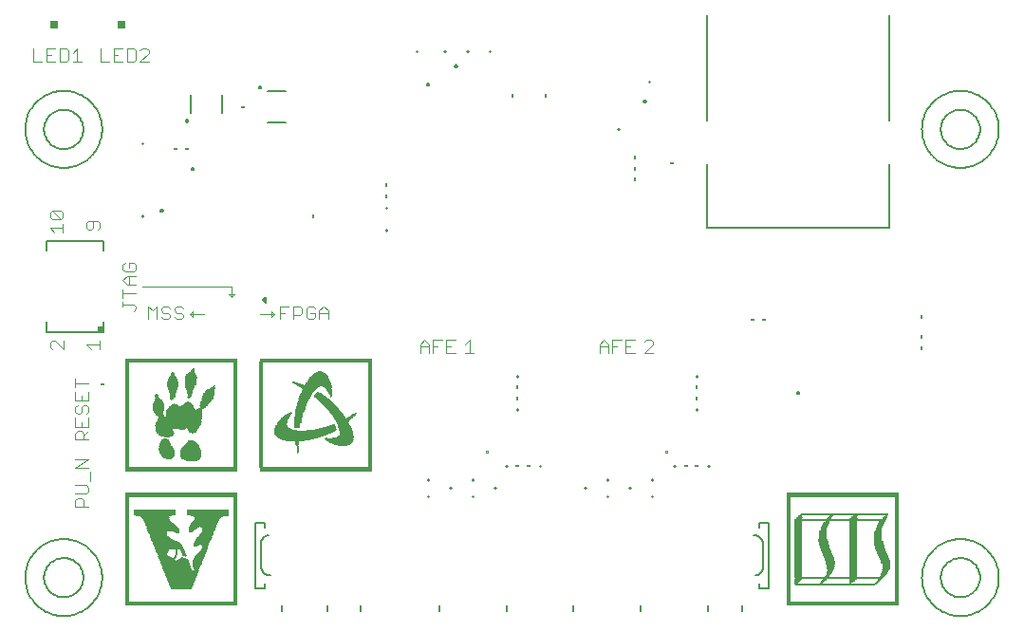
<source format=gto>
G75*
G70*
%OFA0B0*%
%FSLAX24Y24*%
%IPPOS*%
%LPD*%
%AMOC8*
5,1,8,0,0,1.08239X$1,22.5*
%
%ADD10C,0.0040*%
%ADD11C,0.0080*%
%ADD12R,0.3937X0.0011*%
%ADD13R,0.3937X0.0011*%
%ADD14R,0.0120X0.0011*%
%ADD15R,0.0120X0.0011*%
%ADD16R,0.0120X0.0011*%
%ADD17R,0.0120X0.0011*%
%ADD18R,0.2832X0.0011*%
%ADD19R,0.2843X0.0011*%
%ADD20R,0.2854X0.0011*%
%ADD21R,0.2865X0.0011*%
%ADD22R,0.0087X0.0011*%
%ADD23R,0.0077X0.0011*%
%ADD24R,0.0098X0.0011*%
%ADD25R,0.0087X0.0011*%
%ADD26R,0.0109X0.0011*%
%ADD27R,0.0131X0.0011*%
%ADD28R,0.0098X0.0011*%
%ADD29R,0.0088X0.0011*%
%ADD30R,0.0142X0.0011*%
%ADD31R,0.0131X0.0011*%
%ADD32R,0.0153X0.0011*%
%ADD33R,0.0164X0.0011*%
%ADD34R,0.0175X0.0011*%
%ADD35R,0.0186X0.0011*%
%ADD36R,0.0109X0.0011*%
%ADD37R,0.0197X0.0011*%
%ADD38R,0.0109X0.0011*%
%ADD39R,0.0208X0.0011*%
%ADD40R,0.0219X0.0011*%
%ADD41R,0.0230X0.0011*%
%ADD42R,0.0230X0.0011*%
%ADD43R,0.0241X0.0011*%
%ADD44R,0.0109X0.0011*%
%ADD45R,0.0241X0.0011*%
%ADD46R,0.0131X0.0011*%
%ADD47R,0.0252X0.0011*%
%ADD48R,0.3062X0.0011*%
%ADD49R,0.3073X0.0011*%
%ADD50R,0.3084X0.0011*%
%ADD51R,0.3106X0.0011*%
%ADD52R,0.0273X0.0011*%
%ADD53R,0.0252X0.0011*%
%ADD54R,0.0273X0.0011*%
%ADD55R,0.0142X0.0011*%
%ADD56R,0.0175X0.0011*%
%ADD57R,0.0175X0.0011*%
%ADD58R,0.0186X0.0011*%
%ADD59R,0.0164X0.0011*%
%ADD60R,0.0153X0.0011*%
%ADD61R,0.0186X0.0011*%
%ADD62R,0.0197X0.0011*%
%ADD63R,0.0219X0.0011*%
%ADD64R,0.0219X0.0011*%
%ADD65R,0.0230X0.0011*%
%ADD66R,0.0251X0.0011*%
%ADD67R,0.0262X0.0011*%
%ADD68R,0.0251X0.0011*%
%ADD69R,0.0262X0.0011*%
%ADD70R,0.0262X0.0011*%
%ADD71R,0.0284X0.0011*%
%ADD72R,0.0295X0.0011*%
%ADD73R,0.0273X0.0011*%
%ADD74R,0.0295X0.0011*%
%ADD75R,0.0273X0.0011*%
%ADD76R,0.0306X0.0011*%
%ADD77R,0.0306X0.0011*%
%ADD78R,0.0284X0.0011*%
%ADD79R,0.0317X0.0011*%
%ADD80R,0.0306X0.0011*%
%ADD81R,0.0328X0.0011*%
%ADD82R,0.0328X0.0011*%
%ADD83R,0.0306X0.0011*%
%ADD84R,0.0339X0.0011*%
%ADD85R,0.0339X0.0011*%
%ADD86R,0.0317X0.0011*%
%ADD87R,0.0350X0.0011*%
%ADD88R,0.0328X0.0011*%
%ADD89R,0.0350X0.0011*%
%ADD90R,0.0361X0.0011*%
%ADD91R,0.0361X0.0011*%
%ADD92R,0.0350X0.0011*%
%ADD93R,0.0350X0.0011*%
%ADD94R,0.0339X0.0011*%
%ADD95R,0.0339X0.0011*%
%ADD96R,0.0328X0.0011*%
%ADD97R,0.0317X0.0011*%
%ADD98R,0.0262X0.0011*%
%ADD99R,0.0230X0.0011*%
%ADD100R,0.0219X0.0011*%
%ADD101R,0.0208X0.0011*%
%ADD102R,0.0186X0.0011*%
%ADD103R,0.0175X0.0011*%
%ADD104R,0.0164X0.0011*%
%ADD105R,0.0153X0.0011*%
%ADD106R,0.1258X0.0011*%
%ADD107R,0.3182X0.0011*%
%ADD108R,0.3182X0.0011*%
%ADD109R,0.3182X0.0011*%
%ADD110R,0.2165X0.0011*%
%ADD111R,0.0131X0.0011*%
%ADD112R,0.0164X0.0011*%
%ADD113R,0.0077X0.0011*%
%ADD114R,0.0066X0.0011*%
%ADD115R,0.0088X0.0011*%
%ADD116R,0.0077X0.0011*%
%ADD117R,0.3073X0.0011*%
%ADD118R,0.3051X0.0011*%
%ADD119R,0.0744X0.0011*%
%ADD120R,0.0755X0.0011*%
%ADD121R,0.0766X0.0011*%
%ADD122R,0.0776X0.0011*%
%ADD123R,0.0787X0.0011*%
%ADD124R,0.0798X0.0011*%
%ADD125R,0.0798X0.0011*%
%ADD126R,0.0809X0.0011*%
%ADD127R,0.0820X0.0011*%
%ADD128R,0.0842X0.0011*%
%ADD129R,0.0842X0.0011*%
%ADD130R,0.0853X0.0011*%
%ADD131R,0.0864X0.0011*%
%ADD132R,0.0886X0.0011*%
%ADD133R,0.0886X0.0011*%
%ADD134R,0.0897X0.0011*%
%ADD135R,0.0908X0.0011*%
%ADD136R,0.0908X0.0011*%
%ADD137R,0.0930X0.0011*%
%ADD138R,0.0941X0.0011*%
%ADD139R,0.0951X0.0011*%
%ADD140R,0.0951X0.0011*%
%ADD141R,0.0962X0.0011*%
%ADD142R,0.0973X0.0011*%
%ADD143R,0.0995X0.0011*%
%ADD144R,0.0995X0.0011*%
%ADD145R,0.1006X0.0011*%
%ADD146R,0.1017X0.0011*%
%ADD147R,0.1039X0.0011*%
%ADD148R,0.1039X0.0011*%
%ADD149R,0.1050X0.0011*%
%ADD150R,0.1061X0.0011*%
%ADD151R,0.1061X0.0011*%
%ADD152R,0.1083X0.0011*%
%ADD153R,0.1094X0.0011*%
%ADD154R,0.1105X0.0011*%
%ADD155R,0.1105X0.0011*%
%ADD156R,0.1126X0.0011*%
%ADD157R,0.1137X0.0011*%
%ADD158R,0.1148X0.0011*%
%ADD159R,0.1148X0.0011*%
%ADD160R,0.1159X0.0011*%
%ADD161R,0.1170X0.0011*%
%ADD162R,0.1181X0.0011*%
%ADD163R,0.1192X0.0011*%
%ADD164R,0.1192X0.0011*%
%ADD165R,0.1203X0.0011*%
%ADD166R,0.1214X0.0011*%
%ADD167R,0.1214X0.0011*%
%ADD168R,0.1236X0.0011*%
%ADD169R,0.0984X0.0011*%
%ADD170R,0.0984X0.0011*%
%ADD171R,0.0208X0.0011*%
%ADD172R,0.0995X0.0011*%
%ADD173R,0.0995X0.0011*%
%ADD174R,0.1006X0.0011*%
%ADD175R,0.1006X0.0011*%
%ADD176R,0.1006X0.0011*%
%ADD177R,0.0547X0.0011*%
%ADD178R,0.0437X0.0011*%
%ADD179R,0.0536X0.0011*%
%ADD180R,0.0405X0.0011*%
%ADD181R,0.0536X0.0011*%
%ADD182R,0.0372X0.0011*%
%ADD183R,0.0547X0.0011*%
%ADD184R,0.0569X0.0011*%
%ADD185R,0.0481X0.0011*%
%ADD186R,0.0066X0.0011*%
%ADD187R,0.0459X0.0011*%
%ADD188R,0.0066X0.0011*%
%ADD189R,0.0437X0.0011*%
%ADD190R,0.0394X0.0011*%
%ADD191R,0.0383X0.0011*%
%ADD192R,0.0372X0.0011*%
%ADD193R,0.0066X0.0011*%
%ADD194R,0.0317X0.0011*%
%ADD195R,0.0011X0.0011*%
%ADD196R,0.0055X0.0011*%
%ADD197R,0.0295X0.0011*%
%ADD198R,0.0295X0.0011*%
%ADD199R,0.0142X0.0011*%
%ADD200R,0.0055X0.0011*%
%ADD201R,0.0241X0.0011*%
%ADD202R,0.0383X0.0011*%
%ADD203R,0.0416X0.0011*%
%ADD204R,0.0426X0.0011*%
%ADD205R,0.0448X0.0011*%
%ADD206R,0.0459X0.0011*%
%ADD207R,0.0470X0.0011*%
%ADD208R,0.0492X0.0011*%
%ADD209R,0.0503X0.0011*%
%ADD210R,0.0197X0.0011*%
%ADD211R,0.0197X0.0011*%
%ADD212R,0.0055X0.0011*%
%ADD213R,0.0241X0.0011*%
%ADD214R,0.0962X0.0011*%
%ADD215R,0.0536X0.0011*%
%ADD216R,0.0962X0.0011*%
%ADD217R,0.0951X0.0011*%
%ADD218R,0.0558X0.0011*%
%ADD219R,0.0930X0.0011*%
%ADD220R,0.0897X0.0011*%
%ADD221R,0.0875X0.0011*%
%ADD222R,0.0842X0.0011*%
%ADD223R,0.0558X0.0011*%
%ADD224R,0.0820X0.0011*%
%ADD225R,0.0755X0.0011*%
%ADD226R,0.0733X0.0011*%
%ADD227R,0.0525X0.0011*%
%ADD228R,0.0722X0.0011*%
%ADD229R,0.0525X0.0011*%
%ADD230R,0.0700X0.0011*%
%ADD231R,0.0689X0.0011*%
%ADD232R,0.0514X0.0011*%
%ADD233R,0.0678X0.0011*%
%ADD234R,0.0514X0.0011*%
%ADD235R,0.0656X0.0011*%
%ADD236R,0.0503X0.0011*%
%ADD237R,0.0656X0.0011*%
%ADD238R,0.0645X0.0011*%
%ADD239R,0.0634X0.0011*%
%ADD240R,0.0481X0.0011*%
%ADD241R,0.0634X0.0011*%
%ADD242R,0.0623X0.0011*%
%ADD243R,0.0470X0.0011*%
%ADD244R,0.0623X0.0011*%
%ADD245R,0.0470X0.0011*%
%ADD246R,0.0623X0.0011*%
%ADD247R,0.0612X0.0011*%
%ADD248R,0.0612X0.0011*%
%ADD249R,0.0623X0.0011*%
%ADD250R,0.0437X0.0011*%
%ADD251R,0.0427X0.0011*%
%ADD252R,0.0416X0.0011*%
%ADD253R,0.0416X0.0011*%
%ADD254R,0.0667X0.0011*%
%ADD255R,0.0689X0.0011*%
%ADD256R,0.0711X0.0011*%
%ADD257R,0.1105X0.0011*%
%ADD258R,0.1105X0.0011*%
%ADD259R,0.0426X0.0011*%
%ADD260R,0.1094X0.0011*%
%ADD261R,0.0481X0.0011*%
%ADD262R,0.1083X0.0011*%
%ADD263R,0.0492X0.0011*%
%ADD264R,0.1072X0.0011*%
%ADD265R,0.1050X0.0011*%
%ADD266R,0.0941X0.0011*%
%ADD267R,0.1039X0.0011*%
%ADD268R,0.1028X0.0011*%
%ADD269R,0.0919X0.0011*%
%ADD270R,0.1028X0.0011*%
%ADD271R,0.0919X0.0011*%
%ADD272R,0.0919X0.0011*%
%ADD273R,0.0908X0.0011*%
%ADD274R,0.0897X0.0011*%
%ADD275R,0.0940X0.0011*%
%ADD276R,0.0875X0.0011*%
%ADD277R,0.0886X0.0011*%
%ADD278R,0.0919X0.0011*%
%ADD279R,0.0875X0.0011*%
%ADD280R,0.0930X0.0011*%
%ADD281R,0.0973X0.0011*%
%ADD282R,0.1017X0.0011*%
%ADD283R,0.1061X0.0011*%
%ADD284R,0.1126X0.0011*%
%ADD285R,0.1290X0.0011*%
%ADD286R,0.1345X0.0011*%
%ADD287R,0.1498X0.0011*%
%ADD288R,0.1498X0.0011*%
%ADD289R,0.1498X0.0011*%
%ADD290R,0.1498X0.0011*%
%ADD291R,0.0416X0.0011*%
%ADD292R,0.0558X0.0011*%
%ADD293R,0.0591X0.0011*%
%ADD294R,0.0612X0.0011*%
%ADD295R,0.0634X0.0011*%
%ADD296R,0.0667X0.0011*%
%ADD297R,0.0361X0.0011*%
%ADD298R,0.0700X0.0011*%
%ADD299R,0.0722X0.0011*%
%ADD300R,0.0733X0.0011*%
%ADD301R,0.0755X0.0011*%
%ADD302R,0.0459X0.0011*%
%ADD303R,0.0766X0.0011*%
%ADD304R,0.0766X0.0011*%
%ADD305R,0.0503X0.0011*%
%ADD306R,0.0525X0.0011*%
%ADD307R,0.0514X0.0011*%
%ADD308R,0.0580X0.0011*%
%ADD309R,0.0547X0.0011*%
%ADD310R,0.0405X0.0011*%
%ADD311R,0.0405X0.0011*%
%ADD312R,0.0372X0.0011*%
%ADD313R,0.0558X0.0011*%
%ADD314R,0.0591X0.0011*%
%ADD315R,0.0601X0.0011*%
%ADD316R,0.0601X0.0011*%
%ADD317R,0.1072X0.0011*%
%ADD318R,0.0405X0.0011*%
%ADD319R,0.1531X0.0011*%
%ADD320R,0.1542X0.0011*%
%ADD321R,0.1553X0.0011*%
%ADD322R,0.1553X0.0011*%
%ADD323R,0.1564X0.0011*%
%ADD324R,0.1575X0.0011*%
%ADD325R,0.1564X0.0011*%
%ADD326R,0.1575X0.0011*%
%ADD327R,0.1564X0.0011*%
%ADD328R,0.1542X0.0011*%
%ADD329R,0.1520X0.0011*%
%ADD330R,0.1531X0.0011*%
%ADD331R,0.1531X0.0011*%
%ADD332R,0.1301X0.0011*%
%ADD333R,0.1280X0.0011*%
%ADD334R,0.1280X0.0011*%
%ADD335R,0.1269X0.0011*%
%ADD336R,0.1269X0.0011*%
%ADD337R,0.1258X0.0011*%
%ADD338R,0.1258X0.0011*%
%ADD339R,0.1247X0.0011*%
%ADD340R,0.1225X0.0011*%
%ADD341R,0.1028X0.0011*%
%ADD342R,0.0864X0.0011*%
%ADD343R,0.0831X0.0011*%
%ADD344R,0.0448X0.0011*%
%ADD345R,0.0394X0.0011*%
%ADD346R,0.0383X0.0011*%
%ADD347R,0.0033X0.0011*%
%ADD348R,0.0284X0.0011*%
%ADD349R,0.0033X0.0011*%
%ADD350R,0.0372X0.0011*%
%ADD351R,0.0077X0.0011*%
%ADD352R,0.0361X0.0011*%
%ADD353R,0.0142X0.0011*%
%ADD354R,0.0033X0.0011*%
%ADD355R,0.0044X0.0011*%
%ADD356R,0.0044X0.0011*%
%ADD357R,0.0820X0.0011*%
%ADD358R,0.0842X0.0011*%
%ADD359R,0.0864X0.0011*%
%ADD360R,0.0930X0.0011*%
%ADD361R,0.0776X0.0011*%
%ADD362R,0.1159X0.0011*%
%ADD363R,0.1345X0.0011*%
%ADD364R,0.1400X0.0011*%
%ADD365R,0.0612X0.0011*%
%ADD366R,0.1455X0.0011*%
%ADD367R,0.1542X0.0011*%
%ADD368R,0.1586X0.0011*%
%ADD369R,0.1629X0.0011*%
%ADD370R,0.1673X0.0011*%
%ADD371R,0.1706X0.0011*%
%ADD372R,0.1750X0.0011*%
%ADD373R,0.1772X0.0011*%
%ADD374R,0.1815X0.0011*%
%ADD375R,0.1837X0.0011*%
%ADD376R,0.1881X0.0011*%
%ADD377R,0.1903X0.0011*%
%ADD378R,0.1925X0.0011*%
%ADD379R,0.1958X0.0011*%
%ADD380R,0.1979X0.0011*%
%ADD381R,0.2001X0.0011*%
%ADD382R,0.2023X0.0011*%
%ADD383R,0.2045X0.0011*%
%ADD384R,0.2067X0.0011*%
%ADD385R,0.2089X0.0011*%
%ADD386R,0.2111X0.0011*%
%ADD387R,0.0787X0.0011*%
%ADD388R,0.0580X0.0011*%
%ADD389R,0.0645X0.0011*%
%ADD390R,0.0580X0.0011*%
%ADD391R,0.0427X0.0011*%
%ADD392R,0.0470X0.0011*%
%ADD393R,0.0569X0.0011*%
%ADD394R,0.0033X0.0011*%
%ADD395R,0.0448X0.0011*%
%ADD396R,0.1170X0.0011*%
%ADD397R,0.0897X0.0011*%
%ADD398R,0.0853X0.0011*%
%ADD399R,0.0809X0.0011*%
%ADD400R,0.0766X0.0011*%
%ADD401R,0.0711X0.0011*%
%ADD402R,0.0667X0.0011*%
%ADD403R,0.0601X0.0011*%
%ADD404R,0.0569X0.0011*%
%ADD405R,0.0153X0.0011*%
%ADD406R,0.0011X0.0011*%
%ADD407R,0.0200X0.0200*%
%ADD408C,0.0060*%
%ADD409C,0.0098*%
%ADD410R,0.0118X0.0098*%
%ADD411R,0.0098X0.0118*%
%ADD412R,0.0250X0.0250*%
%ADD413C,0.0050*%
D10*
X003281Y005356D02*
X003281Y005586D01*
X003358Y005663D01*
X003511Y005663D01*
X003588Y005586D01*
X003588Y005356D01*
X003741Y005356D02*
X003281Y005356D01*
X003281Y005817D02*
X003665Y005817D01*
X003741Y005893D01*
X003741Y006047D01*
X003665Y006124D01*
X003281Y006124D01*
X003818Y006277D02*
X003818Y006584D01*
X003741Y006737D02*
X003281Y006737D01*
X003741Y007044D01*
X003281Y007044D01*
X003281Y007718D02*
X003281Y007949D01*
X003358Y008025D01*
X003511Y008025D01*
X003588Y007949D01*
X003588Y007718D01*
X003741Y007718D02*
X003281Y007718D01*
X003588Y007872D02*
X003741Y008025D01*
X003741Y008179D02*
X003741Y008486D01*
X003665Y008639D02*
X003741Y008716D01*
X003741Y008869D01*
X003665Y008946D01*
X003588Y008946D01*
X003511Y008869D01*
X003511Y008716D01*
X003434Y008639D01*
X003358Y008639D01*
X003281Y008716D01*
X003281Y008869D01*
X003358Y008946D01*
X003281Y009100D02*
X003741Y009100D01*
X003741Y009407D01*
X003511Y009253D02*
X003511Y009100D01*
X003281Y009100D02*
X003281Y009407D01*
X003281Y009560D02*
X003281Y009867D01*
X003281Y009713D02*
X003741Y009713D01*
X003836Y010900D02*
X003683Y011053D01*
X004143Y011053D01*
X004143Y010900D02*
X004143Y011207D01*
X002863Y011207D02*
X002863Y010900D01*
X002557Y011207D01*
X002480Y011207D01*
X002403Y011130D01*
X002403Y010976D01*
X002480Y010900D01*
X004954Y012399D02*
X004954Y012553D01*
X004954Y012476D02*
X005338Y012476D01*
X005415Y012399D01*
X005415Y012323D01*
X005338Y012246D01*
X005845Y012411D02*
X005999Y012258D01*
X006152Y012411D01*
X006152Y011951D01*
X006306Y012027D02*
X006382Y011951D01*
X006536Y011951D01*
X006612Y012027D01*
X006612Y012104D01*
X006536Y012181D01*
X006382Y012181D01*
X006306Y012258D01*
X006306Y012334D01*
X006382Y012411D01*
X006536Y012411D01*
X006612Y012334D01*
X006766Y012334D02*
X006766Y012258D01*
X006843Y012181D01*
X006996Y012181D01*
X007073Y012104D01*
X007073Y012027D01*
X006996Y011951D01*
X006843Y011951D01*
X006766Y012027D01*
X006766Y012334D02*
X006843Y012411D01*
X006996Y012411D01*
X007073Y012334D01*
X007305Y012128D02*
X007403Y012029D01*
X007403Y012128D01*
X007403Y012226D01*
X007305Y012128D01*
X007403Y012128D01*
X007797Y012128D01*
X008683Y012817D02*
X008880Y012817D01*
X008781Y012718D01*
X008683Y012817D01*
X008781Y012718D02*
X008781Y013112D01*
X005631Y013112D01*
X005415Y013167D02*
X005108Y013167D01*
X004954Y013320D01*
X005108Y013474D01*
X005415Y013474D01*
X005338Y013627D02*
X005415Y013704D01*
X005415Y013857D01*
X005338Y013934D01*
X005184Y013934D01*
X005184Y013781D01*
X005031Y013934D02*
X004954Y013857D01*
X004954Y013704D01*
X005031Y013627D01*
X005338Y013627D01*
X005184Y013474D02*
X005184Y013167D01*
X004954Y013013D02*
X004954Y012706D01*
X004954Y012860D02*
X005415Y012860D01*
X005845Y012411D02*
X005845Y011951D01*
X009765Y012128D02*
X010257Y012128D01*
X010159Y012226D01*
X010159Y012029D01*
X010257Y012128D01*
X010474Y012181D02*
X010628Y012181D01*
X010474Y012411D02*
X010781Y012411D01*
X010935Y012411D02*
X011165Y012411D01*
X011242Y012334D01*
X011242Y012181D01*
X011165Y012104D01*
X010935Y012104D01*
X010935Y011951D02*
X010935Y012411D01*
X010474Y012411D02*
X010474Y011951D01*
X011395Y012027D02*
X011395Y012334D01*
X011472Y012411D01*
X011625Y012411D01*
X011702Y012334D01*
X011702Y012181D02*
X011549Y012181D01*
X011702Y012181D02*
X011702Y012027D01*
X011625Y011951D01*
X011472Y011951D01*
X011395Y012027D01*
X011856Y011951D02*
X011856Y012258D01*
X012009Y012411D01*
X012162Y012258D01*
X012162Y011951D01*
X012162Y012181D02*
X011856Y012181D01*
X015396Y011077D02*
X015396Y010770D01*
X015396Y011000D02*
X015703Y011000D01*
X015703Y011077D02*
X015703Y010770D01*
X015856Y010770D02*
X015856Y011230D01*
X016163Y011230D01*
X016316Y011230D02*
X016316Y010770D01*
X016623Y010770D01*
X016470Y011000D02*
X016316Y011000D01*
X016316Y011230D02*
X016623Y011230D01*
X016970Y011077D02*
X017124Y011230D01*
X017124Y010770D01*
X017277Y010770D02*
X016970Y010770D01*
X016009Y011000D02*
X015856Y011000D01*
X015703Y011077D02*
X015549Y011230D01*
X015396Y011077D01*
X017699Y007305D02*
X017701Y007317D01*
X017706Y007328D01*
X017715Y007337D01*
X017726Y007342D01*
X017738Y007344D01*
X017750Y007342D01*
X017761Y007337D01*
X017770Y007328D01*
X017775Y007317D01*
X017777Y007305D01*
X017775Y007293D01*
X017770Y007282D01*
X017761Y007273D01*
X017750Y007268D01*
X017738Y007266D01*
X017726Y007268D01*
X017715Y007273D01*
X017706Y007282D01*
X017701Y007293D01*
X017699Y007305D01*
X021695Y010770D02*
X021695Y011077D01*
X021848Y011230D01*
X022002Y011077D01*
X022002Y010770D01*
X022155Y010770D02*
X022155Y011230D01*
X022462Y011230D01*
X022616Y011230D02*
X022616Y010770D01*
X022923Y010770D01*
X022769Y011000D02*
X022616Y011000D01*
X022616Y011230D02*
X022923Y011230D01*
X023270Y011153D02*
X023346Y011230D01*
X023500Y011230D01*
X023577Y011153D01*
X023577Y011077D01*
X023270Y010770D01*
X023577Y010770D01*
X022309Y011000D02*
X022155Y011000D01*
X022002Y011000D02*
X021695Y011000D01*
X023998Y007305D02*
X024000Y007317D01*
X024005Y007328D01*
X024014Y007337D01*
X024025Y007342D01*
X024037Y007344D01*
X024049Y007342D01*
X024060Y007337D01*
X024069Y007328D01*
X024074Y007317D01*
X024076Y007305D01*
X024074Y007293D01*
X024069Y007282D01*
X024060Y007273D01*
X024049Y007268D01*
X024037Y007266D01*
X024025Y007268D01*
X024014Y007273D01*
X024005Y007282D01*
X024000Y007293D01*
X023998Y007305D01*
X004135Y015177D02*
X004135Y015331D01*
X004058Y015407D01*
X003751Y015407D01*
X003675Y015331D01*
X003675Y015177D01*
X003751Y015100D01*
X003828Y015100D01*
X003905Y015177D01*
X003905Y015407D01*
X004135Y015177D02*
X004058Y015100D01*
X002856Y015155D02*
X002395Y015155D01*
X002549Y015002D01*
X002856Y015002D02*
X002856Y015309D01*
X002779Y015462D02*
X002472Y015462D01*
X002395Y015539D01*
X002395Y015692D01*
X002472Y015769D01*
X002779Y015462D01*
X002856Y015539D01*
X002856Y015692D01*
X002779Y015769D01*
X002472Y015769D01*
X002580Y021006D02*
X002273Y021006D01*
X002273Y021466D01*
X002580Y021466D01*
X002734Y021466D02*
X002734Y021006D01*
X002964Y021006D01*
X003041Y021083D01*
X003041Y021389D01*
X002964Y021466D01*
X002734Y021466D01*
X002427Y021236D02*
X002273Y021236D01*
X002120Y021006D02*
X001813Y021006D01*
X001813Y021466D01*
X003194Y021313D02*
X003348Y021466D01*
X003348Y021006D01*
X003501Y021006D02*
X003194Y021006D01*
X004175Y021006D02*
X004482Y021006D01*
X004636Y021006D02*
X004942Y021006D01*
X005096Y021006D02*
X005326Y021006D01*
X005403Y021083D01*
X005403Y021389D01*
X005326Y021466D01*
X005096Y021466D01*
X005096Y021006D01*
X004789Y021236D02*
X004636Y021236D01*
X004636Y021466D02*
X004636Y021006D01*
X004636Y021466D02*
X004942Y021466D01*
X005556Y021389D02*
X005633Y021466D01*
X005786Y021466D01*
X005863Y021389D01*
X005863Y021313D01*
X005556Y021006D01*
X005863Y021006D01*
X004175Y021006D02*
X004175Y021466D01*
X003281Y008486D02*
X003281Y008179D01*
X003741Y008179D01*
X003511Y008179D02*
X003511Y008332D01*
D11*
X002187Y002876D02*
X002189Y002928D01*
X002195Y002980D01*
X002205Y003031D01*
X002218Y003081D01*
X002236Y003131D01*
X002257Y003178D01*
X002281Y003224D01*
X002310Y003268D01*
X002341Y003310D01*
X002375Y003349D01*
X002412Y003386D01*
X002452Y003419D01*
X002495Y003450D01*
X002539Y003477D01*
X002585Y003501D01*
X002634Y003521D01*
X002683Y003537D01*
X002734Y003550D01*
X002785Y003559D01*
X002837Y003564D01*
X002889Y003565D01*
X002941Y003562D01*
X002993Y003555D01*
X003044Y003544D01*
X003094Y003530D01*
X003143Y003511D01*
X003190Y003489D01*
X003235Y003464D01*
X003279Y003435D01*
X003320Y003403D01*
X003359Y003368D01*
X003394Y003330D01*
X003427Y003289D01*
X003457Y003247D01*
X003483Y003202D01*
X003506Y003155D01*
X003525Y003106D01*
X003541Y003056D01*
X003553Y003006D01*
X003561Y002954D01*
X003565Y002902D01*
X003565Y002850D01*
X003561Y002798D01*
X003553Y002746D01*
X003541Y002696D01*
X003525Y002646D01*
X003506Y002597D01*
X003483Y002550D01*
X003457Y002505D01*
X003427Y002463D01*
X003394Y002422D01*
X003359Y002384D01*
X003320Y002349D01*
X003279Y002317D01*
X003235Y002288D01*
X003190Y002263D01*
X003143Y002241D01*
X003094Y002222D01*
X003044Y002208D01*
X002993Y002197D01*
X002941Y002190D01*
X002889Y002187D01*
X002837Y002188D01*
X002785Y002193D01*
X002734Y002202D01*
X002683Y002215D01*
X002634Y002231D01*
X002585Y002251D01*
X002539Y002275D01*
X002495Y002302D01*
X002452Y002333D01*
X002412Y002366D01*
X002375Y002403D01*
X002341Y002442D01*
X002310Y002484D01*
X002281Y002528D01*
X002257Y002574D01*
X002236Y002621D01*
X002218Y002671D01*
X002205Y002721D01*
X002195Y002772D01*
X002189Y002824D01*
X002187Y002876D01*
X009608Y002513D02*
X009946Y002513D01*
X009946Y002679D01*
X009608Y002513D02*
X009608Y004813D01*
X009939Y004813D01*
X009939Y004647D01*
X010080Y004371D02*
X010048Y004367D01*
X010017Y004360D01*
X009987Y004349D01*
X009958Y004334D01*
X009930Y004317D01*
X009905Y004296D01*
X009883Y004273D01*
X009863Y004248D01*
X009846Y004220D01*
X009833Y004191D01*
X009822Y004160D01*
X009815Y004129D01*
X009812Y004097D01*
X009813Y004064D01*
X009813Y004065D02*
X009813Y003277D01*
X009812Y003269D02*
X009814Y003236D01*
X009820Y003203D01*
X009829Y003171D01*
X009841Y003140D01*
X009857Y003110D01*
X009875Y003082D01*
X009897Y003057D01*
X009920Y003033D01*
X009947Y003013D01*
X009975Y002995D01*
X010005Y002980D01*
X010036Y002968D01*
X010069Y002960D01*
X010102Y002955D01*
X010135Y002954D01*
X010553Y001891D02*
X010553Y001694D01*
X012128Y001694D02*
X012128Y001891D01*
X013309Y001891D02*
X013309Y001694D01*
X016065Y001694D02*
X016065Y001891D01*
X018427Y001891D02*
X018427Y001694D01*
X020789Y001694D02*
X020789Y001891D01*
X023151Y001891D02*
X023151Y001694D01*
X025513Y001694D02*
X025513Y001891D01*
X026694Y001891D02*
X026694Y001694D01*
X027309Y002513D02*
X027309Y002679D01*
X027309Y002513D02*
X027639Y002513D01*
X027639Y004813D01*
X027309Y004813D01*
X027309Y004647D01*
X027435Y004049D02*
X027435Y003261D01*
X027434Y003262D02*
X027435Y003229D01*
X027432Y003197D01*
X027425Y003166D01*
X027414Y003135D01*
X027401Y003106D01*
X027384Y003078D01*
X027364Y003053D01*
X027342Y003030D01*
X027317Y003009D01*
X027289Y002992D01*
X027260Y002977D01*
X027230Y002966D01*
X027199Y002959D01*
X027167Y002955D01*
X027435Y004057D02*
X027433Y004090D01*
X027427Y004123D01*
X027418Y004155D01*
X027406Y004186D01*
X027390Y004216D01*
X027372Y004244D01*
X027350Y004269D01*
X027327Y004293D01*
X027300Y004313D01*
X027272Y004331D01*
X027242Y004346D01*
X027211Y004358D01*
X027178Y004366D01*
X027145Y004371D01*
X027112Y004372D01*
X033683Y002876D02*
X033685Y002928D01*
X033691Y002980D01*
X033701Y003031D01*
X033714Y003081D01*
X033732Y003131D01*
X033753Y003178D01*
X033777Y003224D01*
X033806Y003268D01*
X033837Y003310D01*
X033871Y003349D01*
X033908Y003386D01*
X033948Y003419D01*
X033991Y003450D01*
X034035Y003477D01*
X034081Y003501D01*
X034130Y003521D01*
X034179Y003537D01*
X034230Y003550D01*
X034281Y003559D01*
X034333Y003564D01*
X034385Y003565D01*
X034437Y003562D01*
X034489Y003555D01*
X034540Y003544D01*
X034590Y003530D01*
X034639Y003511D01*
X034686Y003489D01*
X034731Y003464D01*
X034775Y003435D01*
X034816Y003403D01*
X034855Y003368D01*
X034890Y003330D01*
X034923Y003289D01*
X034953Y003247D01*
X034979Y003202D01*
X035002Y003155D01*
X035021Y003106D01*
X035037Y003056D01*
X035049Y003006D01*
X035057Y002954D01*
X035061Y002902D01*
X035061Y002850D01*
X035057Y002798D01*
X035049Y002746D01*
X035037Y002696D01*
X035021Y002646D01*
X035002Y002597D01*
X034979Y002550D01*
X034953Y002505D01*
X034923Y002463D01*
X034890Y002422D01*
X034855Y002384D01*
X034816Y002349D01*
X034775Y002317D01*
X034731Y002288D01*
X034686Y002263D01*
X034639Y002241D01*
X034590Y002222D01*
X034540Y002208D01*
X034489Y002197D01*
X034437Y002190D01*
X034385Y002187D01*
X034333Y002188D01*
X034281Y002193D01*
X034230Y002202D01*
X034179Y002215D01*
X034130Y002231D01*
X034081Y002251D01*
X034035Y002275D01*
X033991Y002302D01*
X033948Y002333D01*
X033908Y002366D01*
X033871Y002403D01*
X033837Y002442D01*
X033806Y002484D01*
X033777Y002528D01*
X033753Y002574D01*
X033732Y002621D01*
X033714Y002671D01*
X033701Y002721D01*
X033691Y002772D01*
X033685Y002824D01*
X033683Y002876D01*
X028624Y009372D02*
X028626Y009384D01*
X028631Y009395D01*
X028640Y009404D01*
X028651Y009409D01*
X028663Y009411D01*
X028675Y009409D01*
X028686Y009404D01*
X028695Y009395D01*
X028700Y009384D01*
X028702Y009372D01*
X028700Y009360D01*
X028695Y009349D01*
X028686Y009340D01*
X028675Y009335D01*
X028663Y009333D01*
X028651Y009335D01*
X028640Y009340D01*
X028631Y009349D01*
X028626Y009360D01*
X028624Y009372D01*
X033683Y018624D02*
X033685Y018676D01*
X033691Y018728D01*
X033701Y018779D01*
X033714Y018829D01*
X033732Y018879D01*
X033753Y018926D01*
X033777Y018972D01*
X033806Y019016D01*
X033837Y019058D01*
X033871Y019097D01*
X033908Y019134D01*
X033948Y019167D01*
X033991Y019198D01*
X034035Y019225D01*
X034081Y019249D01*
X034130Y019269D01*
X034179Y019285D01*
X034230Y019298D01*
X034281Y019307D01*
X034333Y019312D01*
X034385Y019313D01*
X034437Y019310D01*
X034489Y019303D01*
X034540Y019292D01*
X034590Y019278D01*
X034639Y019259D01*
X034686Y019237D01*
X034731Y019212D01*
X034775Y019183D01*
X034816Y019151D01*
X034855Y019116D01*
X034890Y019078D01*
X034923Y019037D01*
X034953Y018995D01*
X034979Y018950D01*
X035002Y018903D01*
X035021Y018854D01*
X035037Y018804D01*
X035049Y018754D01*
X035057Y018702D01*
X035061Y018650D01*
X035061Y018598D01*
X035057Y018546D01*
X035049Y018494D01*
X035037Y018444D01*
X035021Y018394D01*
X035002Y018345D01*
X034979Y018298D01*
X034953Y018253D01*
X034923Y018211D01*
X034890Y018170D01*
X034855Y018132D01*
X034816Y018097D01*
X034775Y018065D01*
X034731Y018036D01*
X034686Y018011D01*
X034639Y017989D01*
X034590Y017970D01*
X034540Y017956D01*
X034489Y017945D01*
X034437Y017938D01*
X034385Y017935D01*
X034333Y017936D01*
X034281Y017941D01*
X034230Y017950D01*
X034179Y017963D01*
X034130Y017979D01*
X034081Y017999D01*
X034035Y018023D01*
X033991Y018050D01*
X033948Y018081D01*
X033908Y018114D01*
X033871Y018151D01*
X033837Y018190D01*
X033806Y018232D01*
X033777Y018276D01*
X033753Y018322D01*
X033732Y018369D01*
X033714Y018419D01*
X033701Y018469D01*
X033691Y018520D01*
X033685Y018572D01*
X033683Y018624D01*
X023250Y019608D02*
X023252Y019620D01*
X023257Y019631D01*
X023266Y019640D01*
X023277Y019645D01*
X023289Y019647D01*
X023301Y019645D01*
X023312Y019640D01*
X023321Y019631D01*
X023326Y019620D01*
X023328Y019608D01*
X023326Y019596D01*
X023321Y019585D01*
X023312Y019576D01*
X023301Y019571D01*
X023289Y019569D01*
X023277Y019571D01*
X023266Y019576D01*
X023257Y019585D01*
X023252Y019596D01*
X023250Y019608D01*
X016616Y020848D02*
X016618Y020860D01*
X016623Y020871D01*
X016632Y020880D01*
X016643Y020885D01*
X016655Y020887D01*
X016667Y020885D01*
X016678Y020880D01*
X016687Y020871D01*
X016692Y020860D01*
X016694Y020848D01*
X016692Y020836D01*
X016687Y020825D01*
X016678Y020816D01*
X016667Y020811D01*
X016655Y020809D01*
X016643Y020811D01*
X016632Y020816D01*
X016623Y020825D01*
X016618Y020836D01*
X016616Y020848D01*
X015632Y020198D02*
X015634Y020210D01*
X015639Y020221D01*
X015648Y020230D01*
X015659Y020235D01*
X015671Y020237D01*
X015683Y020235D01*
X015694Y020230D01*
X015703Y020221D01*
X015708Y020210D01*
X015710Y020198D01*
X015708Y020186D01*
X015703Y020175D01*
X015694Y020166D01*
X015683Y020161D01*
X015671Y020159D01*
X015659Y020161D01*
X015648Y020166D01*
X015639Y020175D01*
X015634Y020186D01*
X015632Y020198D01*
X009725Y020100D02*
X009727Y020112D01*
X009733Y020124D01*
X009741Y020132D01*
X009753Y020138D01*
X009765Y020140D01*
X009777Y020138D01*
X009789Y020132D01*
X009797Y020124D01*
X009803Y020112D01*
X009805Y020100D01*
X009803Y020088D01*
X009797Y020076D01*
X009789Y020068D01*
X009777Y020062D01*
X009765Y020060D01*
X009753Y020062D01*
X009741Y020068D01*
X009733Y020076D01*
X009727Y020088D01*
X009725Y020100D01*
X007166Y018919D02*
X007168Y018931D01*
X007174Y018943D01*
X007182Y018951D01*
X007194Y018957D01*
X007206Y018959D01*
X007218Y018957D01*
X007230Y018951D01*
X007238Y018943D01*
X007244Y018931D01*
X007246Y018919D01*
X007244Y018907D01*
X007238Y018895D01*
X007230Y018887D01*
X007218Y018881D01*
X007206Y018879D01*
X007194Y018881D01*
X007182Y018887D01*
X007174Y018895D01*
X007168Y018907D01*
X007166Y018919D01*
X007364Y017246D02*
X007366Y017258D01*
X007371Y017269D01*
X007380Y017278D01*
X007391Y017283D01*
X007403Y017285D01*
X007415Y017283D01*
X007426Y017278D01*
X007435Y017269D01*
X007440Y017258D01*
X007442Y017246D01*
X007440Y017234D01*
X007435Y017223D01*
X007426Y017214D01*
X007415Y017209D01*
X007403Y017207D01*
X007391Y017209D01*
X007380Y017214D01*
X007371Y017223D01*
X007366Y017234D01*
X007364Y017246D01*
X006281Y015769D02*
X006283Y015781D01*
X006288Y015792D01*
X006297Y015801D01*
X006308Y015806D01*
X006320Y015808D01*
X006332Y015806D01*
X006343Y015801D01*
X006352Y015792D01*
X006357Y015781D01*
X006359Y015769D01*
X006357Y015757D01*
X006352Y015746D01*
X006343Y015737D01*
X006332Y015732D01*
X006320Y015730D01*
X006308Y015732D01*
X006297Y015737D01*
X006288Y015746D01*
X006283Y015757D01*
X006281Y015769D01*
X004269Y014712D02*
X004269Y014362D01*
X004269Y014712D02*
X002269Y014712D01*
X002269Y014362D01*
X002269Y011862D02*
X002269Y011512D01*
X004269Y011512D01*
X004269Y011862D01*
X002187Y018624D02*
X002189Y018676D01*
X002195Y018728D01*
X002205Y018779D01*
X002218Y018829D01*
X002236Y018879D01*
X002257Y018926D01*
X002281Y018972D01*
X002310Y019016D01*
X002341Y019058D01*
X002375Y019097D01*
X002412Y019134D01*
X002452Y019167D01*
X002495Y019198D01*
X002539Y019225D01*
X002585Y019249D01*
X002634Y019269D01*
X002683Y019285D01*
X002734Y019298D01*
X002785Y019307D01*
X002837Y019312D01*
X002889Y019313D01*
X002941Y019310D01*
X002993Y019303D01*
X003044Y019292D01*
X003094Y019278D01*
X003143Y019259D01*
X003190Y019237D01*
X003235Y019212D01*
X003279Y019183D01*
X003320Y019151D01*
X003359Y019116D01*
X003394Y019078D01*
X003427Y019037D01*
X003457Y018995D01*
X003483Y018950D01*
X003506Y018903D01*
X003525Y018854D01*
X003541Y018804D01*
X003553Y018754D01*
X003561Y018702D01*
X003565Y018650D01*
X003565Y018598D01*
X003561Y018546D01*
X003553Y018494D01*
X003541Y018444D01*
X003525Y018394D01*
X003506Y018345D01*
X003483Y018298D01*
X003457Y018253D01*
X003427Y018211D01*
X003394Y018170D01*
X003359Y018132D01*
X003320Y018097D01*
X003279Y018065D01*
X003235Y018036D01*
X003190Y018011D01*
X003143Y017989D01*
X003094Y017970D01*
X003044Y017956D01*
X002993Y017945D01*
X002941Y017938D01*
X002889Y017935D01*
X002837Y017936D01*
X002785Y017941D01*
X002734Y017950D01*
X002683Y017963D01*
X002634Y017979D01*
X002585Y017999D01*
X002539Y018023D01*
X002495Y018050D01*
X002452Y018081D01*
X002412Y018114D01*
X002375Y018151D01*
X002341Y018190D01*
X002310Y018232D01*
X002281Y018276D01*
X002257Y018322D01*
X002236Y018369D01*
X002218Y018419D01*
X002205Y018469D01*
X002195Y018520D01*
X002189Y018572D01*
X002187Y018624D01*
D12*
X007004Y010542D03*
X007004Y010520D03*
X007004Y010509D03*
X007004Y010498D03*
X007004Y010487D03*
X007004Y010465D03*
X007004Y010454D03*
X007004Y010443D03*
X011728Y010443D03*
X011728Y010454D03*
X011728Y010465D03*
X011728Y010476D03*
X011728Y010498D03*
X011728Y010509D03*
X011728Y010520D03*
X011728Y010542D03*
X011728Y006725D03*
X011728Y006714D03*
X011728Y006703D03*
X011728Y006681D03*
X011728Y006670D03*
X011728Y006659D03*
X011728Y006649D03*
X011728Y006627D03*
X011728Y006616D03*
X007004Y006616D03*
X007004Y006627D03*
X007004Y006649D03*
X007004Y006659D03*
X007004Y006670D03*
X007004Y006681D03*
X007004Y006703D03*
X007004Y006714D03*
X007004Y006725D03*
X007004Y005817D03*
X007004Y005796D03*
X007004Y005785D03*
X007004Y005774D03*
X007004Y005752D03*
X007004Y005741D03*
X007004Y005730D03*
X007004Y005719D03*
X007004Y002001D03*
X007004Y001990D03*
X007004Y001979D03*
X007004Y001957D03*
X007004Y001946D03*
X007004Y001935D03*
X007004Y001924D03*
X007004Y001902D03*
X007004Y001891D03*
X030232Y001891D03*
X030232Y001902D03*
X030232Y001924D03*
X030232Y001935D03*
X030232Y001946D03*
X030232Y001957D03*
X030232Y001979D03*
X030232Y001990D03*
X030232Y002001D03*
X030232Y005719D03*
X030232Y005730D03*
X030232Y005741D03*
X030232Y005752D03*
X030232Y005774D03*
X030232Y005785D03*
X030232Y005796D03*
X030232Y005817D03*
D13*
X030232Y005806D03*
X030232Y005763D03*
X030232Y005708D03*
X030232Y001968D03*
X030232Y001913D03*
X011728Y006638D03*
X011728Y006692D03*
X007004Y006692D03*
X007004Y006638D03*
X007004Y005806D03*
X007004Y005763D03*
X007004Y005708D03*
X007004Y001968D03*
X007004Y001913D03*
X007004Y010432D03*
X007004Y010476D03*
X007004Y010531D03*
X011728Y010531D03*
X011728Y010487D03*
X011728Y010432D03*
D14*
X012237Y009350D03*
X013057Y008562D03*
X009820Y008562D03*
X009820Y008519D03*
X009820Y008464D03*
X009820Y008420D03*
X009820Y008366D03*
X009820Y008322D03*
X009820Y008267D03*
X009820Y008223D03*
X009820Y008169D03*
X009820Y008125D03*
X009820Y008070D03*
X009820Y008027D03*
X009820Y007972D03*
X009820Y007928D03*
X009820Y007873D03*
X009820Y007819D03*
X009820Y007775D03*
X009820Y007720D03*
X009820Y007677D03*
X009820Y007622D03*
X009820Y007578D03*
X009820Y007523D03*
X009820Y007480D03*
X009820Y007425D03*
X009820Y007381D03*
X009820Y007338D03*
X009820Y007283D03*
X009820Y007239D03*
X009820Y007184D03*
X009820Y007141D03*
X009820Y007086D03*
X009820Y007042D03*
X009820Y006988D03*
X009820Y006944D03*
X009820Y006889D03*
X009820Y006834D03*
X009820Y006791D03*
X009820Y006736D03*
X009820Y008617D03*
X009820Y008661D03*
X009820Y008715D03*
X009820Y008759D03*
X009820Y008814D03*
X009820Y008858D03*
X009820Y008912D03*
X009820Y008956D03*
X009820Y009011D03*
X009820Y009055D03*
X009820Y009109D03*
X009820Y009153D03*
X009820Y009208D03*
X009820Y009251D03*
X009820Y009306D03*
X009820Y009350D03*
X009820Y009404D03*
X009820Y009448D03*
X009820Y009503D03*
X009820Y009547D03*
X009820Y009601D03*
X009820Y009645D03*
X009820Y009700D03*
X009820Y009743D03*
X009820Y009798D03*
X009820Y009842D03*
X009820Y009897D03*
X009820Y009940D03*
X009820Y009995D03*
X009820Y010039D03*
X009820Y010093D03*
X009820Y010137D03*
X009820Y010192D03*
X009820Y010236D03*
X009820Y010290D03*
X009820Y010334D03*
X009820Y010389D03*
X005096Y010378D03*
X005096Y010334D03*
X005096Y010279D03*
X005096Y010236D03*
X005096Y010181D03*
X005096Y010137D03*
X005096Y010083D03*
X005096Y010039D03*
X005096Y009984D03*
X005096Y009940D03*
X005096Y009886D03*
X005096Y009842D03*
X005096Y009787D03*
X005096Y009743D03*
X005096Y009689D03*
X005096Y009645D03*
X005096Y009590D03*
X005096Y009547D03*
X005096Y009492D03*
X005096Y009448D03*
X005096Y009394D03*
X005096Y009350D03*
X005096Y009295D03*
X005096Y009251D03*
X005096Y009197D03*
X005096Y009153D03*
X005096Y009098D03*
X005096Y009055D03*
X005096Y009000D03*
X005096Y008956D03*
X005096Y008901D03*
X005096Y008858D03*
X005096Y008803D03*
X005096Y008759D03*
X005096Y008705D03*
X005096Y008661D03*
X005096Y008606D03*
X005096Y008562D03*
X005096Y008508D03*
X005096Y008464D03*
X005096Y008409D03*
X005096Y008366D03*
X005096Y008311D03*
X005096Y008267D03*
X005096Y008212D03*
X005096Y008169D03*
X005096Y008114D03*
X005096Y008070D03*
X005096Y008016D03*
X005096Y007972D03*
X005096Y007917D03*
X005096Y007873D03*
X005096Y007819D03*
X005096Y007775D03*
X005096Y007720D03*
X005096Y007677D03*
X005096Y007622D03*
X005096Y007578D03*
X005096Y007523D03*
X005096Y007480D03*
X005096Y007425D03*
X005096Y007381D03*
X005096Y007327D03*
X005096Y007283D03*
X005096Y007228D03*
X005096Y007184D03*
X005096Y007130D03*
X005096Y007086D03*
X005096Y007031D03*
X005096Y006988D03*
X005096Y006933D03*
X005096Y006889D03*
X005096Y006834D03*
X005096Y006791D03*
X005096Y006736D03*
X005096Y005664D03*
X005096Y005610D03*
X005096Y005566D03*
X005096Y005511D03*
X005096Y005467D03*
X005096Y005413D03*
X005096Y005369D03*
X005096Y005314D03*
X005096Y005271D03*
X005096Y005216D03*
X005096Y005172D03*
X005096Y005118D03*
X005096Y005074D03*
X005096Y005019D03*
X005096Y004975D03*
X005096Y004921D03*
X005096Y004877D03*
X005096Y004822D03*
X005096Y004778D03*
X005096Y004724D03*
X005096Y004680D03*
X005096Y004625D03*
X005096Y004582D03*
X005096Y004527D03*
X005096Y004483D03*
X005096Y004429D03*
X005096Y004385D03*
X005096Y004330D03*
X005096Y004286D03*
X005096Y004232D03*
X005096Y004188D03*
X005096Y004133D03*
X005096Y004090D03*
X005096Y004035D03*
X005096Y003991D03*
X005096Y003936D03*
X005096Y003893D03*
X005096Y003838D03*
X005096Y003794D03*
X005096Y003740D03*
X005096Y003696D03*
X005096Y003641D03*
X005096Y003597D03*
X005096Y003543D03*
X005096Y003499D03*
X005096Y003444D03*
X005096Y003401D03*
X005096Y003346D03*
X005096Y003302D03*
X005096Y003247D03*
X005096Y003204D03*
X005096Y003149D03*
X005096Y003094D03*
X005096Y003051D03*
X005096Y002996D03*
X005096Y002952D03*
X005096Y002897D03*
X005096Y002854D03*
X005096Y002799D03*
X005096Y002755D03*
X005096Y002701D03*
X005096Y002657D03*
X005096Y002613D03*
X005096Y002558D03*
X005096Y002515D03*
X005096Y002460D03*
X005096Y002416D03*
X005096Y002362D03*
X005096Y002318D03*
X005096Y002263D03*
X005096Y002219D03*
X005096Y002165D03*
X005096Y002110D03*
X005096Y002066D03*
X005096Y002012D03*
X007119Y003641D03*
X006572Y007031D03*
X028324Y005664D03*
X028324Y005610D03*
X028324Y005566D03*
X028324Y005511D03*
X028324Y005467D03*
X028324Y005413D03*
X028324Y005369D03*
X028324Y005314D03*
X028324Y005271D03*
X028324Y005216D03*
X028324Y005172D03*
X028324Y005118D03*
X028324Y005074D03*
X028324Y005019D03*
X028324Y004975D03*
X028324Y004921D03*
X028324Y004877D03*
X028324Y004822D03*
X028324Y004778D03*
X028324Y004724D03*
X028324Y004680D03*
X028324Y004625D03*
X028324Y004582D03*
X028324Y004527D03*
X028324Y004483D03*
X028324Y004429D03*
X028324Y004385D03*
X028324Y004330D03*
X028324Y004286D03*
X028324Y004232D03*
X028324Y004188D03*
X028324Y004133D03*
X028324Y004090D03*
X028324Y004035D03*
X028324Y003991D03*
X028324Y003936D03*
X028324Y003893D03*
X028324Y003838D03*
X028324Y003794D03*
X028324Y003740D03*
X028324Y003696D03*
X028324Y003641D03*
X028324Y003597D03*
X028324Y003543D03*
X028324Y003499D03*
X028324Y003444D03*
X028324Y003401D03*
X028324Y003346D03*
X028324Y003302D03*
X028324Y003247D03*
X028324Y003204D03*
X028324Y003149D03*
X028324Y003094D03*
X028324Y003051D03*
X028324Y002996D03*
X028324Y002952D03*
X028324Y002897D03*
X028324Y002854D03*
X028324Y002799D03*
X028324Y002755D03*
X028324Y002701D03*
X028324Y002657D03*
X028324Y002613D03*
X028324Y002558D03*
X028324Y002515D03*
X028324Y002460D03*
X028324Y002416D03*
X028324Y002362D03*
X028324Y002318D03*
X028324Y002263D03*
X028324Y002219D03*
X028324Y002165D03*
X028324Y002110D03*
X028324Y002066D03*
X028324Y002012D03*
X030533Y002701D03*
X029789Y004975D03*
X031725Y004975D03*
D15*
X032141Y004975D03*
X032141Y005019D03*
X032141Y005074D03*
X032141Y005118D03*
X032141Y005172D03*
X032141Y005216D03*
X032141Y005271D03*
X032141Y005314D03*
X032141Y005369D03*
X032141Y005413D03*
X032141Y005467D03*
X032141Y005511D03*
X032141Y005566D03*
X032141Y005610D03*
X032141Y005664D03*
X032141Y004921D03*
X032141Y004877D03*
X032141Y004822D03*
X032141Y004778D03*
X032141Y004724D03*
X032141Y004680D03*
X032141Y004625D03*
X032141Y004582D03*
X032141Y004527D03*
X032141Y004483D03*
X032141Y004429D03*
X032141Y004385D03*
X032141Y004330D03*
X032141Y004286D03*
X032141Y004232D03*
X032141Y004188D03*
X032141Y004133D03*
X032141Y004090D03*
X032141Y004035D03*
X032141Y003991D03*
X032141Y003936D03*
X032141Y003893D03*
X032141Y003838D03*
X032141Y003794D03*
X032141Y003740D03*
X032141Y003696D03*
X032141Y003641D03*
X032141Y003597D03*
X032141Y003543D03*
X032141Y003499D03*
X032141Y003444D03*
X032141Y003401D03*
X032141Y003346D03*
X032141Y003302D03*
X032141Y003247D03*
X032141Y003204D03*
X032141Y003149D03*
X032141Y003094D03*
X032141Y003051D03*
X032141Y002996D03*
X032141Y002952D03*
X032141Y002897D03*
X032141Y002854D03*
X032141Y002799D03*
X032141Y002755D03*
X032141Y002701D03*
X032141Y002657D03*
X032141Y002613D03*
X032141Y002558D03*
X032141Y002515D03*
X032141Y002460D03*
X032141Y002416D03*
X032141Y002362D03*
X032141Y002318D03*
X032141Y002263D03*
X032141Y002219D03*
X032141Y002165D03*
X032141Y002110D03*
X032141Y002066D03*
X032141Y002012D03*
X013637Y006736D03*
X013637Y006791D03*
X013637Y006834D03*
X013637Y006889D03*
X013637Y006944D03*
X013637Y006988D03*
X013637Y007042D03*
X013637Y007086D03*
X013637Y007141D03*
X013637Y007184D03*
X013637Y007239D03*
X013637Y007283D03*
X013637Y007338D03*
X013637Y007381D03*
X013637Y007425D03*
X013637Y007480D03*
X013637Y007523D03*
X013637Y007578D03*
X013637Y007622D03*
X013637Y007677D03*
X013637Y007720D03*
X013637Y007775D03*
X013637Y007819D03*
X013637Y007873D03*
X013637Y007928D03*
X013637Y007972D03*
X013637Y008027D03*
X013637Y008070D03*
X013637Y008125D03*
X013637Y008169D03*
X013637Y008223D03*
X013637Y008267D03*
X013637Y008322D03*
X013637Y008366D03*
X013637Y008420D03*
X013637Y008464D03*
X013637Y008519D03*
X013637Y008562D03*
X013637Y008617D03*
X013637Y008661D03*
X013637Y008715D03*
X013637Y008759D03*
X013637Y008814D03*
X013637Y008858D03*
X013637Y008912D03*
X013637Y008956D03*
X013637Y009011D03*
X013637Y009055D03*
X013637Y009109D03*
X013637Y009153D03*
X013637Y009208D03*
X013637Y009251D03*
X013637Y009306D03*
X013637Y009350D03*
X013637Y009404D03*
X013637Y009448D03*
X013637Y009503D03*
X013637Y009547D03*
X013637Y009601D03*
X013637Y009645D03*
X013637Y009700D03*
X013637Y009743D03*
X013637Y009798D03*
X013637Y009842D03*
X013637Y009897D03*
X013637Y009940D03*
X013637Y009995D03*
X013637Y010039D03*
X013637Y010093D03*
X013637Y010137D03*
X013637Y010192D03*
X013637Y010236D03*
X013637Y010290D03*
X013637Y010334D03*
X013637Y010389D03*
X011810Y009350D03*
X010826Y008617D03*
X011078Y007622D03*
X008912Y007622D03*
X008912Y007578D03*
X008912Y007523D03*
X008912Y007480D03*
X008912Y007425D03*
X008912Y007381D03*
X008912Y007327D03*
X008912Y007283D03*
X008912Y007228D03*
X008912Y007184D03*
X008912Y007130D03*
X008912Y007086D03*
X008912Y007031D03*
X008912Y006988D03*
X008912Y006933D03*
X008912Y006889D03*
X008912Y006834D03*
X008912Y006791D03*
X008912Y006736D03*
X008912Y007677D03*
X008912Y007720D03*
X008912Y007775D03*
X008912Y007819D03*
X008912Y007873D03*
X008912Y007917D03*
X008912Y007972D03*
X008912Y008016D03*
X008912Y008070D03*
X008912Y008114D03*
X008912Y008169D03*
X008912Y008212D03*
X008912Y008267D03*
X008912Y008311D03*
X008912Y008366D03*
X008912Y008409D03*
X008912Y008464D03*
X008912Y008508D03*
X008912Y008562D03*
X008912Y008606D03*
X008912Y008661D03*
X008912Y008705D03*
X008912Y008759D03*
X008912Y008803D03*
X008912Y008858D03*
X008912Y008901D03*
X008912Y008956D03*
X008912Y009000D03*
X008912Y009055D03*
X008912Y009098D03*
X008912Y009153D03*
X008912Y009197D03*
X008912Y009251D03*
X008912Y009295D03*
X008912Y009350D03*
X008912Y009394D03*
X008912Y009448D03*
X008912Y009492D03*
X008912Y009547D03*
X008912Y009590D03*
X008912Y009645D03*
X008912Y009689D03*
X008912Y009743D03*
X008912Y009787D03*
X008912Y009842D03*
X008912Y009886D03*
X008912Y009940D03*
X008912Y009984D03*
X008912Y010039D03*
X008912Y010083D03*
X008912Y010137D03*
X008912Y010181D03*
X008912Y010236D03*
X008912Y010279D03*
X008912Y010334D03*
X008912Y010378D03*
X006692Y010039D03*
X006145Y009251D03*
X007042Y008070D03*
X008912Y005664D03*
X008912Y005610D03*
X008912Y005566D03*
X008912Y005511D03*
X008912Y005467D03*
X008912Y005413D03*
X008912Y005369D03*
X008912Y005314D03*
X008912Y005271D03*
X008912Y005216D03*
X008912Y005172D03*
X008912Y005118D03*
X008912Y005074D03*
X008912Y005019D03*
X008912Y004975D03*
X008912Y004921D03*
X008912Y004877D03*
X008912Y004822D03*
X008912Y004778D03*
X008912Y004724D03*
X008912Y004680D03*
X008912Y004625D03*
X008912Y004582D03*
X008912Y004527D03*
X008912Y004483D03*
X008912Y004429D03*
X008912Y004385D03*
X008912Y004330D03*
X008912Y004286D03*
X008912Y004232D03*
X008912Y004188D03*
X008912Y004133D03*
X008912Y004090D03*
X008912Y004035D03*
X008912Y003991D03*
X008912Y003936D03*
X008912Y003893D03*
X008912Y003838D03*
X008912Y003794D03*
X008912Y003740D03*
X008912Y003696D03*
X008912Y003641D03*
X008912Y003597D03*
X008912Y003543D03*
X008912Y003499D03*
X008912Y003444D03*
X008912Y003401D03*
X008912Y003346D03*
X008912Y003302D03*
X008912Y003247D03*
X008912Y003204D03*
X008912Y003149D03*
X008912Y003094D03*
X008912Y003051D03*
X008912Y002996D03*
X008912Y002952D03*
X008912Y002897D03*
X008912Y002854D03*
X008912Y002799D03*
X008912Y002755D03*
X008912Y002701D03*
X008912Y002657D03*
X008912Y002613D03*
X008912Y002558D03*
X008912Y002515D03*
X008912Y002460D03*
X008912Y002416D03*
X008912Y002362D03*
X008912Y002318D03*
X008912Y002263D03*
X008912Y002219D03*
X008912Y002165D03*
X008912Y002110D03*
X008912Y002066D03*
X008912Y002012D03*
D16*
X007513Y003980D03*
X005096Y003980D03*
X005096Y003969D03*
X005096Y003958D03*
X005096Y003947D03*
X005096Y003925D03*
X005096Y003915D03*
X005096Y003904D03*
X005096Y003882D03*
X005096Y003871D03*
X005096Y003860D03*
X005096Y003849D03*
X005096Y003827D03*
X005096Y003816D03*
X005096Y003805D03*
X005096Y003783D03*
X005096Y003772D03*
X005096Y003761D03*
X005096Y003750D03*
X005096Y003729D03*
X005096Y003718D03*
X005096Y003707D03*
X005096Y003685D03*
X005096Y003674D03*
X005096Y003663D03*
X005096Y003652D03*
X005096Y003630D03*
X005096Y003619D03*
X005096Y003608D03*
X005096Y003586D03*
X005096Y003576D03*
X005096Y003565D03*
X005096Y003554D03*
X005096Y003532D03*
X005096Y003521D03*
X005096Y003510D03*
X005096Y003488D03*
X005096Y003477D03*
X005096Y003466D03*
X005096Y003455D03*
X005096Y003433D03*
X005096Y003422D03*
X005096Y003411D03*
X005096Y003390D03*
X005096Y003379D03*
X005096Y003368D03*
X005096Y003357D03*
X005096Y003335D03*
X005096Y003324D03*
X005096Y003313D03*
X005096Y003291D03*
X005096Y003280D03*
X005096Y003269D03*
X005096Y003258D03*
X005096Y003236D03*
X005096Y003226D03*
X005096Y003215D03*
X005096Y003193D03*
X005096Y003182D03*
X005096Y003171D03*
X005096Y003160D03*
X005096Y003138D03*
X005096Y003127D03*
X005096Y003116D03*
X005096Y003105D03*
X005096Y003083D03*
X005096Y003072D03*
X005096Y003061D03*
X005096Y003040D03*
X005096Y003029D03*
X005096Y003018D03*
X005096Y003007D03*
X005096Y002985D03*
X005096Y002974D03*
X005096Y002963D03*
X005096Y002941D03*
X005096Y002930D03*
X005096Y002919D03*
X005096Y002908D03*
X005096Y002887D03*
X005096Y002876D03*
X005096Y002865D03*
X005096Y002843D03*
X005096Y002832D03*
X005096Y002821D03*
X005096Y002810D03*
X005096Y002788D03*
X005096Y002777D03*
X005096Y002766D03*
X005096Y002744D03*
X005096Y002733D03*
X005096Y002722D03*
X005096Y002712D03*
X005096Y002690D03*
X005096Y002679D03*
X005096Y002668D03*
X005096Y002646D03*
X005096Y002635D03*
X005096Y002624D03*
X005096Y002602D03*
X005096Y002591D03*
X005096Y002580D03*
X005096Y002569D03*
X005096Y002548D03*
X005096Y002537D03*
X005096Y002526D03*
X005096Y002504D03*
X005096Y002493D03*
X005096Y002482D03*
X005096Y002471D03*
X005096Y002449D03*
X005096Y002438D03*
X005096Y002427D03*
X005096Y002405D03*
X005096Y002394D03*
X005096Y002383D03*
X005096Y002373D03*
X005096Y002351D03*
X005096Y002340D03*
X005096Y002329D03*
X005096Y002307D03*
X005096Y002296D03*
X005096Y002285D03*
X005096Y002274D03*
X005096Y002252D03*
X005096Y002241D03*
X005096Y002230D03*
X005096Y002209D03*
X005096Y002198D03*
X005096Y002187D03*
X005096Y002176D03*
X005096Y002154D03*
X005096Y002143D03*
X005096Y002132D03*
X005096Y002121D03*
X005096Y002099D03*
X005096Y002088D03*
X005096Y002077D03*
X005096Y002055D03*
X005096Y002044D03*
X005096Y002034D03*
X005096Y002023D03*
X005096Y004002D03*
X005096Y004013D03*
X005096Y004024D03*
X005096Y004046D03*
X005096Y004057D03*
X005096Y004068D03*
X005096Y004079D03*
X005096Y004100D03*
X005096Y004111D03*
X005096Y004122D03*
X005096Y004144D03*
X005096Y004155D03*
X005096Y004166D03*
X005096Y004177D03*
X005096Y004199D03*
X005096Y004210D03*
X005096Y004221D03*
X005096Y004243D03*
X005096Y004254D03*
X005096Y004264D03*
X005096Y004275D03*
X005096Y004297D03*
X005096Y004308D03*
X005096Y004319D03*
X005096Y004341D03*
X005096Y004352D03*
X005096Y004363D03*
X005096Y004374D03*
X005096Y004396D03*
X005096Y004407D03*
X005096Y004418D03*
X005096Y004439D03*
X005096Y004450D03*
X005096Y004461D03*
X005096Y004472D03*
X005096Y004494D03*
X005096Y004505D03*
X005096Y004516D03*
X005096Y004538D03*
X005096Y004549D03*
X005096Y004560D03*
X005096Y004571D03*
X005096Y004593D03*
X005096Y004604D03*
X005096Y004614D03*
X005096Y004636D03*
X005096Y004647D03*
X005096Y004658D03*
X005096Y004669D03*
X005096Y004691D03*
X005096Y004702D03*
X005096Y004713D03*
X005096Y004735D03*
X005096Y004746D03*
X005096Y004757D03*
X005096Y004768D03*
X005096Y004789D03*
X005096Y004800D03*
X005096Y004811D03*
X005096Y004833D03*
X005096Y004844D03*
X005096Y004855D03*
X005096Y004866D03*
X005096Y004888D03*
X005096Y004899D03*
X005096Y004910D03*
X005096Y004932D03*
X005096Y004943D03*
X005096Y004953D03*
X005096Y004964D03*
X005096Y004986D03*
X005096Y004997D03*
X005096Y005008D03*
X005096Y005030D03*
X005096Y005041D03*
X005096Y005052D03*
X005096Y005063D03*
X005096Y005085D03*
X005096Y005096D03*
X005096Y005107D03*
X005096Y005128D03*
X005096Y005139D03*
X005096Y005150D03*
X005096Y005161D03*
X005096Y005183D03*
X005096Y005194D03*
X005096Y005205D03*
X005096Y005227D03*
X005096Y005238D03*
X005096Y005249D03*
X005096Y005260D03*
X005096Y005282D03*
X005096Y005292D03*
X005096Y005303D03*
X005096Y005325D03*
X005096Y005336D03*
X005096Y005347D03*
X005096Y005358D03*
X005096Y005380D03*
X005096Y005391D03*
X005096Y005402D03*
X005096Y005424D03*
X005096Y005435D03*
X005096Y005446D03*
X005096Y005457D03*
X005096Y005478D03*
X005096Y005489D03*
X005096Y005500D03*
X005096Y005522D03*
X005096Y005533D03*
X005096Y005544D03*
X005096Y005555D03*
X005096Y005577D03*
X005096Y005588D03*
X005096Y005599D03*
X005096Y005621D03*
X005096Y005631D03*
X005096Y005642D03*
X005096Y005653D03*
X005096Y005675D03*
X005096Y005686D03*
X005096Y005697D03*
X005096Y006747D03*
X005096Y006758D03*
X005096Y006769D03*
X005096Y006780D03*
X005096Y006802D03*
X005096Y006813D03*
X005096Y006824D03*
X005096Y006845D03*
X005096Y006856D03*
X005096Y006867D03*
X005096Y006878D03*
X005096Y006900D03*
X005096Y006911D03*
X005096Y006922D03*
X005096Y006944D03*
X005096Y006955D03*
X005096Y006966D03*
X005096Y006977D03*
X005096Y006999D03*
X005096Y007009D03*
X005096Y007020D03*
X005096Y007042D03*
X005096Y007053D03*
X005096Y007064D03*
X005096Y007075D03*
X005096Y007097D03*
X005096Y007108D03*
X005096Y007119D03*
X005096Y007141D03*
X005096Y007152D03*
X005096Y007163D03*
X005096Y007174D03*
X005096Y007195D03*
X005096Y007206D03*
X005096Y007217D03*
X005096Y007239D03*
X005096Y007250D03*
X005096Y007261D03*
X005096Y007272D03*
X005096Y007294D03*
X005096Y007305D03*
X005096Y007316D03*
X005096Y007338D03*
X005096Y007348D03*
X005096Y007359D03*
X005096Y007370D03*
X005096Y007392D03*
X005096Y007403D03*
X005096Y007414D03*
X005096Y007436D03*
X005096Y007447D03*
X005096Y007458D03*
X005096Y007469D03*
X005096Y007491D03*
X005096Y007502D03*
X005096Y007513D03*
X005096Y007534D03*
X005096Y007545D03*
X005096Y007556D03*
X005096Y007567D03*
X005096Y007589D03*
X005096Y007600D03*
X005096Y007611D03*
X005096Y007633D03*
X005096Y007644D03*
X005096Y007655D03*
X005096Y007666D03*
X005096Y007687D03*
X005096Y007698D03*
X005096Y007709D03*
X005096Y007731D03*
X005096Y007742D03*
X005096Y007753D03*
X005096Y007764D03*
X005096Y007786D03*
X005096Y007797D03*
X005096Y007808D03*
X005096Y007830D03*
X005096Y007841D03*
X005096Y007852D03*
X005096Y007862D03*
X005096Y007884D03*
X005096Y007895D03*
X005096Y007906D03*
X005096Y007928D03*
X005096Y007939D03*
X005096Y007950D03*
X005096Y007961D03*
X005096Y007983D03*
X005096Y007994D03*
X005096Y008005D03*
X005096Y008026D03*
X005096Y008037D03*
X005096Y008048D03*
X005096Y008059D03*
X005096Y008081D03*
X005096Y008092D03*
X005096Y008103D03*
X005096Y008125D03*
X005096Y008136D03*
X005096Y008147D03*
X005096Y008158D03*
X005096Y008180D03*
X005096Y008191D03*
X005096Y008201D03*
X005096Y008223D03*
X005096Y008234D03*
X005096Y008245D03*
X005096Y008256D03*
X005096Y008278D03*
X005096Y008289D03*
X005096Y008300D03*
X005096Y008322D03*
X005096Y008333D03*
X005096Y008344D03*
X005096Y008355D03*
X005096Y008376D03*
X005096Y008387D03*
X005096Y008398D03*
X005096Y008420D03*
X005096Y008431D03*
X005096Y008442D03*
X005096Y008453D03*
X005096Y008475D03*
X005096Y008486D03*
X005096Y008497D03*
X005096Y008519D03*
X005096Y008530D03*
X005096Y008541D03*
X005096Y008551D03*
X005096Y008573D03*
X005096Y008584D03*
X005096Y008595D03*
X005096Y008617D03*
X005096Y008628D03*
X005096Y008639D03*
X005096Y008650D03*
X005096Y008672D03*
X005096Y008683D03*
X005096Y008694D03*
X005096Y008715D03*
X005096Y008726D03*
X005096Y008737D03*
X005096Y008748D03*
X005096Y008770D03*
X005096Y008781D03*
X005096Y008792D03*
X005096Y008814D03*
X005096Y008825D03*
X005096Y008836D03*
X005096Y008847D03*
X005096Y008869D03*
X005096Y008880D03*
X005096Y008890D03*
X005096Y008912D03*
X005096Y008923D03*
X005096Y008934D03*
X005096Y008945D03*
X005096Y008967D03*
X005096Y008978D03*
X005096Y008989D03*
X005096Y009011D03*
X005096Y009022D03*
X005096Y009033D03*
X005096Y009044D03*
X005096Y009065D03*
X005096Y009076D03*
X005096Y009087D03*
X005096Y009109D03*
X005096Y009120D03*
X005096Y009131D03*
X005096Y009142D03*
X005096Y009164D03*
X005096Y009175D03*
X005096Y009186D03*
X005096Y009208D03*
X005096Y009219D03*
X005096Y009229D03*
X005096Y009240D03*
X005096Y009262D03*
X005096Y009273D03*
X005096Y009284D03*
X005096Y009306D03*
X005096Y009317D03*
X005096Y009328D03*
X005096Y009339D03*
X005096Y009361D03*
X005096Y009372D03*
X005096Y009383D03*
X005096Y009404D03*
X005096Y009415D03*
X005096Y009426D03*
X005096Y009437D03*
X005096Y009459D03*
X005096Y009470D03*
X005096Y009481D03*
X005096Y009503D03*
X005096Y009514D03*
X005096Y009525D03*
X005096Y009536D03*
X005096Y009558D03*
X005096Y009569D03*
X005096Y009579D03*
X005096Y009601D03*
X005096Y009612D03*
X005096Y009623D03*
X005096Y009634D03*
X005096Y009656D03*
X005096Y009667D03*
X005096Y009678D03*
X005096Y009700D03*
X005096Y009711D03*
X005096Y009722D03*
X005096Y009733D03*
X005096Y009754D03*
X005096Y009765D03*
X005096Y009776D03*
X005096Y009798D03*
X005096Y009809D03*
X005096Y009820D03*
X005096Y009831D03*
X005096Y009853D03*
X005096Y009864D03*
X005096Y009875D03*
X005096Y009897D03*
X005096Y009908D03*
X005096Y009918D03*
X005096Y009929D03*
X005096Y009951D03*
X005096Y009962D03*
X005096Y009973D03*
X005096Y009995D03*
X005096Y010006D03*
X005096Y010017D03*
X005096Y010028D03*
X005096Y010050D03*
X005096Y010061D03*
X005096Y010072D03*
X005096Y010093D03*
X005096Y010104D03*
X005096Y010115D03*
X005096Y010126D03*
X005096Y010148D03*
X005096Y010159D03*
X005096Y010170D03*
X005096Y010192D03*
X005096Y010203D03*
X005096Y010214D03*
X005096Y010225D03*
X005096Y010247D03*
X005096Y010257D03*
X005096Y010268D03*
X005096Y010290D03*
X005096Y010301D03*
X005096Y010312D03*
X005096Y010323D03*
X005096Y010345D03*
X005096Y010356D03*
X005096Y010367D03*
X005096Y010389D03*
X005096Y010400D03*
X005096Y010411D03*
X005096Y010422D03*
X006758Y008945D03*
X007294Y009219D03*
X007294Y009229D03*
X007294Y009240D03*
X007403Y010104D03*
X007403Y010115D03*
X009820Y010115D03*
X009820Y010104D03*
X009820Y010083D03*
X009820Y010072D03*
X009820Y010061D03*
X009820Y010050D03*
X009820Y010028D03*
X009820Y010017D03*
X009820Y010006D03*
X009820Y009984D03*
X009820Y009973D03*
X009820Y009962D03*
X009820Y009951D03*
X009820Y009929D03*
X009820Y009918D03*
X009820Y009908D03*
X009820Y009886D03*
X009820Y009875D03*
X009820Y009864D03*
X009820Y009853D03*
X009820Y009831D03*
X009820Y009820D03*
X009820Y009809D03*
X009820Y009787D03*
X009820Y009776D03*
X009820Y009765D03*
X009820Y009754D03*
X009820Y009733D03*
X009820Y009722D03*
X009820Y009711D03*
X009820Y009689D03*
X009820Y009678D03*
X009820Y009667D03*
X009820Y009656D03*
X009820Y009634D03*
X009820Y009623D03*
X009820Y009612D03*
X009820Y009590D03*
X009820Y009579D03*
X009820Y009569D03*
X009820Y009558D03*
X009820Y009536D03*
X009820Y009525D03*
X009820Y009514D03*
X009820Y009492D03*
X009820Y009481D03*
X009820Y009470D03*
X009820Y009459D03*
X009820Y009437D03*
X009820Y009426D03*
X009820Y009415D03*
X009820Y009394D03*
X009820Y009383D03*
X009820Y009372D03*
X009820Y009361D03*
X009820Y009339D03*
X009820Y009328D03*
X009820Y009317D03*
X009820Y009295D03*
X009820Y009284D03*
X009820Y009273D03*
X009820Y009262D03*
X009820Y009240D03*
X009820Y009229D03*
X009820Y009219D03*
X009820Y009197D03*
X009820Y009186D03*
X009820Y009175D03*
X009820Y009164D03*
X009820Y009142D03*
X009820Y009131D03*
X009820Y009120D03*
X009820Y009098D03*
X009820Y009087D03*
X009820Y009076D03*
X009820Y009065D03*
X009820Y009044D03*
X009820Y009033D03*
X009820Y009022D03*
X009820Y009000D03*
X009820Y008989D03*
X009820Y008978D03*
X009820Y008967D03*
X009820Y008945D03*
X009820Y008934D03*
X009820Y008923D03*
X009820Y008901D03*
X009820Y008890D03*
X009820Y008880D03*
X009820Y008869D03*
X009820Y008847D03*
X009820Y008836D03*
X009820Y008825D03*
X009820Y008803D03*
X009820Y008792D03*
X009820Y008781D03*
X009820Y008770D03*
X009820Y008748D03*
X009820Y008737D03*
X009820Y008726D03*
X009820Y008705D03*
X009820Y008694D03*
X009820Y008683D03*
X009820Y008672D03*
X009820Y008650D03*
X009820Y008639D03*
X009820Y008628D03*
X009820Y008606D03*
X009820Y008595D03*
X009820Y008584D03*
X009820Y008573D03*
X009820Y008551D03*
X009820Y008541D03*
X009820Y008530D03*
X009820Y008508D03*
X009820Y008497D03*
X009820Y008486D03*
X009820Y008475D03*
X009820Y008453D03*
X009820Y008442D03*
X009820Y008431D03*
X009820Y008409D03*
X009820Y008398D03*
X009820Y008387D03*
X009820Y008376D03*
X009820Y008355D03*
X009820Y008344D03*
X009820Y008333D03*
X009820Y008311D03*
X009820Y008300D03*
X009820Y008289D03*
X009820Y008278D03*
X009820Y008256D03*
X009820Y008245D03*
X009820Y008234D03*
X009820Y008212D03*
X009820Y008201D03*
X009820Y008191D03*
X009820Y008180D03*
X009820Y008158D03*
X009820Y008147D03*
X009820Y008136D03*
X009820Y008114D03*
X009820Y008103D03*
X009820Y008092D03*
X009820Y008081D03*
X009820Y008059D03*
X009820Y008048D03*
X009820Y008037D03*
X009820Y008016D03*
X009820Y008005D03*
X009820Y007994D03*
X009820Y007983D03*
X009820Y007961D03*
X009820Y007950D03*
X009820Y007939D03*
X009820Y007917D03*
X009820Y007906D03*
X009820Y007895D03*
X009820Y007884D03*
X009820Y007862D03*
X009820Y007852D03*
X009820Y007841D03*
X009820Y007830D03*
X009820Y007808D03*
X009820Y007797D03*
X009820Y007786D03*
X009820Y007764D03*
X009820Y007753D03*
X009820Y007742D03*
X009820Y007731D03*
X009820Y007709D03*
X009820Y007698D03*
X009820Y007687D03*
X009820Y007666D03*
X009820Y007655D03*
X009820Y007644D03*
X009820Y007633D03*
X009820Y007611D03*
X009820Y007600D03*
X009820Y007589D03*
X009820Y007567D03*
X009820Y007556D03*
X009820Y007545D03*
X009820Y007534D03*
X009820Y007513D03*
X009820Y007502D03*
X009820Y007491D03*
X009820Y007469D03*
X009820Y007458D03*
X009820Y007447D03*
X009820Y007436D03*
X009820Y007414D03*
X009820Y007403D03*
X009820Y007392D03*
X009820Y007370D03*
X009820Y007359D03*
X009820Y007348D03*
X009820Y007327D03*
X009820Y007316D03*
X009820Y007305D03*
X009820Y007294D03*
X009820Y007272D03*
X009820Y007261D03*
X009820Y007250D03*
X009820Y007228D03*
X009820Y007217D03*
X009820Y007206D03*
X009820Y007195D03*
X009820Y007174D03*
X009820Y007163D03*
X009820Y007152D03*
X009820Y007130D03*
X009820Y007119D03*
X009820Y007108D03*
X009820Y007097D03*
X009820Y007075D03*
X009820Y007064D03*
X009820Y007053D03*
X009820Y007031D03*
X009820Y007020D03*
X009820Y007009D03*
X009820Y006999D03*
X009820Y006977D03*
X009820Y006966D03*
X009820Y006955D03*
X009820Y006933D03*
X009820Y006922D03*
X009820Y006911D03*
X009820Y006900D03*
X009820Y006878D03*
X009820Y006867D03*
X009820Y006856D03*
X009820Y006845D03*
X009820Y006824D03*
X009820Y006813D03*
X009820Y006802D03*
X009820Y006780D03*
X009820Y006769D03*
X009820Y006758D03*
X009820Y006747D03*
X012335Y008212D03*
X012237Y009361D03*
X009820Y010126D03*
X009820Y010148D03*
X009820Y010159D03*
X009820Y010170D03*
X009820Y010181D03*
X009820Y010203D03*
X009820Y010214D03*
X009820Y010225D03*
X009820Y010247D03*
X009820Y010257D03*
X009820Y010268D03*
X009820Y010279D03*
X009820Y010301D03*
X009820Y010312D03*
X009820Y010323D03*
X009820Y010345D03*
X009820Y010356D03*
X009820Y010367D03*
X009820Y010378D03*
X009820Y010400D03*
X009820Y010411D03*
X009820Y010422D03*
X028324Y005697D03*
X028324Y005686D03*
X028324Y005675D03*
X028324Y005653D03*
X028324Y005642D03*
X028324Y005631D03*
X028324Y005621D03*
X028324Y005599D03*
X028324Y005588D03*
X028324Y005577D03*
X028324Y005555D03*
X028324Y005544D03*
X028324Y005533D03*
X028324Y005522D03*
X028324Y005500D03*
X028324Y005489D03*
X028324Y005478D03*
X028324Y005457D03*
X028324Y005446D03*
X028324Y005435D03*
X028324Y005424D03*
X028324Y005402D03*
X028324Y005391D03*
X028324Y005380D03*
X028324Y005358D03*
X028324Y005347D03*
X028324Y005336D03*
X028324Y005325D03*
X028324Y005303D03*
X028324Y005292D03*
X028324Y005282D03*
X028324Y005260D03*
X028324Y005249D03*
X028324Y005238D03*
X028324Y005227D03*
X028324Y005205D03*
X028324Y005194D03*
X028324Y005183D03*
X028324Y005161D03*
X028324Y005150D03*
X028324Y005139D03*
X028324Y005128D03*
X028324Y005107D03*
X028324Y005096D03*
X028324Y005085D03*
X028324Y005063D03*
X028324Y005052D03*
X028324Y005041D03*
X028324Y005030D03*
X028324Y005008D03*
X028324Y004997D03*
X028324Y004986D03*
X028324Y004964D03*
X028324Y004953D03*
X028324Y004943D03*
X028324Y004932D03*
X028324Y004910D03*
X028324Y004899D03*
X028324Y004888D03*
X028324Y004866D03*
X028324Y004855D03*
X028324Y004844D03*
X028324Y004833D03*
X028324Y004811D03*
X028324Y004800D03*
X028324Y004789D03*
X028324Y004768D03*
X028324Y004757D03*
X028324Y004746D03*
X028324Y004735D03*
X028324Y004713D03*
X028324Y004702D03*
X028324Y004691D03*
X028324Y004669D03*
X028324Y004658D03*
X028324Y004647D03*
X028324Y004636D03*
X028324Y004614D03*
X028324Y004604D03*
X028324Y004593D03*
X028324Y004571D03*
X028324Y004560D03*
X028324Y004549D03*
X028324Y004538D03*
X028324Y004516D03*
X028324Y004505D03*
X028324Y004494D03*
X028324Y004472D03*
X028324Y004461D03*
X028324Y004450D03*
X028324Y004439D03*
X028324Y004418D03*
X028324Y004407D03*
X028324Y004396D03*
X028324Y004374D03*
X028324Y004363D03*
X028324Y004352D03*
X028324Y004341D03*
X028324Y004319D03*
X028324Y004308D03*
X028324Y004297D03*
X028324Y004275D03*
X028324Y004264D03*
X028324Y004254D03*
X028324Y004243D03*
X028324Y004221D03*
X028324Y004210D03*
X028324Y004199D03*
X028324Y004177D03*
X028324Y004166D03*
X028324Y004155D03*
X028324Y004144D03*
X028324Y004122D03*
X028324Y004111D03*
X028324Y004100D03*
X028324Y004079D03*
X028324Y004068D03*
X028324Y004057D03*
X028324Y004046D03*
X028324Y004024D03*
X028324Y004013D03*
X028324Y004002D03*
X028324Y003980D03*
X028324Y003969D03*
X028324Y003958D03*
X028324Y003947D03*
X028324Y003925D03*
X028324Y003915D03*
X028324Y003904D03*
X028324Y003882D03*
X028324Y003871D03*
X028324Y003860D03*
X028324Y003849D03*
X028324Y003827D03*
X028324Y003816D03*
X028324Y003805D03*
X028324Y003783D03*
X028324Y003772D03*
X028324Y003761D03*
X028324Y003750D03*
X028324Y003729D03*
X028324Y003718D03*
X028324Y003707D03*
X028324Y003685D03*
X028324Y003674D03*
X028324Y003663D03*
X028324Y003652D03*
X028324Y003630D03*
X028324Y003619D03*
X028324Y003608D03*
X028324Y003586D03*
X028324Y003576D03*
X028324Y003565D03*
X028324Y003554D03*
X028324Y003532D03*
X028324Y003521D03*
X028324Y003510D03*
X028324Y003488D03*
X028324Y003477D03*
X028324Y003466D03*
X028324Y003455D03*
X028324Y003433D03*
X028324Y003422D03*
X028324Y003411D03*
X028324Y003390D03*
X028324Y003379D03*
X028324Y003368D03*
X028324Y003357D03*
X028324Y003335D03*
X028324Y003324D03*
X028324Y003313D03*
X028324Y003291D03*
X028324Y003280D03*
X028324Y003269D03*
X028324Y003258D03*
X028324Y003236D03*
X028324Y003226D03*
X028324Y003215D03*
X028324Y003193D03*
X028324Y003182D03*
X028324Y003171D03*
X028324Y003160D03*
X028324Y003138D03*
X028324Y003127D03*
X028324Y003116D03*
X028324Y003105D03*
X028324Y003083D03*
X028324Y003072D03*
X028324Y003061D03*
X028324Y003040D03*
X028324Y003029D03*
X028324Y003018D03*
X028324Y003007D03*
X028324Y002985D03*
X028324Y002974D03*
X028324Y002963D03*
X028324Y002941D03*
X028324Y002930D03*
X028324Y002919D03*
X028324Y002908D03*
X028324Y002887D03*
X028324Y002876D03*
X028324Y002865D03*
X028324Y002843D03*
X028324Y002832D03*
X028324Y002821D03*
X028324Y002810D03*
X028324Y002788D03*
X028324Y002777D03*
X028324Y002766D03*
X028324Y002744D03*
X028324Y002733D03*
X028324Y002722D03*
X028324Y002712D03*
X028324Y002690D03*
X028324Y002679D03*
X028324Y002668D03*
X028324Y002646D03*
X028324Y002635D03*
X028324Y002624D03*
X028324Y002602D03*
X028324Y002591D03*
X028324Y002580D03*
X028324Y002569D03*
X028324Y002548D03*
X028324Y002537D03*
X028324Y002526D03*
X028324Y002504D03*
X028324Y002493D03*
X028324Y002482D03*
X028324Y002471D03*
X028324Y002449D03*
X028324Y002438D03*
X028324Y002427D03*
X028324Y002405D03*
X028324Y002394D03*
X028324Y002383D03*
X028324Y002373D03*
X028324Y002351D03*
X028324Y002340D03*
X028324Y002329D03*
X028324Y002307D03*
X028324Y002296D03*
X028324Y002285D03*
X028324Y002274D03*
X028324Y002252D03*
X028324Y002241D03*
X028324Y002230D03*
X028324Y002209D03*
X028324Y002198D03*
X028324Y002187D03*
X028324Y002176D03*
X028324Y002154D03*
X028324Y002143D03*
X028324Y002132D03*
X028324Y002121D03*
X028324Y002099D03*
X028324Y002088D03*
X028324Y002077D03*
X028324Y002055D03*
X028324Y002044D03*
X028324Y002034D03*
X028324Y002023D03*
X028619Y002690D03*
X029593Y002777D03*
X028750Y005008D03*
D17*
X029778Y004964D03*
X031736Y004986D03*
X032141Y004986D03*
X032141Y004997D03*
X032141Y005008D03*
X032141Y005030D03*
X032141Y005041D03*
X032141Y005052D03*
X032141Y005063D03*
X032141Y005085D03*
X032141Y005096D03*
X032141Y005107D03*
X032141Y005128D03*
X032141Y005139D03*
X032141Y005150D03*
X032141Y005161D03*
X032141Y005183D03*
X032141Y005194D03*
X032141Y005205D03*
X032141Y005227D03*
X032141Y005238D03*
X032141Y005249D03*
X032141Y005260D03*
X032141Y005282D03*
X032141Y005292D03*
X032141Y005303D03*
X032141Y005325D03*
X032141Y005336D03*
X032141Y005347D03*
X032141Y005358D03*
X032141Y005380D03*
X032141Y005391D03*
X032141Y005402D03*
X032141Y005424D03*
X032141Y005435D03*
X032141Y005446D03*
X032141Y005457D03*
X032141Y005478D03*
X032141Y005489D03*
X032141Y005500D03*
X032141Y005522D03*
X032141Y005533D03*
X032141Y005544D03*
X032141Y005555D03*
X032141Y005577D03*
X032141Y005588D03*
X032141Y005599D03*
X032141Y005621D03*
X032141Y005631D03*
X032141Y005642D03*
X032141Y005653D03*
X032141Y005675D03*
X032141Y005686D03*
X032141Y005697D03*
X032141Y004964D03*
X032141Y004953D03*
X032141Y004943D03*
X032141Y004932D03*
X032141Y004910D03*
X032141Y004899D03*
X032141Y004888D03*
X032141Y004866D03*
X032141Y004855D03*
X032141Y004844D03*
X032141Y004833D03*
X032141Y004811D03*
X032141Y004800D03*
X032141Y004789D03*
X032141Y004768D03*
X032141Y004757D03*
X032141Y004746D03*
X032141Y004735D03*
X032141Y004713D03*
X032141Y004702D03*
X032141Y004691D03*
X032141Y004669D03*
X032141Y004658D03*
X032141Y004647D03*
X032141Y004636D03*
X032141Y004614D03*
X032141Y004604D03*
X032141Y004593D03*
X032141Y004571D03*
X032141Y004560D03*
X032141Y004549D03*
X032141Y004538D03*
X032141Y004516D03*
X032141Y004505D03*
X032141Y004494D03*
X032141Y004472D03*
X032141Y004461D03*
X032141Y004450D03*
X032141Y004439D03*
X032141Y004418D03*
X032141Y004407D03*
X032141Y004396D03*
X032141Y004374D03*
X032141Y004363D03*
X032141Y004352D03*
X032141Y004341D03*
X032141Y004319D03*
X032141Y004308D03*
X032141Y004297D03*
X032141Y004275D03*
X032141Y004264D03*
X032141Y004254D03*
X032141Y004243D03*
X032141Y004221D03*
X032141Y004210D03*
X032141Y004199D03*
X032141Y004177D03*
X032141Y004166D03*
X032141Y004155D03*
X032141Y004144D03*
X032141Y004122D03*
X032141Y004111D03*
X032141Y004100D03*
X032141Y004079D03*
X032141Y004068D03*
X032141Y004057D03*
X032141Y004046D03*
X032141Y004024D03*
X032141Y004013D03*
X032141Y004002D03*
X032141Y003980D03*
X032141Y003969D03*
X032141Y003958D03*
X032141Y003947D03*
X032141Y003925D03*
X032141Y003915D03*
X032141Y003904D03*
X032141Y003882D03*
X032141Y003871D03*
X032141Y003860D03*
X032141Y003849D03*
X032141Y003827D03*
X032141Y003816D03*
X032141Y003805D03*
X032141Y003783D03*
X032141Y003772D03*
X032141Y003761D03*
X032141Y003750D03*
X032141Y003729D03*
X032141Y003718D03*
X032141Y003707D03*
X032141Y003685D03*
X032141Y003674D03*
X032141Y003663D03*
X032141Y003652D03*
X032141Y003630D03*
X032141Y003619D03*
X032141Y003608D03*
X032141Y003586D03*
X032141Y003576D03*
X032141Y003565D03*
X032141Y003554D03*
X032141Y003532D03*
X032141Y003521D03*
X032141Y003510D03*
X032141Y003488D03*
X032141Y003477D03*
X032141Y003466D03*
X032141Y003455D03*
X032141Y003433D03*
X032141Y003422D03*
X032141Y003411D03*
X032141Y003390D03*
X032141Y003379D03*
X032141Y003368D03*
X032141Y003357D03*
X032141Y003335D03*
X032141Y003324D03*
X032141Y003313D03*
X032141Y003291D03*
X032141Y003280D03*
X032141Y003269D03*
X032141Y003258D03*
X032141Y003236D03*
X032141Y003226D03*
X032141Y003215D03*
X032141Y003193D03*
X032141Y003182D03*
X032141Y003171D03*
X032141Y003160D03*
X032141Y003138D03*
X032141Y003127D03*
X032141Y003116D03*
X032141Y003105D03*
X032141Y003083D03*
X032141Y003072D03*
X032141Y003061D03*
X032141Y003040D03*
X032141Y003029D03*
X032141Y003018D03*
X032141Y003007D03*
X032141Y002985D03*
X032141Y002974D03*
X032141Y002963D03*
X032141Y002941D03*
X032141Y002930D03*
X032141Y002919D03*
X032141Y002908D03*
X032141Y002887D03*
X032141Y002876D03*
X032141Y002865D03*
X032141Y002843D03*
X032141Y002832D03*
X032141Y002821D03*
X032141Y002810D03*
X032141Y002788D03*
X032141Y002777D03*
X032141Y002766D03*
X032141Y002744D03*
X032141Y002733D03*
X032141Y002722D03*
X032141Y002712D03*
X032141Y002690D03*
X032141Y002679D03*
X032141Y002668D03*
X032141Y002646D03*
X032141Y002635D03*
X032141Y002624D03*
X032141Y002602D03*
X032141Y002591D03*
X032141Y002580D03*
X032141Y002569D03*
X032141Y002548D03*
X032141Y002537D03*
X032141Y002526D03*
X032141Y002504D03*
X032141Y002493D03*
X032141Y002482D03*
X032141Y002471D03*
X032141Y002449D03*
X032141Y002438D03*
X032141Y002427D03*
X032141Y002405D03*
X032141Y002394D03*
X032141Y002383D03*
X032141Y002373D03*
X032141Y002351D03*
X032141Y002340D03*
X032141Y002329D03*
X032141Y002307D03*
X032141Y002296D03*
X032141Y002285D03*
X032141Y002274D03*
X032141Y002252D03*
X032141Y002241D03*
X032141Y002230D03*
X032141Y002209D03*
X032141Y002198D03*
X032141Y002187D03*
X032141Y002176D03*
X032141Y002154D03*
X032141Y002143D03*
X032141Y002132D03*
X032141Y002121D03*
X032141Y002099D03*
X032141Y002088D03*
X032141Y002077D03*
X032141Y002055D03*
X032141Y002044D03*
X032141Y002034D03*
X032141Y002023D03*
X013637Y006747D03*
X013637Y006758D03*
X013637Y006769D03*
X013637Y006780D03*
X013637Y006802D03*
X013637Y006813D03*
X013637Y006824D03*
X013637Y006845D03*
X013637Y006856D03*
X013637Y006867D03*
X013637Y006878D03*
X013637Y006900D03*
X013637Y006911D03*
X013637Y006922D03*
X013637Y006933D03*
X013637Y006955D03*
X013637Y006966D03*
X013637Y006977D03*
X013637Y006999D03*
X013637Y007009D03*
X013637Y007020D03*
X013637Y007031D03*
X013637Y007053D03*
X013637Y007064D03*
X013637Y007075D03*
X013637Y007097D03*
X013637Y007108D03*
X013637Y007119D03*
X013637Y007130D03*
X013637Y007152D03*
X013637Y007163D03*
X013637Y007174D03*
X013637Y007195D03*
X013637Y007206D03*
X013637Y007217D03*
X013637Y007228D03*
X013637Y007250D03*
X013637Y007261D03*
X013637Y007272D03*
X013637Y007294D03*
X013637Y007305D03*
X013637Y007316D03*
X013637Y007327D03*
X013637Y007348D03*
X013637Y007359D03*
X013637Y007370D03*
X013637Y007392D03*
X013637Y007403D03*
X013637Y007414D03*
X013637Y007436D03*
X013637Y007447D03*
X013637Y007458D03*
X013637Y007469D03*
X013637Y007491D03*
X013637Y007502D03*
X013637Y007513D03*
X013637Y007534D03*
X013637Y007545D03*
X013637Y007556D03*
X013637Y007567D03*
X013637Y007589D03*
X013637Y007600D03*
X013637Y007611D03*
X013637Y007633D03*
X013637Y007644D03*
X013637Y007655D03*
X013637Y007666D03*
X013637Y007687D03*
X013637Y007698D03*
X013637Y007709D03*
X013637Y007731D03*
X013637Y007742D03*
X013637Y007753D03*
X013637Y007764D03*
X013637Y007786D03*
X013637Y007797D03*
X013637Y007808D03*
X013637Y007830D03*
X013637Y007841D03*
X013637Y007852D03*
X013637Y007862D03*
X013637Y007884D03*
X013637Y007895D03*
X013637Y007906D03*
X013637Y007917D03*
X013637Y007939D03*
X013637Y007950D03*
X013637Y007961D03*
X013637Y007983D03*
X013637Y007994D03*
X013637Y008005D03*
X013637Y008016D03*
X013637Y008037D03*
X013637Y008048D03*
X013637Y008059D03*
X013637Y008081D03*
X013637Y008092D03*
X013637Y008103D03*
X013637Y008114D03*
X013637Y008136D03*
X013637Y008147D03*
X013637Y008158D03*
X013637Y008180D03*
X013637Y008191D03*
X013637Y008201D03*
X013637Y008212D03*
X013637Y008234D03*
X013637Y008245D03*
X013637Y008256D03*
X013637Y008278D03*
X013637Y008289D03*
X013637Y008300D03*
X013637Y008311D03*
X013637Y008333D03*
X013637Y008344D03*
X013637Y008355D03*
X013637Y008376D03*
X013637Y008387D03*
X013637Y008398D03*
X013637Y008409D03*
X013637Y008431D03*
X013637Y008442D03*
X013637Y008453D03*
X013637Y008475D03*
X013637Y008486D03*
X013637Y008497D03*
X013637Y008508D03*
X013637Y008530D03*
X013637Y008541D03*
X013637Y008551D03*
X013637Y008573D03*
X013637Y008584D03*
X013637Y008595D03*
X013637Y008606D03*
X013637Y008628D03*
X013637Y008639D03*
X013637Y008650D03*
X013637Y008672D03*
X013637Y008683D03*
X013637Y008694D03*
X013637Y008705D03*
X013637Y008726D03*
X013637Y008737D03*
X013637Y008748D03*
X013637Y008770D03*
X013637Y008781D03*
X013637Y008792D03*
X013637Y008803D03*
X013637Y008825D03*
X013637Y008836D03*
X013637Y008847D03*
X013637Y008869D03*
X013637Y008880D03*
X013637Y008890D03*
X013637Y008901D03*
X013637Y008923D03*
X013637Y008934D03*
X013637Y008945D03*
X013637Y008967D03*
X013637Y008978D03*
X013637Y008989D03*
X013637Y009000D03*
X013637Y009022D03*
X013637Y009033D03*
X013637Y009044D03*
X013637Y009065D03*
X013637Y009076D03*
X013637Y009087D03*
X013637Y009098D03*
X013637Y009120D03*
X013637Y009131D03*
X013637Y009142D03*
X013637Y009164D03*
X013637Y009175D03*
X013637Y009186D03*
X013637Y009197D03*
X013637Y009219D03*
X013637Y009229D03*
X013637Y009240D03*
X013637Y009262D03*
X013637Y009273D03*
X013637Y009284D03*
X013637Y009295D03*
X013637Y009317D03*
X013637Y009328D03*
X013637Y009339D03*
X013637Y009361D03*
X013637Y009372D03*
X013637Y009383D03*
X013637Y009394D03*
X013637Y009415D03*
X013637Y009426D03*
X013637Y009437D03*
X013637Y009459D03*
X013637Y009470D03*
X013637Y009481D03*
X013637Y009492D03*
X013637Y009514D03*
X013637Y009525D03*
X013637Y009536D03*
X013637Y009558D03*
X013637Y009569D03*
X013637Y009579D03*
X013637Y009590D03*
X013637Y009612D03*
X013637Y009623D03*
X013637Y009634D03*
X013637Y009656D03*
X013637Y009667D03*
X013637Y009678D03*
X013637Y009689D03*
X013637Y009711D03*
X013637Y009722D03*
X013637Y009733D03*
X013637Y009754D03*
X013637Y009765D03*
X013637Y009776D03*
X013637Y009787D03*
X013637Y009809D03*
X013637Y009820D03*
X013637Y009831D03*
X013637Y009853D03*
X013637Y009864D03*
X013637Y009875D03*
X013637Y009886D03*
X013637Y009908D03*
X013637Y009918D03*
X013637Y009929D03*
X013637Y009951D03*
X013637Y009962D03*
X013637Y009973D03*
X013637Y009984D03*
X013637Y010006D03*
X013637Y010017D03*
X013637Y010028D03*
X013637Y010050D03*
X013637Y010061D03*
X013637Y010072D03*
X013637Y010083D03*
X013637Y010104D03*
X013637Y010115D03*
X013637Y010126D03*
X013637Y010148D03*
X013637Y010159D03*
X013637Y010170D03*
X013637Y010181D03*
X013637Y010203D03*
X013637Y010214D03*
X013637Y010225D03*
X013637Y010247D03*
X013637Y010257D03*
X013637Y010268D03*
X013637Y010279D03*
X013637Y010301D03*
X013637Y010312D03*
X013637Y010323D03*
X013637Y010345D03*
X013637Y010356D03*
X013637Y010367D03*
X013637Y010378D03*
X013637Y010400D03*
X013637Y010411D03*
X013637Y010422D03*
X010979Y009711D03*
X008912Y009711D03*
X008912Y009722D03*
X008912Y009733D03*
X008912Y009754D03*
X008912Y009765D03*
X008912Y009776D03*
X008912Y009798D03*
X008912Y009809D03*
X008912Y009820D03*
X008912Y009831D03*
X008912Y009853D03*
X008912Y009864D03*
X008912Y009875D03*
X008912Y009897D03*
X008912Y009908D03*
X008912Y009918D03*
X008912Y009929D03*
X008912Y009951D03*
X008912Y009962D03*
X008912Y009973D03*
X008912Y009995D03*
X008912Y010006D03*
X008912Y010017D03*
X008912Y010028D03*
X008912Y010050D03*
X008912Y010061D03*
X008912Y010072D03*
X008912Y010093D03*
X008912Y010104D03*
X008912Y010115D03*
X008912Y010126D03*
X008912Y010148D03*
X008912Y010159D03*
X008912Y010170D03*
X008912Y010192D03*
X008912Y010203D03*
X008912Y010214D03*
X008912Y010225D03*
X008912Y010247D03*
X008912Y010257D03*
X008912Y010268D03*
X008912Y010290D03*
X008912Y010301D03*
X008912Y010312D03*
X008912Y010323D03*
X008912Y010345D03*
X008912Y010356D03*
X008912Y010367D03*
X008912Y010389D03*
X008912Y010400D03*
X008912Y010411D03*
X008912Y010422D03*
X008912Y009700D03*
X008912Y009678D03*
X008912Y009667D03*
X008912Y009656D03*
X008912Y009634D03*
X008912Y009623D03*
X008912Y009612D03*
X008912Y009601D03*
X008912Y009579D03*
X008912Y009569D03*
X008912Y009558D03*
X008912Y009536D03*
X008912Y009525D03*
X008912Y009514D03*
X008912Y009503D03*
X008912Y009481D03*
X008912Y009470D03*
X008912Y009459D03*
X008912Y009437D03*
X008912Y009426D03*
X008912Y009415D03*
X008912Y009404D03*
X008912Y009383D03*
X008912Y009372D03*
X008912Y009361D03*
X008912Y009339D03*
X008912Y009328D03*
X008912Y009317D03*
X008912Y009306D03*
X008912Y009284D03*
X008912Y009273D03*
X008912Y009262D03*
X008912Y009240D03*
X008912Y009229D03*
X008912Y009219D03*
X008912Y009208D03*
X008912Y009186D03*
X008912Y009175D03*
X008912Y009164D03*
X008912Y009142D03*
X008912Y009131D03*
X008912Y009120D03*
X008912Y009109D03*
X008912Y009087D03*
X008912Y009076D03*
X008912Y009065D03*
X008912Y009044D03*
X008912Y009033D03*
X008912Y009022D03*
X008912Y009011D03*
X008912Y008989D03*
X008912Y008978D03*
X008912Y008967D03*
X008912Y008945D03*
X008912Y008934D03*
X008912Y008923D03*
X008912Y008912D03*
X008912Y008890D03*
X008912Y008880D03*
X008912Y008869D03*
X008912Y008847D03*
X008912Y008836D03*
X008912Y008825D03*
X008912Y008814D03*
X008912Y008792D03*
X008912Y008781D03*
X008912Y008770D03*
X008912Y008748D03*
X008912Y008737D03*
X008912Y008726D03*
X008912Y008715D03*
X008912Y008694D03*
X008912Y008683D03*
X008912Y008672D03*
X008912Y008650D03*
X008912Y008639D03*
X008912Y008628D03*
X008912Y008617D03*
X008912Y008595D03*
X008912Y008584D03*
X008912Y008573D03*
X008912Y008551D03*
X008912Y008541D03*
X008912Y008530D03*
X008912Y008519D03*
X008912Y008497D03*
X008912Y008486D03*
X008912Y008475D03*
X008912Y008453D03*
X008912Y008442D03*
X008912Y008431D03*
X008912Y008420D03*
X008912Y008398D03*
X008912Y008387D03*
X008912Y008376D03*
X008912Y008355D03*
X008912Y008344D03*
X008912Y008333D03*
X008912Y008322D03*
X008912Y008300D03*
X008912Y008289D03*
X008912Y008278D03*
X008912Y008256D03*
X008912Y008245D03*
X008912Y008234D03*
X008912Y008223D03*
X008912Y008201D03*
X008912Y008191D03*
X008912Y008180D03*
X008912Y008158D03*
X008912Y008147D03*
X008912Y008136D03*
X008912Y008125D03*
X008912Y008103D03*
X008912Y008092D03*
X008912Y008081D03*
X008912Y008059D03*
X008912Y008048D03*
X008912Y008037D03*
X008912Y008026D03*
X008912Y008005D03*
X008912Y007994D03*
X008912Y007983D03*
X008912Y007961D03*
X008912Y007950D03*
X008912Y007939D03*
X008912Y007928D03*
X008912Y007906D03*
X008912Y007895D03*
X008912Y007884D03*
X008912Y007862D03*
X008912Y007852D03*
X008912Y007841D03*
X008912Y007830D03*
X008912Y007808D03*
X008912Y007797D03*
X008912Y007786D03*
X008912Y007764D03*
X008912Y007753D03*
X008912Y007742D03*
X008912Y007731D03*
X008912Y007709D03*
X008912Y007698D03*
X008912Y007687D03*
X008912Y007666D03*
X008912Y007655D03*
X008912Y007644D03*
X008912Y007633D03*
X008912Y007611D03*
X008912Y007600D03*
X008912Y007589D03*
X008912Y007567D03*
X008912Y007556D03*
X008912Y007545D03*
X008912Y007534D03*
X008912Y007513D03*
X008912Y007502D03*
X008912Y007491D03*
X008912Y007469D03*
X008912Y007458D03*
X008912Y007447D03*
X008912Y007436D03*
X008912Y007414D03*
X008912Y007403D03*
X008912Y007392D03*
X008912Y007370D03*
X008912Y007359D03*
X008912Y007348D03*
X008912Y007338D03*
X008912Y007316D03*
X008912Y007305D03*
X008912Y007294D03*
X008912Y007272D03*
X008912Y007261D03*
X008912Y007250D03*
X008912Y007239D03*
X008912Y007217D03*
X008912Y007206D03*
X008912Y007195D03*
X008912Y007174D03*
X008912Y007163D03*
X008912Y007152D03*
X008912Y007141D03*
X008912Y007119D03*
X008912Y007108D03*
X008912Y007097D03*
X008912Y007075D03*
X008912Y007064D03*
X008912Y007053D03*
X008912Y007042D03*
X008912Y007020D03*
X008912Y007009D03*
X008912Y006999D03*
X008912Y006977D03*
X008912Y006966D03*
X008912Y006955D03*
X008912Y006944D03*
X008912Y006922D03*
X008912Y006911D03*
X008912Y006900D03*
X008912Y006878D03*
X008912Y006867D03*
X008912Y006856D03*
X008912Y006845D03*
X008912Y006824D03*
X008912Y006813D03*
X008912Y006802D03*
X008912Y006780D03*
X008912Y006769D03*
X008912Y006758D03*
X008912Y006747D03*
X008912Y005697D03*
X008912Y005686D03*
X008912Y005675D03*
X008912Y005653D03*
X008912Y005642D03*
X008912Y005631D03*
X008912Y005621D03*
X008912Y005599D03*
X008912Y005588D03*
X008912Y005577D03*
X008912Y005555D03*
X008912Y005544D03*
X008912Y005533D03*
X008912Y005522D03*
X008912Y005500D03*
X008912Y005489D03*
X008912Y005478D03*
X008912Y005457D03*
X008912Y005446D03*
X008912Y005435D03*
X008912Y005424D03*
X008912Y005402D03*
X008912Y005391D03*
X008912Y005380D03*
X008912Y005358D03*
X008912Y005347D03*
X008912Y005336D03*
X008912Y005325D03*
X008912Y005303D03*
X008912Y005292D03*
X008912Y005282D03*
X008912Y005260D03*
X008912Y005249D03*
X008912Y005238D03*
X008912Y005227D03*
X008912Y005205D03*
X008912Y005194D03*
X008912Y005183D03*
X008912Y005161D03*
X008912Y005150D03*
X008912Y005139D03*
X008912Y005128D03*
X008912Y005107D03*
X008912Y005096D03*
X008912Y005085D03*
X008912Y005063D03*
X008912Y005052D03*
X008912Y005041D03*
X008912Y005030D03*
X008912Y005008D03*
X008912Y004997D03*
X008912Y004986D03*
X008912Y004964D03*
X008912Y004953D03*
X008912Y004943D03*
X008912Y004932D03*
X008912Y004910D03*
X008912Y004899D03*
X008912Y004888D03*
X008912Y004866D03*
X008912Y004855D03*
X008912Y004844D03*
X008912Y004833D03*
X008912Y004811D03*
X008912Y004800D03*
X008912Y004789D03*
X008912Y004768D03*
X008912Y004757D03*
X008912Y004746D03*
X008912Y004735D03*
X008912Y004713D03*
X008912Y004702D03*
X008912Y004691D03*
X008912Y004669D03*
X008912Y004658D03*
X008912Y004647D03*
X008912Y004636D03*
X008912Y004614D03*
X008912Y004604D03*
X008912Y004593D03*
X008912Y004571D03*
X008912Y004560D03*
X008912Y004549D03*
X008912Y004538D03*
X008912Y004516D03*
X008912Y004505D03*
X008912Y004494D03*
X008912Y004472D03*
X008912Y004461D03*
X008912Y004450D03*
X008912Y004439D03*
X008912Y004418D03*
X008912Y004407D03*
X008912Y004396D03*
X008912Y004374D03*
X008912Y004363D03*
X008912Y004352D03*
X008912Y004341D03*
X008912Y004319D03*
X008912Y004308D03*
X008912Y004297D03*
X008912Y004275D03*
X008912Y004264D03*
X008912Y004254D03*
X008912Y004243D03*
X008912Y004221D03*
X008912Y004210D03*
X008912Y004199D03*
X008912Y004177D03*
X008912Y004166D03*
X008912Y004155D03*
X008912Y004144D03*
X008912Y004122D03*
X008912Y004111D03*
X008912Y004100D03*
X008912Y004079D03*
X008912Y004068D03*
X008912Y004057D03*
X008912Y004046D03*
X008912Y004024D03*
X008912Y004013D03*
X008912Y004002D03*
X008912Y003980D03*
X008912Y003969D03*
X008912Y003958D03*
X008912Y003947D03*
X008912Y003925D03*
X008912Y003915D03*
X008912Y003904D03*
X008912Y003882D03*
X008912Y003871D03*
X008912Y003860D03*
X008912Y003849D03*
X008912Y003827D03*
X008912Y003816D03*
X008912Y003805D03*
X008912Y003783D03*
X008912Y003772D03*
X008912Y003761D03*
X008912Y003750D03*
X008912Y003729D03*
X008912Y003718D03*
X008912Y003707D03*
X008912Y003685D03*
X008912Y003674D03*
X008912Y003663D03*
X008912Y003652D03*
X008912Y003630D03*
X008912Y003619D03*
X008912Y003608D03*
X008912Y003586D03*
X008912Y003576D03*
X008912Y003565D03*
X008912Y003554D03*
X008912Y003532D03*
X008912Y003521D03*
X008912Y003510D03*
X008912Y003488D03*
X008912Y003477D03*
X008912Y003466D03*
X008912Y003455D03*
X008912Y003433D03*
X008912Y003422D03*
X008912Y003411D03*
X008912Y003390D03*
X008912Y003379D03*
X008912Y003368D03*
X008912Y003357D03*
X008912Y003335D03*
X008912Y003324D03*
X008912Y003313D03*
X008912Y003291D03*
X008912Y003280D03*
X008912Y003269D03*
X008912Y003258D03*
X008912Y003236D03*
X008912Y003226D03*
X008912Y003215D03*
X008912Y003193D03*
X008912Y003182D03*
X008912Y003171D03*
X008912Y003160D03*
X008912Y003138D03*
X008912Y003127D03*
X008912Y003116D03*
X008912Y003105D03*
X008912Y003083D03*
X008912Y003072D03*
X008912Y003061D03*
X008912Y003040D03*
X008912Y003029D03*
X008912Y003018D03*
X008912Y003007D03*
X008912Y002985D03*
X008912Y002974D03*
X008912Y002963D03*
X008912Y002941D03*
X008912Y002930D03*
X008912Y002919D03*
X008912Y002908D03*
X008912Y002887D03*
X008912Y002876D03*
X008912Y002865D03*
X008912Y002843D03*
X008912Y002832D03*
X008912Y002821D03*
X008912Y002810D03*
X008912Y002788D03*
X008912Y002777D03*
X008912Y002766D03*
X008912Y002744D03*
X008912Y002733D03*
X008912Y002722D03*
X008912Y002712D03*
X008912Y002690D03*
X008912Y002679D03*
X008912Y002668D03*
X008912Y002646D03*
X008912Y002635D03*
X008912Y002624D03*
X008912Y002602D03*
X008912Y002591D03*
X008912Y002580D03*
X008912Y002569D03*
X008912Y002548D03*
X008912Y002537D03*
X008912Y002526D03*
X008912Y002504D03*
X008912Y002493D03*
X008912Y002482D03*
X008912Y002471D03*
X008912Y002449D03*
X008912Y002438D03*
X008912Y002427D03*
X008912Y002405D03*
X008912Y002394D03*
X008912Y002383D03*
X008912Y002373D03*
X008912Y002351D03*
X008912Y002340D03*
X008912Y002329D03*
X008912Y002307D03*
X008912Y002296D03*
X008912Y002285D03*
X008912Y002274D03*
X008912Y002252D03*
X008912Y002241D03*
X008912Y002230D03*
X008912Y002209D03*
X008912Y002198D03*
X008912Y002187D03*
X008912Y002176D03*
X008912Y002154D03*
X008912Y002143D03*
X008912Y002132D03*
X008912Y002121D03*
X008912Y002099D03*
X008912Y002088D03*
X008912Y002077D03*
X008912Y002055D03*
X008912Y002044D03*
X008912Y002034D03*
X008912Y002023D03*
X011078Y007600D03*
X011078Y007611D03*
X011078Y007633D03*
X011078Y007644D03*
X011078Y007655D03*
X008125Y009536D03*
X007666Y008781D03*
X006681Y009142D03*
X006145Y009229D03*
X006145Y009240D03*
X006692Y010028D03*
D18*
X029975Y002613D03*
D19*
X029981Y002624D03*
D20*
X029986Y002635D03*
D21*
X029992Y002646D03*
D22*
X028603Y002657D03*
X013128Y008617D03*
X011094Y007480D03*
D23*
X007425Y010181D03*
X029483Y002657D03*
X030511Y002657D03*
X031397Y002657D03*
D24*
X031495Y002744D03*
X031517Y002766D03*
X031528Y002777D03*
X031539Y002788D03*
X030522Y002679D03*
X029549Y002733D03*
X029538Y002722D03*
X029527Y002712D03*
X028608Y002668D03*
X028761Y005030D03*
X029833Y005041D03*
X029844Y005052D03*
X030697Y005052D03*
X013101Y008595D03*
X012248Y009317D03*
X011810Y009361D03*
X010957Y009722D03*
X010837Y008628D03*
X012095Y007753D03*
X011089Y007513D03*
X011089Y007502D03*
X011089Y007491D03*
X008136Y009558D03*
X007283Y009186D03*
X006135Y009284D03*
X007414Y010148D03*
X007414Y010159D03*
X007403Y007950D03*
X006878Y004439D03*
X007513Y003969D03*
X007141Y003630D03*
X007042Y003554D03*
D25*
X006851Y003849D03*
X011094Y007436D03*
X011094Y007447D03*
X011094Y007458D03*
X011094Y007469D03*
X010854Y008639D03*
X013117Y008606D03*
X008141Y009569D03*
X007420Y010170D03*
X006698Y010061D03*
X006676Y009120D03*
X007223Y009022D03*
X007288Y009175D03*
X028767Y005041D03*
X029850Y005063D03*
X031763Y005030D03*
X031774Y005041D03*
X031479Y002733D03*
X031468Y002722D03*
X031457Y002712D03*
X031435Y002690D03*
X031424Y002679D03*
X031413Y002668D03*
X030517Y002668D03*
X029511Y002690D03*
X029500Y002679D03*
X029489Y002668D03*
D26*
X029554Y002744D03*
X030528Y002690D03*
X031556Y002810D03*
X028614Y002679D03*
X029795Y004986D03*
X029806Y004997D03*
X029828Y005030D03*
X030692Y005041D03*
X031752Y005008D03*
X013084Y008584D03*
X013074Y008573D03*
X012242Y009328D03*
X012242Y009339D03*
X011083Y007589D03*
X011083Y007567D03*
X011083Y007556D03*
X011083Y007545D03*
X011083Y007534D03*
X007288Y009208D03*
X006140Y009262D03*
X006140Y009273D03*
X006698Y010050D03*
X007409Y010126D03*
D27*
X007081Y003740D03*
X007048Y003543D03*
X028625Y002701D03*
X029609Y002799D03*
X029686Y002897D03*
D28*
X029516Y002701D03*
X031506Y002755D03*
X031758Y005019D03*
X029822Y005019D03*
X012346Y008223D03*
X011089Y007523D03*
X012248Y009306D03*
X007327Y007677D03*
D29*
X031446Y002701D03*
D30*
X031638Y002908D03*
X029713Y002930D03*
X029702Y002919D03*
X029680Y002887D03*
X028630Y002712D03*
X028740Y004986D03*
X031681Y004910D03*
X013013Y008530D03*
X011821Y009339D03*
X010793Y008595D03*
X011110Y008136D03*
X007753Y008814D03*
X007655Y008770D03*
X007228Y009011D03*
X006156Y009186D03*
X007338Y007666D03*
X007348Y004505D03*
X006867Y004450D03*
X007031Y003849D03*
X007064Y003783D03*
X007075Y003750D03*
X007086Y003718D03*
X007097Y003685D03*
D31*
X007102Y003674D03*
X007113Y003652D03*
X007059Y003805D03*
X007299Y009262D03*
X007299Y009273D03*
X007398Y010093D03*
X012231Y009383D03*
X012231Y009372D03*
X029598Y002788D03*
X029696Y002908D03*
X030539Y002712D03*
X031621Y002876D03*
X031621Y002887D03*
X031720Y004964D03*
X030681Y005030D03*
D32*
X030670Y005008D03*
X029718Y004866D03*
X029707Y004855D03*
X029740Y002974D03*
X029729Y002963D03*
X029718Y002941D03*
X030549Y002722D03*
X031643Y002919D03*
X031654Y002930D03*
X028636Y002722D03*
X012975Y008508D03*
X012964Y008497D03*
X012221Y009415D03*
X008109Y009514D03*
X007759Y008825D03*
X007299Y009284D03*
X007299Y009306D03*
X006687Y009175D03*
X006687Y009164D03*
X006162Y009164D03*
X006162Y009175D03*
X006698Y009962D03*
X006698Y009973D03*
X007398Y010072D03*
X007026Y003860D03*
D33*
X007523Y004002D03*
X012948Y008486D03*
X012215Y009426D03*
X011821Y009328D03*
X011034Y009689D03*
X010782Y008584D03*
X010771Y008573D03*
X008103Y009503D03*
X007764Y008836D03*
X006692Y009186D03*
X006703Y009951D03*
X028641Y002733D03*
X029757Y003007D03*
X030555Y002733D03*
X031660Y002941D03*
X029669Y004789D03*
X029680Y004811D03*
X030664Y004997D03*
D34*
X031643Y004855D03*
X029675Y004800D03*
X029773Y003040D03*
X029762Y003029D03*
X029762Y003018D03*
X030560Y002744D03*
X031687Y002985D03*
X028647Y002744D03*
X012210Y009437D03*
X007715Y008792D03*
X007037Y008081D03*
X007387Y010061D03*
D35*
X007305Y009350D03*
X008092Y009492D03*
X007633Y008759D03*
X007359Y004527D03*
X028652Y002755D03*
X029778Y003051D03*
X030566Y002755D03*
X029636Y004724D03*
D36*
X028756Y005019D03*
X029565Y002755D03*
X011083Y007578D03*
X008130Y009547D03*
X007288Y009197D03*
X007409Y010137D03*
X007343Y004483D03*
D37*
X007365Y004538D03*
X007835Y003915D03*
X007835Y003904D03*
X007813Y003860D03*
X006567Y007042D03*
X006435Y007709D03*
X006763Y008923D03*
X006698Y009229D03*
X006698Y009240D03*
X006184Y009120D03*
X006698Y009918D03*
X008076Y009481D03*
X010722Y008530D03*
X010733Y008541D03*
X011083Y008147D03*
X012308Y008191D03*
X011827Y009317D03*
X012199Y009470D03*
X011881Y010083D03*
X028658Y002766D03*
X029784Y003072D03*
X030571Y002766D03*
X031698Y003007D03*
X031709Y003029D03*
X031556Y004702D03*
X031577Y004746D03*
X031588Y004757D03*
X031588Y004768D03*
X029620Y004702D03*
X029609Y004669D03*
X029598Y004658D03*
X029598Y004647D03*
X028712Y004943D03*
D38*
X029817Y005008D03*
X031742Y004997D03*
X029576Y002766D03*
X006687Y009131D03*
D39*
X006703Y009262D03*
X006703Y009273D03*
X006703Y009284D03*
X007305Y009372D03*
X007305Y009383D03*
X006288Y008530D03*
X006506Y007808D03*
X007348Y007644D03*
X011078Y008158D03*
X011078Y008180D03*
X012193Y009481D03*
X011089Y009667D03*
X007841Y003947D03*
X007841Y003925D03*
X007819Y003871D03*
X007808Y003849D03*
X007797Y003827D03*
X007786Y003805D03*
X007545Y004024D03*
X007556Y003215D03*
X007556Y003193D03*
X028663Y002777D03*
X029800Y003105D03*
X029800Y003116D03*
X031714Y003040D03*
X031725Y003061D03*
X031517Y004604D03*
X031517Y004614D03*
X031528Y004636D03*
X031528Y004647D03*
X031539Y004658D03*
X031539Y004669D03*
X031561Y004713D03*
X031572Y004735D03*
X030642Y004964D03*
X029593Y004636D03*
X029582Y004614D03*
X029582Y004604D03*
X028707Y004932D03*
D40*
X030637Y004953D03*
X031512Y004593D03*
X031731Y003083D03*
X031731Y003072D03*
X030582Y002777D03*
X029806Y003127D03*
X029806Y003138D03*
X028668Y002788D03*
X012188Y009492D03*
X010700Y008508D03*
X011083Y008245D03*
X011083Y008234D03*
X011083Y008212D03*
X011083Y008201D03*
X011083Y008191D03*
X007310Y009404D03*
X007310Y009415D03*
X007310Y009426D03*
X006709Y009328D03*
X006709Y009317D03*
X006709Y009306D03*
X006184Y009109D03*
X006282Y008541D03*
X006424Y007698D03*
X007846Y003980D03*
X007846Y003969D03*
X007846Y003958D03*
X007791Y003816D03*
D41*
X007753Y003750D03*
X007556Y003236D03*
X007556Y003226D03*
X007064Y003521D03*
X007359Y007633D03*
X006266Y008551D03*
X006769Y008912D03*
X006714Y009339D03*
X006714Y009361D03*
X010695Y008497D03*
X011089Y008300D03*
X011089Y008289D03*
X011089Y008278D03*
X011089Y008256D03*
X012182Y009514D03*
X012171Y009525D03*
X029549Y004494D03*
X030631Y004943D03*
X031474Y004439D03*
X031474Y004418D03*
X030588Y002788D03*
D42*
X029811Y003149D03*
X028674Y002799D03*
X029560Y004527D03*
X031485Y004483D03*
X031758Y003149D03*
X007316Y009448D03*
X007370Y010039D03*
X006824Y004483D03*
D43*
X006260Y008562D03*
X006195Y009098D03*
X029543Y004483D03*
X031468Y004385D03*
X030593Y002799D03*
D44*
X031545Y002799D03*
D45*
X031752Y003138D03*
X031763Y003171D03*
X031763Y003182D03*
X031763Y003193D03*
X031468Y004374D03*
X031468Y004396D03*
X031468Y004407D03*
X031479Y004450D03*
X031479Y004461D03*
X030626Y004932D03*
X029554Y004516D03*
X029554Y004505D03*
X029543Y004472D03*
X029543Y004461D03*
X029543Y004450D03*
X029817Y003182D03*
X029817Y003171D03*
X028679Y002810D03*
X012166Y009536D03*
X011171Y009634D03*
X011105Y008398D03*
X007780Y008890D03*
X007310Y009459D03*
X007365Y010028D03*
X007409Y007983D03*
X006424Y007687D03*
X007759Y003761D03*
D46*
X007091Y003707D03*
X007081Y003729D03*
X007070Y003761D03*
X007070Y003772D03*
X007048Y003816D03*
X007048Y003827D03*
X006829Y003860D03*
X007343Y004494D03*
X006446Y007731D03*
X006151Y009208D03*
X006151Y009219D03*
X006698Y009995D03*
X006698Y010006D03*
X006698Y010017D03*
X008119Y009525D03*
X010810Y008606D03*
X013030Y008541D03*
X013041Y008551D03*
X028745Y004997D03*
X029762Y004943D03*
X029762Y004932D03*
X029773Y004953D03*
X031698Y004932D03*
X031709Y004943D03*
X031709Y004953D03*
X031610Y002865D03*
X029675Y002876D03*
X029664Y002865D03*
X029620Y002810D03*
D47*
X029822Y003193D03*
X030599Y002810D03*
X028685Y002865D03*
X028685Y002876D03*
X028685Y002887D03*
X028685Y002908D03*
X028685Y002919D03*
X028685Y002930D03*
X028685Y002941D03*
X028685Y002963D03*
X028685Y002974D03*
X028685Y002985D03*
X028685Y003007D03*
X028685Y003018D03*
X028685Y003029D03*
X028685Y003040D03*
X028685Y003061D03*
X028685Y003072D03*
X028685Y003083D03*
X028685Y003105D03*
X028685Y003116D03*
X028685Y003127D03*
X028685Y003138D03*
X028685Y003160D03*
X028685Y003171D03*
X028685Y003182D03*
X028685Y003193D03*
X028685Y003215D03*
X028685Y003226D03*
X028685Y003236D03*
X028685Y003258D03*
X028685Y003269D03*
X028685Y003280D03*
X028685Y003291D03*
X028685Y003313D03*
X028685Y003324D03*
X028685Y003335D03*
X028685Y003357D03*
X028685Y003368D03*
X028685Y003379D03*
X028685Y003390D03*
X028685Y003411D03*
X028685Y003422D03*
X028685Y003433D03*
X028685Y003455D03*
X028685Y003466D03*
X028685Y003477D03*
X028685Y003488D03*
X028685Y003510D03*
X028685Y003521D03*
X028685Y003532D03*
X028685Y003554D03*
X028685Y003565D03*
X028685Y003576D03*
X028685Y003586D03*
X028685Y003608D03*
X028685Y003619D03*
X028685Y003630D03*
X028685Y003652D03*
X028685Y003663D03*
X028685Y003674D03*
X028685Y003685D03*
X028685Y003707D03*
X028685Y003718D03*
X028685Y003729D03*
X028685Y003750D03*
X028685Y003761D03*
X028685Y003772D03*
X028685Y003783D03*
X028685Y003805D03*
X028685Y003816D03*
X028685Y003827D03*
X028685Y003849D03*
X028685Y003860D03*
X028685Y003871D03*
X028685Y003882D03*
X028685Y003904D03*
X028685Y003915D03*
X028685Y003925D03*
X028685Y003947D03*
X028685Y003958D03*
X028685Y003969D03*
X028685Y003980D03*
X028685Y004002D03*
X028685Y004013D03*
X028685Y004024D03*
X028685Y004046D03*
X028685Y004057D03*
X028685Y004068D03*
X028685Y004079D03*
X028685Y004100D03*
X028685Y004111D03*
X028685Y004122D03*
X028685Y004144D03*
X028685Y004155D03*
X028685Y004166D03*
X028685Y004177D03*
X028685Y004199D03*
X028685Y004210D03*
X028685Y004221D03*
X028685Y004243D03*
X028685Y004254D03*
X028685Y004264D03*
X028685Y004275D03*
X028685Y004297D03*
X028685Y004308D03*
X028685Y004319D03*
X028685Y004341D03*
X028685Y004352D03*
X028685Y004363D03*
X028685Y004374D03*
X028685Y004396D03*
X028685Y004407D03*
X028685Y004418D03*
X028685Y004439D03*
X028685Y004450D03*
X028685Y004461D03*
X028685Y004472D03*
X028685Y004494D03*
X028685Y004505D03*
X028685Y004516D03*
X028685Y004538D03*
X028685Y004549D03*
X028685Y004560D03*
X028685Y004571D03*
X028685Y004593D03*
X028685Y004604D03*
X028685Y004614D03*
X028685Y004636D03*
X028685Y004647D03*
X028685Y004658D03*
X028685Y004669D03*
X028685Y004691D03*
X028685Y004702D03*
X028685Y004713D03*
X028685Y004735D03*
X028685Y004746D03*
X028685Y004757D03*
X028685Y004768D03*
X028685Y004789D03*
X028685Y004800D03*
X028685Y004811D03*
X028685Y004833D03*
X028685Y004844D03*
X028685Y004855D03*
X028685Y004866D03*
X029538Y004439D03*
X029538Y004418D03*
X029538Y004407D03*
X029538Y004396D03*
X011876Y010072D03*
X011187Y009623D03*
X011110Y008442D03*
X011110Y008431D03*
X011110Y008409D03*
X011100Y008387D03*
X011100Y008376D03*
X011100Y008355D03*
X007228Y008967D03*
X007316Y009470D03*
X007316Y009481D03*
X006692Y009875D03*
X006200Y009087D03*
X007392Y004571D03*
X007852Y004013D03*
X007742Y003729D03*
X007731Y003718D03*
X007556Y003269D03*
X007556Y003258D03*
D48*
X030090Y002821D03*
X030298Y005085D03*
X030309Y005096D03*
D49*
X030096Y002832D03*
D50*
X030101Y002843D03*
D51*
X030112Y002854D03*
D52*
X029822Y003226D03*
X029822Y003236D03*
X029822Y003258D03*
X030610Y003258D03*
X030610Y003269D03*
X030610Y003280D03*
X030610Y003291D03*
X030610Y003313D03*
X030610Y003324D03*
X030610Y003335D03*
X030610Y003357D03*
X030610Y003368D03*
X030610Y003379D03*
X030610Y003390D03*
X030610Y003411D03*
X030610Y003422D03*
X030610Y003433D03*
X030610Y003455D03*
X030610Y003466D03*
X030610Y003477D03*
X030610Y003488D03*
X030610Y003510D03*
X030610Y003521D03*
X030610Y003532D03*
X030610Y003554D03*
X030610Y003565D03*
X030610Y003576D03*
X030610Y003586D03*
X030610Y003608D03*
X030610Y003619D03*
X030610Y003630D03*
X030610Y003652D03*
X030610Y003663D03*
X030610Y003674D03*
X030610Y003685D03*
X030610Y003707D03*
X030610Y003718D03*
X030610Y003729D03*
X030610Y003750D03*
X030610Y003761D03*
X030610Y003772D03*
X030610Y003783D03*
X030610Y003805D03*
X030610Y003816D03*
X030610Y003827D03*
X030610Y003849D03*
X030610Y003860D03*
X030610Y003871D03*
X030610Y003882D03*
X030610Y003904D03*
X030610Y003915D03*
X030610Y003925D03*
X030610Y003947D03*
X030610Y003958D03*
X030610Y003969D03*
X030610Y003980D03*
X030610Y004002D03*
X030610Y004013D03*
X030610Y004024D03*
X030610Y004046D03*
X030610Y004057D03*
X030610Y004068D03*
X030610Y004079D03*
X030610Y004100D03*
X030610Y004111D03*
X030610Y004122D03*
X030610Y004144D03*
X030610Y004155D03*
X030610Y004166D03*
X030610Y004177D03*
X030610Y004199D03*
X030610Y004210D03*
X030610Y004221D03*
X030610Y004243D03*
X030610Y004254D03*
X030610Y004264D03*
X030610Y004275D03*
X030610Y004297D03*
X030610Y004308D03*
X030610Y004319D03*
X030610Y004341D03*
X030610Y004352D03*
X030610Y004363D03*
X030610Y004374D03*
X030610Y004396D03*
X030610Y004407D03*
X030610Y004418D03*
X030610Y004439D03*
X030610Y004450D03*
X030610Y004461D03*
X030610Y004472D03*
X030610Y004494D03*
X030610Y004505D03*
X030610Y004516D03*
X030610Y004538D03*
X030610Y004549D03*
X030610Y004560D03*
X030610Y004571D03*
X030610Y004593D03*
X030610Y004604D03*
X030610Y004614D03*
X030610Y004636D03*
X030610Y004647D03*
X030610Y004658D03*
X030610Y004669D03*
X030610Y004691D03*
X030610Y004702D03*
X030610Y004713D03*
X030610Y004735D03*
X030610Y004746D03*
X030610Y004757D03*
X030610Y004768D03*
X030610Y004789D03*
X030610Y004800D03*
X030610Y004811D03*
X030610Y004833D03*
X030610Y004844D03*
X030610Y004855D03*
X030610Y003236D03*
X030610Y003226D03*
X030610Y003215D03*
X030610Y003193D03*
X030610Y003182D03*
X030610Y003171D03*
X030610Y003160D03*
X030610Y003138D03*
X030610Y003127D03*
X030610Y003116D03*
X030610Y003105D03*
X030610Y003083D03*
X030610Y003072D03*
X030610Y003061D03*
X030610Y003040D03*
X030610Y003029D03*
X030610Y003018D03*
X030610Y003007D03*
X030610Y002985D03*
X030610Y002974D03*
X030610Y002963D03*
X030610Y002941D03*
X030610Y002930D03*
X030610Y002919D03*
X030610Y002908D03*
X030610Y002887D03*
X030610Y002876D03*
X030610Y002865D03*
X012149Y009558D03*
X011121Y008497D03*
X010618Y008409D03*
X008027Y009437D03*
X006692Y009864D03*
X006200Y009076D03*
X006200Y009065D03*
D53*
X006692Y009886D03*
X007316Y009492D03*
X007786Y008901D03*
X010662Y008464D03*
X011100Y008366D03*
X011110Y008420D03*
X012160Y009547D03*
X007556Y003247D03*
X028685Y003247D03*
X028685Y003204D03*
X028685Y003149D03*
X028685Y003094D03*
X028685Y003051D03*
X028685Y002996D03*
X028685Y002952D03*
X028685Y002897D03*
X028685Y003302D03*
X028685Y003346D03*
X028685Y003401D03*
X028685Y003444D03*
X028685Y003499D03*
X028685Y003543D03*
X028685Y003597D03*
X028685Y003641D03*
X028685Y003696D03*
X028685Y003740D03*
X028685Y003794D03*
X028685Y003838D03*
X028685Y003893D03*
X028685Y003936D03*
X028685Y003991D03*
X028685Y004035D03*
X028685Y004090D03*
X028685Y004133D03*
X028685Y004188D03*
X028685Y004232D03*
X028685Y004286D03*
X028685Y004330D03*
X028685Y004385D03*
X028685Y004429D03*
X028685Y004483D03*
X028685Y004527D03*
X028685Y004582D03*
X028685Y004625D03*
X028685Y004680D03*
X028685Y004724D03*
X028685Y004778D03*
X028685Y004822D03*
X029538Y004429D03*
X030621Y004921D03*
X029822Y003204D03*
D54*
X029822Y003247D03*
X030610Y003247D03*
X030610Y003204D03*
X030610Y003149D03*
X030610Y003094D03*
X030610Y003051D03*
X030610Y002996D03*
X030610Y002952D03*
X030610Y002897D03*
X030610Y003302D03*
X030610Y003346D03*
X030610Y003401D03*
X030610Y003444D03*
X030610Y003499D03*
X030610Y003543D03*
X030610Y003597D03*
X030610Y003641D03*
X030610Y003696D03*
X030610Y003740D03*
X030610Y003794D03*
X030610Y003838D03*
X030610Y003893D03*
X030610Y003936D03*
X030610Y003991D03*
X030610Y004035D03*
X030610Y004090D03*
X030610Y004133D03*
X030610Y004188D03*
X030610Y004232D03*
X030610Y004286D03*
X030610Y004330D03*
X030610Y004385D03*
X030610Y004429D03*
X030610Y004483D03*
X030610Y004527D03*
X030610Y004582D03*
X030610Y004625D03*
X030610Y004680D03*
X030610Y004724D03*
X030610Y004778D03*
X030610Y004822D03*
X010629Y008420D03*
D55*
X012992Y008519D03*
X006681Y009153D03*
X006156Y009197D03*
X007523Y003991D03*
X007097Y003696D03*
X007042Y003838D03*
X029724Y002952D03*
X031627Y002897D03*
X031692Y004921D03*
X030675Y005019D03*
D56*
X031621Y004822D03*
X031665Y002952D03*
X012920Y008464D03*
X010755Y008562D03*
D57*
X012931Y008475D03*
X007409Y007961D03*
X007343Y007655D03*
X006173Y009142D03*
X007299Y009328D03*
X007299Y009339D03*
X006851Y004461D03*
X007059Y003532D03*
X028723Y004964D03*
X029642Y004746D03*
X029653Y004768D03*
X031632Y004844D03*
X031676Y002963D03*
D58*
X031681Y002974D03*
X031703Y003018D03*
X029789Y003083D03*
X029778Y003061D03*
X029614Y004691D03*
X029636Y004735D03*
X029647Y004757D03*
X028718Y004953D03*
X031605Y004800D03*
X031605Y004789D03*
X031616Y004811D03*
X031627Y004833D03*
X012904Y008453D03*
X010750Y008551D03*
X007764Y008847D03*
X007305Y009361D03*
X006703Y009929D03*
X006178Y009131D03*
X007534Y004013D03*
X007556Y003182D03*
X007556Y003171D03*
X007556Y003160D03*
D59*
X007556Y003138D03*
X007359Y004516D03*
X012324Y008201D03*
X007305Y009317D03*
X029702Y004844D03*
X029746Y002985D03*
D60*
X029751Y002996D03*
X012221Y009404D03*
X011007Y009700D03*
X007299Y009295D03*
X006698Y009984D03*
D61*
X031594Y004778D03*
X031692Y002996D03*
D62*
X031720Y003051D03*
X029795Y003094D03*
X029609Y004680D03*
X030648Y004975D03*
X031545Y004680D03*
X031567Y004724D03*
X007802Y003838D03*
X007770Y008858D03*
X006698Y009251D03*
D63*
X007780Y003794D03*
X029576Y004582D03*
X031490Y004527D03*
X031742Y003094D03*
D64*
X031742Y003105D03*
X031490Y004505D03*
X031490Y004516D03*
X031501Y004549D03*
X031501Y004560D03*
X031501Y004571D03*
X029576Y004593D03*
X029565Y004571D03*
X029565Y004560D03*
X011116Y009656D03*
X006698Y009908D03*
X007376Y004549D03*
X007770Y003783D03*
D65*
X007764Y003772D03*
X007381Y004560D03*
X012685Y007502D03*
X012292Y008180D03*
X010684Y008486D03*
X010673Y008475D03*
X008059Y009470D03*
X007775Y008880D03*
X007228Y008978D03*
X007316Y009437D03*
X006692Y009897D03*
X029560Y004549D03*
X029560Y004538D03*
X031485Y004494D03*
X031485Y004472D03*
X031495Y004538D03*
X031758Y003160D03*
X031747Y003127D03*
X031747Y003116D03*
X029811Y003160D03*
D66*
X031769Y003204D03*
X006714Y009394D03*
D67*
X007365Y010017D03*
X006238Y008584D03*
X006249Y008573D03*
X010635Y008431D03*
X011116Y008453D03*
X011116Y008475D03*
X011116Y008486D03*
X011127Y008508D03*
X011127Y008530D03*
X007726Y003707D03*
X007070Y003510D03*
X029532Y004363D03*
X029532Y004374D03*
X029817Y003215D03*
D68*
X031474Y004341D03*
X031474Y004352D03*
X031474Y004363D03*
X031769Y003236D03*
X031769Y003226D03*
X031769Y003215D03*
X011832Y009295D03*
X010651Y008453D03*
X006714Y009372D03*
X006714Y009383D03*
X006714Y009404D03*
D69*
X006763Y008901D03*
X006424Y007677D03*
X007398Y004582D03*
X031468Y004330D03*
X031468Y004286D03*
X031774Y003247D03*
D70*
X031774Y003258D03*
X031774Y003269D03*
X031468Y004297D03*
X031468Y004308D03*
X031468Y004319D03*
X010646Y008442D03*
X007802Y008923D03*
X007791Y008912D03*
X006720Y009415D03*
X007409Y007994D03*
X006424Y007666D03*
X007846Y004024D03*
D71*
X007704Y003674D03*
X007693Y003663D03*
X007562Y003313D03*
X007420Y004604D03*
X006424Y007644D03*
X006424Y007655D03*
X007409Y008005D03*
X006228Y008617D03*
X006228Y008628D03*
X006720Y009437D03*
X007321Y009525D03*
X007813Y008945D03*
X010602Y008376D03*
X010613Y008398D03*
X011138Y008573D03*
X011138Y008584D03*
X011149Y008628D03*
X011149Y008639D03*
X011160Y008672D03*
X012144Y009569D03*
X029532Y004275D03*
X029828Y003269D03*
X031479Y004199D03*
X031479Y004210D03*
X031479Y004221D03*
X031763Y003335D03*
X031763Y003324D03*
D72*
X031758Y003357D03*
X031758Y003368D03*
X031485Y004144D03*
X031485Y004155D03*
X031485Y004166D03*
X031485Y004177D03*
X029822Y003313D03*
X029822Y003291D03*
X029822Y003280D03*
X029549Y004177D03*
X029549Y004199D03*
X029538Y004221D03*
X029538Y004243D03*
X029538Y004254D03*
X029538Y004264D03*
X011843Y009273D03*
X011176Y008737D03*
X011176Y008726D03*
X011165Y008705D03*
X011165Y008694D03*
X011165Y008683D03*
X011154Y008650D03*
X010607Y008387D03*
X010586Y008355D03*
X011876Y010061D03*
X008016Y009415D03*
X007830Y008978D03*
X007316Y009536D03*
X007359Y009995D03*
X006692Y009853D03*
X006714Y009459D03*
X006769Y008890D03*
X006222Y008650D03*
X006222Y008639D03*
X007370Y007611D03*
X006561Y007064D03*
X007425Y004614D03*
X007687Y003652D03*
X007556Y003324D03*
D73*
X007556Y003291D03*
X007556Y003280D03*
X007709Y003685D03*
X007403Y004593D03*
X006802Y004494D03*
X011132Y008541D03*
X011132Y008551D03*
X011143Y008595D03*
X011143Y008606D03*
X011843Y009284D03*
X007808Y008934D03*
X007316Y009503D03*
X007316Y009514D03*
X006714Y009426D03*
X007359Y010006D03*
X006233Y008595D03*
X029538Y004352D03*
X029538Y004341D03*
X029538Y004319D03*
X029538Y004308D03*
X029538Y004297D03*
X031474Y004275D03*
X031474Y004264D03*
X031474Y004254D03*
X031474Y004243D03*
X031769Y003313D03*
X031769Y003291D03*
X031769Y003280D03*
D74*
X029822Y003302D03*
X029549Y004188D03*
X029538Y004232D03*
X011154Y008661D03*
X010596Y008366D03*
X007819Y008956D03*
X006714Y009448D03*
X006692Y009842D03*
X007414Y008016D03*
D75*
X006233Y008606D03*
X011132Y008562D03*
X012281Y008169D03*
X029538Y004330D03*
X029538Y004286D03*
X031474Y004232D03*
X031769Y003302D03*
D76*
X031501Y004068D03*
X031501Y004079D03*
X031501Y004100D03*
X029817Y003335D03*
X029817Y003324D03*
X010580Y008344D03*
X007376Y007600D03*
X006785Y004505D03*
D77*
X011171Y008715D03*
X029817Y003346D03*
X031501Y004090D03*
D78*
X031479Y004188D03*
X031763Y003346D03*
X011149Y008617D03*
X007223Y008956D03*
X006206Y009055D03*
X007070Y003499D03*
X007562Y003302D03*
D79*
X007567Y003368D03*
X007567Y003379D03*
X010575Y008333D03*
X011209Y008836D03*
X011209Y008847D03*
X011220Y008880D03*
X007862Y009033D03*
X029571Y004079D03*
X029571Y004068D03*
X029811Y003379D03*
X029811Y003368D03*
X029811Y003357D03*
X031506Y004046D03*
X031506Y004057D03*
X031747Y003422D03*
X031747Y003411D03*
D80*
X031752Y003390D03*
X031752Y003379D03*
X031490Y004111D03*
X031490Y004122D03*
X029554Y004144D03*
X029554Y004155D03*
X029554Y004166D03*
X029543Y004210D03*
X012264Y008158D03*
X011182Y008748D03*
X011182Y008770D03*
X011193Y008781D03*
X011193Y008792D03*
X011193Y008803D03*
X012133Y009579D03*
X008010Y009404D03*
X007846Y009011D03*
X007835Y008989D03*
X007223Y008945D03*
X006720Y009470D03*
X007321Y009558D03*
X006698Y009831D03*
X006206Y009044D03*
X007409Y008026D03*
X006424Y007633D03*
X007070Y003488D03*
X007562Y003357D03*
X007562Y003335D03*
X007660Y003608D03*
X007671Y003619D03*
D81*
X007638Y003565D03*
X007627Y003554D03*
X007616Y003521D03*
X007584Y003433D03*
X007573Y003411D03*
X007573Y003390D03*
X007387Y006966D03*
X006556Y007075D03*
X006435Y007611D03*
X007420Y008048D03*
X007223Y008934D03*
X006774Y008880D03*
X006206Y009022D03*
X007321Y009579D03*
X006698Y009809D03*
X006698Y009820D03*
X007868Y009044D03*
X011214Y008869D03*
X011225Y008890D03*
X011225Y008901D03*
X029576Y004057D03*
X029576Y004046D03*
X029587Y004013D03*
X029587Y004002D03*
X029806Y003411D03*
X029806Y003390D03*
X031534Y003947D03*
X031534Y003958D03*
X031545Y003915D03*
X031731Y003466D03*
X031731Y003455D03*
X031742Y003433D03*
D82*
X031512Y004035D03*
X029806Y003401D03*
X029576Y004035D03*
X029565Y004090D03*
X011225Y008912D03*
X007321Y009590D03*
X007627Y003543D03*
X007573Y003401D03*
D83*
X007562Y003346D03*
X006501Y007819D03*
X007846Y009000D03*
X007321Y009547D03*
X007354Y009984D03*
X010569Y008322D03*
X011182Y008759D03*
X029554Y004133D03*
X031490Y004133D03*
X031752Y003401D03*
D84*
X031725Y003477D03*
X031714Y003510D03*
X031703Y003521D03*
X031616Y003729D03*
X031594Y003783D03*
X031583Y003805D03*
X031583Y003816D03*
X031561Y003860D03*
X031561Y003871D03*
X031550Y003904D03*
X031539Y003925D03*
X031528Y003969D03*
X029800Y003433D03*
X029800Y003422D03*
X029789Y003455D03*
X029789Y003466D03*
X029636Y003849D03*
X029625Y003882D03*
X029614Y003904D03*
X029614Y003915D03*
X029614Y003925D03*
X029603Y003947D03*
X029603Y003958D03*
X029593Y003980D03*
X029582Y004024D03*
X011264Y009000D03*
X011253Y008989D03*
X011253Y008978D03*
X011253Y008967D03*
X007884Y009065D03*
X007359Y009962D03*
X006703Y009798D03*
X006211Y009011D03*
X007414Y008059D03*
X007381Y007589D03*
X007622Y003532D03*
X007611Y003510D03*
X007589Y003466D03*
X007589Y003455D03*
X007578Y003422D03*
X007064Y003477D03*
D85*
X007589Y003444D03*
X010542Y008267D03*
X011264Y009011D03*
X007873Y009055D03*
X029593Y003991D03*
X029603Y003936D03*
X029658Y003794D03*
X029778Y003499D03*
X029800Y003444D03*
X031550Y003893D03*
X031539Y003936D03*
X031714Y003499D03*
D86*
X031736Y003444D03*
X011209Y008858D03*
X007436Y004625D03*
D87*
X006348Y003674D03*
X006348Y003663D03*
X006435Y007589D03*
X006435Y007600D03*
X006217Y008715D03*
X007223Y008923D03*
X007890Y009076D03*
X007988Y009339D03*
X007321Y009601D03*
X007321Y009612D03*
X006709Y009536D03*
X010536Y008256D03*
X010536Y008245D03*
X011269Y009022D03*
X011269Y009033D03*
X011280Y009044D03*
X012680Y007513D03*
X029631Y003871D03*
X029631Y003860D03*
X029642Y003827D03*
X029653Y003805D03*
X029664Y003783D03*
X029664Y003772D03*
X029675Y003761D03*
X029675Y003750D03*
X029686Y003729D03*
X029686Y003718D03*
X029707Y003674D03*
X029718Y003652D03*
X029729Y003619D03*
X029740Y003586D03*
X029751Y003576D03*
X029751Y003565D03*
X029762Y003532D03*
X029773Y003521D03*
X029773Y003510D03*
X029784Y003488D03*
X029784Y003477D03*
X031556Y003882D03*
X031567Y003849D03*
X031577Y003827D03*
X031599Y003772D03*
X031599Y003761D03*
X031610Y003750D03*
X031632Y003685D03*
X031643Y003674D03*
X031643Y003663D03*
X031654Y003652D03*
X031654Y003630D03*
X031665Y003619D03*
X031665Y003608D03*
X031676Y003586D03*
X031687Y003576D03*
X031687Y003565D03*
X031687Y003554D03*
X031698Y003532D03*
D88*
X031720Y003488D03*
X031523Y003980D03*
X031523Y004002D03*
X029598Y003969D03*
X011236Y008923D03*
X011236Y008934D03*
X010558Y008300D03*
X010547Y008289D03*
X010547Y008278D03*
X007999Y009383D03*
X006217Y008683D03*
X007452Y004636D03*
X007649Y003586D03*
D89*
X006359Y003641D03*
X006337Y003696D03*
X007420Y008070D03*
X006217Y008705D03*
X006206Y009000D03*
X006698Y009787D03*
X007988Y009350D03*
X011280Y009055D03*
X011849Y009251D03*
X011871Y010039D03*
X029620Y003893D03*
X029642Y003838D03*
X029675Y003740D03*
X029718Y003641D03*
X029740Y003597D03*
X029762Y003543D03*
X031588Y003794D03*
X031610Y003740D03*
X031632Y003696D03*
X031654Y003641D03*
X031676Y003597D03*
X031698Y003543D03*
D90*
X029757Y003554D03*
X029735Y003608D03*
X029724Y003630D03*
X029713Y003663D03*
X012248Y008147D03*
X011854Y009240D03*
X011318Y009142D03*
X011307Y009120D03*
X010531Y008234D03*
X007906Y009109D03*
X007983Y009328D03*
X007327Y009623D03*
X007327Y009634D03*
X006703Y009754D03*
X006703Y009765D03*
X006703Y009776D03*
X006211Y008989D03*
X007414Y008081D03*
X007469Y004647D03*
X006331Y003729D03*
X006331Y003718D03*
X006331Y003707D03*
X006342Y003685D03*
X006353Y003652D03*
D91*
X006364Y003630D03*
X006375Y003608D03*
X006222Y008726D03*
X007359Y009929D03*
X007895Y009087D03*
X011285Y009065D03*
X011296Y009087D03*
X011296Y009098D03*
X029702Y003685D03*
D92*
X029696Y003696D03*
D93*
X029696Y003707D03*
X031621Y003707D03*
X031621Y003718D03*
X011291Y009076D03*
X007354Y009951D03*
X006960Y008092D03*
X006370Y003619D03*
D94*
X007600Y003488D03*
X007600Y003477D03*
X006222Y008694D03*
X006714Y009503D03*
X006714Y009514D03*
X006714Y009525D03*
X007994Y009372D03*
X007994Y009361D03*
X011242Y008945D03*
X029647Y003816D03*
D95*
X031572Y003838D03*
X011242Y008956D03*
D96*
X007605Y003499D03*
X031523Y003991D03*
D97*
X031517Y004013D03*
X031517Y004024D03*
X029560Y004100D03*
X029560Y004111D03*
X029560Y004122D03*
X012117Y009590D03*
X011843Y009262D03*
X011198Y008825D03*
X010564Y008311D03*
X011876Y010050D03*
X007852Y009022D03*
X007316Y009569D03*
X007359Y009973D03*
X006714Y009481D03*
X006211Y009033D03*
X006222Y008672D03*
X007414Y008037D03*
X007644Y003576D03*
D98*
X007715Y003696D03*
X007365Y007622D03*
X008032Y009448D03*
X011127Y008519D03*
X011116Y008464D03*
X029532Y004385D03*
D99*
X031474Y004429D03*
X011832Y009306D03*
X011143Y009645D03*
X011089Y008267D03*
X006714Y009350D03*
X007852Y003991D03*
D100*
X007409Y007972D03*
X006709Y009295D03*
X010711Y008519D03*
X011083Y008223D03*
X012188Y009503D03*
X028701Y004921D03*
X029587Y004625D03*
X031512Y004582D03*
X031523Y004625D03*
D101*
X031550Y004691D03*
X007775Y008869D03*
X007228Y008989D03*
X006299Y008519D03*
X007381Y010050D03*
X006834Y004472D03*
D102*
X006692Y009208D03*
X006692Y009219D03*
X011067Y009678D03*
X012204Y009459D03*
X029625Y004713D03*
X030653Y004986D03*
D103*
X029664Y004778D03*
X012210Y009448D03*
X007223Y009000D03*
X006698Y009940D03*
D104*
X006167Y009153D03*
X007556Y003149D03*
X029691Y004822D03*
D105*
X029696Y004833D03*
X007551Y003127D03*
X006763Y008934D03*
D106*
X031102Y004866D03*
D107*
X030150Y004877D03*
D108*
X030150Y004888D03*
D109*
X030161Y004899D03*
D110*
X029664Y004910D03*
D111*
X029751Y004921D03*
X007299Y009251D03*
X007059Y003794D03*
D112*
X006441Y007720D03*
X007731Y008803D03*
X006692Y009197D03*
X028729Y004975D03*
D113*
X028772Y005052D03*
X031780Y005052D03*
X011100Y007392D03*
X011100Y007403D03*
X011100Y007414D03*
X008147Y009579D03*
X006703Y010072D03*
D114*
X007288Y009164D03*
X007048Y008059D03*
X006457Y007742D03*
X010864Y008650D03*
X011805Y009372D03*
X012264Y009262D03*
X011105Y007370D03*
X011105Y007359D03*
X011105Y007348D03*
X006851Y003783D03*
X006851Y003772D03*
X006840Y003718D03*
X006840Y003707D03*
X006829Y003674D03*
X006829Y003663D03*
X006796Y003586D03*
X006796Y003576D03*
X006785Y003565D03*
X028778Y005063D03*
D115*
X030703Y005063D03*
X012253Y009295D03*
D116*
X012259Y009284D03*
X012259Y009273D03*
X013145Y008628D03*
X007338Y004472D03*
X006780Y003554D03*
X031791Y005063D03*
D117*
X030292Y005074D03*
D118*
X030314Y005107D03*
D119*
X012680Y007753D03*
X007332Y007305D03*
X007332Y007294D03*
X007004Y002482D03*
D120*
X007009Y002493D03*
X007009Y002504D03*
X012620Y007600D03*
X012073Y008059D03*
D121*
X007004Y002515D03*
D122*
X007009Y002526D03*
X006353Y004177D03*
D123*
X006370Y004166D03*
X007004Y002537D03*
X012614Y007611D03*
X011838Y009765D03*
D124*
X011832Y009754D03*
X007009Y002548D03*
D125*
X007009Y002558D03*
D126*
X007004Y002569D03*
X006381Y004155D03*
X012035Y008048D03*
D127*
X011832Y009733D03*
X007009Y002591D03*
X007009Y002580D03*
D128*
X007009Y002602D03*
X011832Y009711D03*
D129*
X007009Y002613D03*
D130*
X007004Y002624D03*
D131*
X007009Y002635D03*
X007009Y002646D03*
X011821Y009689D03*
D132*
X007917Y004921D03*
X007852Y004822D03*
X007009Y002657D03*
D133*
X007009Y002668D03*
X006441Y004111D03*
X007862Y004833D03*
X007884Y004866D03*
X007906Y004899D03*
X007928Y004932D03*
X012587Y007655D03*
X011821Y009656D03*
X011821Y009667D03*
D134*
X011028Y007698D03*
X007934Y004943D03*
X007846Y004811D03*
X007835Y004800D03*
X007004Y002679D03*
X007004Y008825D03*
X007004Y008836D03*
D135*
X012587Y007666D03*
X007939Y004953D03*
X007009Y002690D03*
D136*
X007009Y002701D03*
X006463Y004090D03*
D137*
X006124Y004910D03*
X007009Y002722D03*
X007009Y002712D03*
D138*
X007004Y002733D03*
X006479Y004068D03*
X007759Y004658D03*
X006107Y004943D03*
X006096Y004953D03*
X012570Y007687D03*
D139*
X007009Y002744D03*
D140*
X007009Y002755D03*
D141*
X007004Y002766D03*
X007955Y004986D03*
X012570Y007698D03*
D142*
X006999Y008781D03*
X006517Y004024D03*
X007009Y002788D03*
X007009Y002777D03*
D143*
X007009Y002799D03*
X006813Y003302D03*
X012554Y007720D03*
D144*
X006550Y003969D03*
X006561Y003947D03*
X006572Y003925D03*
X006769Y003422D03*
X006769Y003411D03*
X006780Y003390D03*
X006802Y003335D03*
X006802Y003324D03*
X006813Y003313D03*
X006813Y003291D03*
X006824Y003280D03*
X006824Y003269D03*
X006845Y003215D03*
X006856Y003193D03*
X006856Y003182D03*
X006867Y003160D03*
X006878Y003127D03*
X007009Y002810D03*
X006255Y004735D03*
D145*
X006074Y004997D03*
X006556Y003958D03*
X006577Y003915D03*
X006577Y003904D03*
X006763Y003433D03*
X007004Y002821D03*
D146*
X007009Y002832D03*
X007009Y002843D03*
D147*
X007009Y002854D03*
D148*
X007009Y002865D03*
D149*
X007004Y002876D03*
D150*
X007009Y002887D03*
X006310Y004669D03*
D151*
X006069Y005019D03*
X007009Y002897D03*
D152*
X007009Y002908D03*
X007009Y002919D03*
X006331Y004636D03*
D153*
X006359Y004593D03*
X006370Y004571D03*
X007004Y002930D03*
D154*
X007009Y002941D03*
X006375Y004549D03*
X006375Y004560D03*
D155*
X006364Y004582D03*
X007009Y002952D03*
D156*
X007009Y002963D03*
X007009Y002974D03*
D157*
X007004Y002985D03*
X006063Y005030D03*
D158*
X007009Y002996D03*
D159*
X007009Y003007D03*
D160*
X007004Y003018D03*
D161*
X007009Y003029D03*
D162*
X007004Y003040D03*
D163*
X007009Y003051D03*
D164*
X007009Y003061D03*
X011679Y009612D03*
D165*
X007004Y003072D03*
D166*
X007009Y003083D03*
D167*
X007009Y003094D03*
D168*
X007009Y003105D03*
X007009Y003116D03*
X007108Y008737D03*
D169*
X007004Y008770D03*
X011039Y007709D03*
X012560Y007709D03*
X007955Y004997D03*
X006534Y004002D03*
X006523Y004013D03*
X006545Y003980D03*
X006829Y003258D03*
X006840Y003226D03*
X006862Y003171D03*
X006873Y003138D03*
X006238Y004757D03*
X006228Y004768D03*
X006085Y004986D03*
D170*
X006534Y003991D03*
X006851Y003204D03*
X006873Y003149D03*
D171*
X007556Y003204D03*
X007841Y003936D03*
X011078Y008169D03*
X007305Y009394D03*
X006310Y008508D03*
D172*
X006244Y004746D03*
X006791Y003368D03*
X006791Y003357D03*
X006834Y003236D03*
D173*
X006834Y003247D03*
D174*
X006796Y003346D03*
X006588Y003893D03*
D175*
X006588Y003882D03*
X006785Y003379D03*
X012549Y007731D03*
X012549Y007742D03*
D176*
X006567Y003936D03*
X006774Y003401D03*
X006260Y004724D03*
D177*
X007726Y004090D03*
X006512Y003499D03*
X006534Y003444D03*
X011860Y009940D03*
D178*
X012210Y008125D03*
X012756Y008125D03*
X012778Y008070D03*
X012789Y008027D03*
X006534Y007130D03*
X006446Y007480D03*
X007037Y003444D03*
D179*
X006528Y003455D03*
X006353Y003871D03*
X007764Y004177D03*
X012784Y007808D03*
X012171Y008103D03*
X011865Y009951D03*
D180*
X011428Y009361D03*
X011406Y009328D03*
X011406Y009317D03*
X011942Y009164D03*
X011996Y009120D03*
X012018Y009098D03*
X012029Y009087D03*
X012040Y009076D03*
X012084Y009044D03*
X012095Y009033D03*
X012128Y009000D03*
X012139Y008989D03*
X012160Y008967D03*
X007338Y009711D03*
X007338Y009722D03*
X007338Y009733D03*
X007359Y009864D03*
X007359Y009875D03*
X006211Y008890D03*
X006211Y008880D03*
X006211Y008869D03*
X006211Y008847D03*
X006211Y008836D03*
X006211Y008825D03*
X006211Y008814D03*
X006419Y003565D03*
X007053Y003455D03*
D181*
X006517Y003466D03*
X006517Y003477D03*
D182*
X006326Y003750D03*
X006916Y003871D03*
X007059Y003466D03*
X006217Y008737D03*
X006217Y008748D03*
X006709Y009558D03*
X006709Y009569D03*
X006709Y009579D03*
X007354Y009918D03*
X007955Y009240D03*
X007944Y009219D03*
X007944Y009208D03*
X007934Y009186D03*
X007934Y009175D03*
X011335Y009175D03*
X011335Y009186D03*
X011346Y009197D03*
D183*
X011510Y009525D03*
X012669Y008409D03*
X007759Y004166D03*
X007759Y004155D03*
X007748Y004144D03*
X007715Y004057D03*
X007715Y004046D03*
X006512Y003510D03*
X006512Y003488D03*
D184*
X006512Y003521D03*
X006457Y007928D03*
D185*
X006479Y007862D03*
X007365Y007513D03*
X006523Y007174D03*
X010536Y008114D03*
X012811Y007884D03*
X007846Y004297D03*
X006468Y003532D03*
D186*
X006763Y003532D03*
X006807Y003608D03*
X006807Y003619D03*
X006818Y003630D03*
D187*
X006446Y003543D03*
X007868Y004330D03*
X007966Y004582D03*
X012800Y007972D03*
X010536Y008125D03*
X011871Y009995D03*
D188*
X011105Y007381D03*
X006774Y003543D03*
D189*
X006435Y003554D03*
X007912Y004407D03*
X007966Y004549D03*
X007966Y004560D03*
X012789Y008037D03*
X012778Y008059D03*
X012767Y008092D03*
X012767Y008103D03*
X012735Y008180D03*
X012658Y008344D03*
X011477Y009437D03*
X011466Y009426D03*
X011871Y010006D03*
X010525Y008147D03*
D190*
X010525Y008180D03*
X011378Y009273D03*
X011389Y009284D03*
X011389Y009295D03*
X011871Y009219D03*
X011903Y009197D03*
X011914Y009186D03*
X011925Y009175D03*
X011969Y009142D03*
X011980Y009131D03*
X012231Y008136D03*
X007420Y008103D03*
X006435Y007534D03*
X006545Y007108D03*
X006206Y008912D03*
X006206Y008923D03*
X006206Y008934D03*
X006206Y008945D03*
X006709Y009601D03*
X006709Y009612D03*
X006709Y009623D03*
X006709Y009634D03*
X006709Y009656D03*
X006709Y009667D03*
X006709Y009678D03*
X006709Y009700D03*
X007332Y009700D03*
X007332Y009678D03*
X007354Y009897D03*
X006326Y003783D03*
X006326Y003772D03*
X006402Y003576D03*
D191*
X006397Y003586D03*
X006441Y007545D03*
X006441Y007556D03*
X007381Y007567D03*
X007972Y009273D03*
X007972Y009284D03*
X007327Y009656D03*
X007327Y009667D03*
X011362Y009240D03*
X011362Y009229D03*
D192*
X007934Y009197D03*
X006709Y009743D03*
X006217Y008759D03*
X006326Y003740D03*
X006381Y003597D03*
D193*
X006807Y003597D03*
X006818Y003641D03*
D194*
X007655Y003597D03*
X006430Y007622D03*
X006222Y008661D03*
X006714Y009492D03*
X008005Y009394D03*
X011198Y008814D03*
D195*
X007184Y003608D03*
D196*
X007163Y003619D03*
X006834Y003685D03*
X006824Y003652D03*
X006845Y003729D03*
X006845Y003750D03*
X006845Y003761D03*
X006856Y003805D03*
X006856Y003816D03*
X006856Y003827D03*
X011110Y007305D03*
X011110Y007316D03*
X011110Y007327D03*
X012357Y008234D03*
X013156Y008639D03*
X012259Y009240D03*
X010936Y009733D03*
X007425Y010192D03*
X006135Y009306D03*
D197*
X007677Y003630D03*
D198*
X007677Y003641D03*
D199*
X007108Y003663D03*
X012226Y009394D03*
D200*
X012259Y009251D03*
X011110Y007338D03*
X008158Y009590D03*
X006703Y010083D03*
X006856Y003838D03*
X006856Y003794D03*
X006845Y003740D03*
X006834Y003696D03*
D201*
X007748Y003740D03*
X011094Y008322D03*
D202*
X010520Y008191D03*
X011351Y009219D03*
X011373Y009262D03*
X011865Y009229D03*
X011876Y010028D03*
X007961Y009262D03*
X007950Y009229D03*
X007359Y009908D03*
X006703Y009733D03*
X006703Y009722D03*
X006703Y009711D03*
X006211Y008792D03*
X006211Y008781D03*
X006211Y008770D03*
X006550Y007097D03*
X006320Y003761D03*
D203*
X006326Y003794D03*
X007944Y004483D03*
X012538Y008519D03*
X012472Y008617D03*
X012439Y008661D03*
X012264Y008858D03*
X012221Y008912D03*
X012177Y008956D03*
X007354Y009787D03*
X007343Y009743D03*
X007354Y009842D03*
D204*
X006944Y008103D03*
X006485Y007841D03*
X006539Y007119D03*
X007961Y004538D03*
X007961Y004516D03*
X007928Y004439D03*
X007917Y004418D03*
X006331Y003805D03*
X012762Y008114D03*
X012751Y008136D03*
X012751Y008147D03*
X012740Y008158D03*
X012707Y008234D03*
X012707Y008245D03*
X012696Y008256D03*
X012685Y008278D03*
X012653Y008333D03*
X012554Y008497D03*
X012499Y008573D03*
X012445Y008650D03*
X012401Y008705D03*
X012346Y008770D03*
X011450Y009394D03*
X011460Y009415D03*
D205*
X011493Y009459D03*
X011504Y009481D03*
X010531Y008136D03*
X011001Y007666D03*
X012784Y008048D03*
X012795Y008016D03*
X012795Y008005D03*
X012795Y007994D03*
X012806Y007961D03*
X012806Y007950D03*
X007972Y004571D03*
X007895Y004374D03*
X007884Y004363D03*
X007873Y004341D03*
X006331Y003816D03*
X006528Y007141D03*
X006452Y007469D03*
X007370Y007534D03*
D206*
X006457Y007458D03*
X006457Y007447D03*
X006479Y007852D03*
X011499Y009470D03*
X011510Y009492D03*
X012658Y008355D03*
X012800Y007983D03*
X012811Y007939D03*
X007966Y004593D03*
X007879Y004352D03*
X006337Y003827D03*
D207*
X006342Y003838D03*
X007370Y006988D03*
X007370Y007523D03*
X012806Y007928D03*
D208*
X012806Y007862D03*
X012806Y007852D03*
X012663Y008376D03*
X012193Y008114D03*
X011865Y009973D03*
X006474Y007414D03*
X006517Y007206D03*
X006517Y007195D03*
X007830Y004275D03*
X006342Y003849D03*
D209*
X006348Y003860D03*
X007824Y004264D03*
X012800Y007841D03*
D210*
X007824Y003882D03*
D211*
X007824Y003893D03*
D212*
X007502Y003958D03*
D213*
X007846Y004002D03*
X006567Y007053D03*
X008043Y009459D03*
X011094Y008344D03*
X011094Y008333D03*
X011094Y008311D03*
D214*
X006217Y004778D03*
X006512Y004035D03*
D215*
X007709Y004035D03*
X007775Y004188D03*
X007359Y007480D03*
D216*
X006206Y004789D03*
X006501Y004046D03*
D217*
X006495Y004057D03*
X006200Y004800D03*
X006189Y004811D03*
X006091Y004964D03*
X006999Y008792D03*
D218*
X010564Y008081D03*
X012653Y007545D03*
X007742Y004122D03*
X007731Y004111D03*
X007731Y004100D03*
X007720Y004079D03*
X007720Y004068D03*
D219*
X007764Y004669D03*
X007775Y004691D03*
X007786Y004713D03*
X006474Y004079D03*
X006167Y004844D03*
X006156Y004855D03*
X006113Y004932D03*
D220*
X006446Y004100D03*
D221*
X006424Y004122D03*
X007901Y004888D03*
X007912Y004910D03*
X011980Y008037D03*
X011827Y009678D03*
X007004Y008847D03*
D222*
X006408Y004133D03*
D223*
X007742Y004133D03*
D224*
X006397Y004144D03*
D225*
X006342Y004188D03*
X007338Y007283D03*
X011843Y009798D03*
D226*
X011843Y009809D03*
X011504Y009579D03*
X012631Y007589D03*
X007338Y007316D03*
X007338Y007119D03*
X006331Y004199D03*
D227*
X007780Y004199D03*
X006501Y007261D03*
X006501Y007272D03*
X006490Y007305D03*
X006490Y007316D03*
X006490Y007338D03*
D228*
X006315Y004210D03*
D229*
X007791Y004210D03*
X007791Y004221D03*
X007955Y004647D03*
X006468Y007884D03*
X006468Y007895D03*
X010558Y008092D03*
X012669Y008398D03*
D230*
X006304Y004221D03*
D231*
X006288Y004232D03*
X012106Y008070D03*
X012631Y007578D03*
D232*
X007797Y004232D03*
D233*
X006282Y004243D03*
X011849Y009853D03*
D234*
X007359Y007491D03*
X007359Y006999D03*
X006506Y007239D03*
X006506Y007250D03*
X007808Y004243D03*
D235*
X006271Y004254D03*
X012724Y007764D03*
D236*
X012658Y007534D03*
X012669Y008387D03*
X010547Y008103D03*
X007365Y007502D03*
X006479Y007403D03*
X006479Y007392D03*
X006512Y007217D03*
X007966Y004636D03*
X007813Y004254D03*
D237*
X006260Y004264D03*
X006184Y004461D03*
X006184Y004472D03*
X007343Y007392D03*
X010613Y008048D03*
X011849Y009875D03*
D238*
X011854Y009886D03*
X011504Y009558D03*
X012642Y007567D03*
X007348Y007053D03*
X006189Y004450D03*
X006255Y004275D03*
D239*
X006249Y004286D03*
X006184Y004429D03*
X011007Y007677D03*
D240*
X012811Y007873D03*
X011521Y009503D03*
X006468Y007425D03*
X006523Y007184D03*
X007835Y004286D03*
D241*
X006238Y004297D03*
X006184Y004439D03*
X007343Y007403D03*
D242*
X007338Y007414D03*
X006408Y008103D03*
X006189Y004418D03*
X006189Y004407D03*
X006200Y004374D03*
X006211Y004352D03*
X006233Y004308D03*
D243*
X007852Y004308D03*
X006528Y007163D03*
X006463Y007436D03*
D244*
X006222Y004319D03*
D245*
X007862Y004319D03*
X007972Y004604D03*
X012806Y007895D03*
X012806Y007906D03*
X012806Y007917D03*
X011865Y009984D03*
D246*
X006222Y004330D03*
D247*
X006217Y004341D03*
X010591Y008059D03*
D248*
X012647Y007556D03*
X006403Y008081D03*
X006403Y008092D03*
X006195Y004396D03*
X006206Y004363D03*
D249*
X006200Y004385D03*
X011854Y009897D03*
D250*
X012669Y007523D03*
X007901Y004385D03*
D251*
X007906Y004396D03*
X007939Y004461D03*
X007950Y004494D03*
X007950Y004505D03*
X012773Y008081D03*
X012729Y008191D03*
X012729Y008201D03*
X012718Y008212D03*
X012674Y008300D03*
X012532Y008530D03*
X012478Y008606D03*
D252*
X012395Y008715D03*
X012352Y008759D03*
X012308Y008814D03*
X011422Y009350D03*
X007923Y004429D03*
D253*
X007934Y004450D03*
X007944Y004472D03*
X012680Y008289D03*
X012669Y008311D03*
X012581Y008453D03*
X012570Y008475D03*
X012560Y008486D03*
X012527Y008541D03*
X012516Y008551D03*
X012483Y008595D03*
X012461Y008628D03*
X012428Y008672D03*
X012417Y008683D03*
X012385Y008726D03*
X012374Y008737D03*
X012363Y008748D03*
X012341Y008781D03*
X012330Y008792D03*
X012319Y008803D03*
X012286Y008836D03*
X012275Y008847D03*
X012231Y008901D03*
X012188Y008945D03*
X011444Y009383D03*
X011433Y009372D03*
X011871Y010017D03*
X007354Y009853D03*
X007354Y009831D03*
X007354Y009820D03*
X007354Y009809D03*
X007354Y009798D03*
X007343Y009776D03*
X007343Y009765D03*
X007343Y009754D03*
X007212Y008890D03*
D254*
X007338Y007381D03*
X006189Y004483D03*
D255*
X006189Y004494D03*
X007348Y007075D03*
X007338Y007359D03*
X007338Y007370D03*
X011504Y009569D03*
D256*
X010629Y008037D03*
X007338Y007348D03*
X007338Y007338D03*
X006200Y004505D03*
D257*
X006353Y004604D03*
X006386Y004538D03*
X006386Y004516D03*
D258*
X006386Y004527D03*
D259*
X007961Y004527D03*
X012740Y008169D03*
X012696Y008267D03*
X012510Y008562D03*
X011450Y009404D03*
D260*
X006348Y004614D03*
D261*
X007966Y004614D03*
D262*
X006342Y004625D03*
D263*
X007972Y004625D03*
D264*
X006326Y004647D03*
X006315Y004658D03*
D265*
X006304Y004680D03*
D266*
X006184Y004822D03*
X007770Y004680D03*
X007945Y004975D03*
X007004Y008803D03*
D267*
X006288Y004691D03*
D268*
X006282Y004702D03*
D269*
X006151Y004866D03*
X006140Y004888D03*
X007780Y004702D03*
X007813Y004757D03*
X011816Y009623D03*
X011816Y009634D03*
D270*
X006074Y005008D03*
X006271Y004713D03*
D271*
X007791Y004724D03*
D272*
X007802Y004735D03*
X007802Y004746D03*
X007944Y004964D03*
X006129Y004899D03*
X007004Y008814D03*
D273*
X007830Y004789D03*
X007819Y004768D03*
D274*
X007824Y004778D03*
D275*
X006173Y004833D03*
D276*
X007868Y004844D03*
D277*
X007873Y004855D03*
D278*
X006140Y004877D03*
D279*
X007890Y004877D03*
D280*
X006113Y004921D03*
D281*
X006091Y004975D03*
X011920Y008027D03*
D282*
X007961Y005008D03*
D283*
X007972Y005019D03*
D284*
X007972Y005030D03*
D285*
X006042Y005041D03*
X011083Y007753D03*
X007091Y008519D03*
X007091Y008530D03*
X007091Y008541D03*
D286*
X008005Y005041D03*
D287*
X006080Y005052D03*
X006080Y005063D03*
X006080Y005085D03*
X006080Y005096D03*
X006080Y005107D03*
X006080Y005128D03*
X006080Y005139D03*
X006080Y005150D03*
X006080Y005161D03*
X006080Y005183D03*
X006080Y005194D03*
X006080Y005205D03*
X006080Y005227D03*
D288*
X007928Y005227D03*
X007928Y005205D03*
X007928Y005194D03*
X007928Y005183D03*
X007928Y005161D03*
X007928Y005150D03*
X007928Y005139D03*
X007928Y005128D03*
X007928Y005107D03*
X007928Y005096D03*
X007928Y005085D03*
X007928Y005063D03*
X007928Y005052D03*
X011121Y007797D03*
D289*
X006080Y005216D03*
X006080Y005172D03*
X006080Y005118D03*
X006080Y005074D03*
D290*
X007928Y005074D03*
X007928Y005118D03*
X007928Y005172D03*
X007928Y005216D03*
D291*
X007376Y006977D03*
X007376Y007545D03*
X006446Y007491D03*
X010525Y008158D03*
X012056Y009065D03*
X012199Y008934D03*
X012210Y008923D03*
X012242Y008890D03*
X012253Y008869D03*
X012297Y008825D03*
X012406Y008694D03*
X012450Y008639D03*
X012494Y008584D03*
X012549Y008508D03*
D292*
X012773Y007797D03*
X007348Y007458D03*
X007359Y007009D03*
D293*
X007354Y007020D03*
X007343Y007436D03*
X006446Y007961D03*
X006435Y007983D03*
X006424Y008005D03*
X006413Y008037D03*
X011860Y009918D03*
X012680Y008431D03*
D294*
X007343Y007425D03*
X007354Y007031D03*
D295*
X007354Y007042D03*
D296*
X007348Y007064D03*
D297*
X006550Y007086D03*
X006441Y007578D03*
X007381Y007578D03*
X007906Y009098D03*
X010531Y008223D03*
X011307Y009109D03*
D298*
X011849Y009842D03*
X007343Y007086D03*
D299*
X007343Y007097D03*
X007343Y007108D03*
X011849Y009820D03*
D300*
X007338Y007327D03*
X007338Y007130D03*
D301*
X007338Y007141D03*
X007338Y007152D03*
X007338Y007163D03*
D302*
X006523Y007152D03*
D303*
X007332Y007174D03*
X007332Y007195D03*
X007332Y007206D03*
X007332Y007217D03*
X007332Y007239D03*
X007332Y007250D03*
X007332Y007261D03*
X007332Y007272D03*
D304*
X007332Y007228D03*
X007332Y007184D03*
D305*
X006512Y007228D03*
X006479Y007381D03*
X006479Y007873D03*
D306*
X006490Y007327D03*
X006501Y007283D03*
X012789Y007819D03*
D307*
X012795Y007830D03*
X011515Y009514D03*
X011865Y009962D03*
X006485Y007370D03*
X006485Y007359D03*
X006485Y007348D03*
X006495Y007294D03*
D308*
X007348Y007447D03*
X006452Y007939D03*
X006452Y007950D03*
X011504Y009536D03*
X012762Y007786D03*
D309*
X007354Y007469D03*
X006468Y007906D03*
D310*
X006441Y007513D03*
X006441Y007502D03*
X007381Y007556D03*
X011417Y009339D03*
X012106Y009022D03*
X012149Y008978D03*
X012248Y008880D03*
D311*
X012007Y009109D03*
X011953Y009153D03*
X006441Y007523D03*
D312*
X006435Y007567D03*
X006490Y007830D03*
X007420Y008092D03*
X007223Y008912D03*
X007912Y009120D03*
X007923Y009131D03*
X007923Y009142D03*
X007923Y009164D03*
X007977Y009306D03*
X007977Y009317D03*
X006206Y008978D03*
X006206Y008967D03*
X010525Y008212D03*
X010525Y008201D03*
X011313Y009131D03*
X011324Y009164D03*
D313*
X006463Y007917D03*
D314*
X006435Y007972D03*
D315*
X006430Y007994D03*
X006419Y008026D03*
X006408Y008048D03*
X006408Y008059D03*
X012685Y008442D03*
D316*
X006419Y008016D03*
X006408Y008070D03*
D317*
X006632Y008114D03*
X011050Y007720D03*
D318*
X010520Y008169D03*
X012073Y009055D03*
X012117Y009011D03*
X011395Y009306D03*
X007414Y008114D03*
X006211Y008803D03*
X006211Y008858D03*
X006211Y008901D03*
D319*
X006960Y008431D03*
X006862Y008136D03*
X006862Y008125D03*
D320*
X006867Y008147D03*
X006955Y008420D03*
D321*
X006949Y008398D03*
X006873Y008158D03*
D322*
X006873Y008169D03*
D323*
X006878Y008180D03*
X006878Y008191D03*
X006944Y008376D03*
X006944Y008387D03*
D324*
X006927Y008344D03*
X006927Y008333D03*
X006927Y008322D03*
X006916Y008300D03*
X006916Y008289D03*
X006916Y008278D03*
X006906Y008256D03*
X006906Y008245D03*
X006895Y008234D03*
X006895Y008223D03*
X006884Y008201D03*
D325*
X006889Y008212D03*
X006933Y008366D03*
D326*
X006916Y008311D03*
X006906Y008267D03*
D327*
X006933Y008355D03*
D328*
X006955Y008409D03*
D329*
X006966Y008442D03*
X006966Y008453D03*
X006977Y008475D03*
X006977Y008486D03*
D330*
X006971Y008464D03*
D331*
X006971Y008497D03*
D332*
X007086Y008508D03*
D333*
X007097Y008551D03*
X007097Y008573D03*
X007097Y008584D03*
X007097Y008595D03*
X007097Y008617D03*
X007097Y008628D03*
X007097Y008639D03*
D334*
X007097Y008606D03*
X007097Y008562D03*
D335*
X007102Y008650D03*
X007102Y008672D03*
X007102Y008683D03*
D336*
X007102Y008661D03*
D337*
X007108Y008694D03*
X007108Y008715D03*
D338*
X007108Y008705D03*
D339*
X007113Y008726D03*
D340*
X007113Y008748D03*
X011072Y007742D03*
D341*
X007015Y008759D03*
D342*
X007009Y008858D03*
D343*
X007015Y008869D03*
X011827Y009722D03*
D344*
X007206Y008880D03*
D345*
X007223Y008901D03*
X007332Y009689D03*
X007354Y009886D03*
X006709Y009689D03*
X006709Y009645D03*
X011367Y009251D03*
X011881Y009208D03*
D346*
X011351Y009208D03*
X007961Y009251D03*
X006703Y009590D03*
X006211Y008956D03*
D347*
X006758Y008956D03*
X012270Y009208D03*
D348*
X008021Y009426D03*
X007824Y008967D03*
D349*
X006681Y009109D03*
X011121Y007261D03*
X011121Y007250D03*
X011799Y009383D03*
D350*
X011324Y009153D03*
X007977Y009295D03*
X007923Y009153D03*
X007332Y009645D03*
D351*
X006135Y009295D03*
X011100Y007425D03*
D352*
X007359Y009940D03*
X006714Y009547D03*
D353*
X007403Y010083D03*
D354*
X010881Y008661D03*
X011121Y007239D03*
D355*
X011116Y007272D03*
X011116Y007294D03*
X012264Y009219D03*
X012264Y009229D03*
D356*
X011149Y008125D03*
X011116Y007283D03*
D357*
X012609Y007622D03*
D358*
X012598Y007633D03*
D359*
X012598Y007644D03*
D360*
X012576Y007677D03*
D361*
X011023Y007687D03*
X011515Y009590D03*
D362*
X011061Y007731D03*
D363*
X011089Y007764D03*
D364*
X011105Y007775D03*
D365*
X012745Y007775D03*
X011510Y009547D03*
D366*
X011110Y007786D03*
D367*
X011132Y007808D03*
D368*
X011143Y007819D03*
D369*
X011154Y007830D03*
D370*
X011165Y007841D03*
D371*
X011171Y007852D03*
D372*
X011182Y007862D03*
D373*
X011193Y007873D03*
D374*
X011203Y007884D03*
D375*
X011214Y007895D03*
D376*
X011225Y007906D03*
D377*
X011236Y007917D03*
D378*
X011247Y007928D03*
D379*
X011253Y007939D03*
D380*
X011264Y007950D03*
D381*
X011275Y007961D03*
D382*
X011285Y007972D03*
D383*
X011296Y007983D03*
D384*
X011307Y007994D03*
D385*
X011318Y008005D03*
D386*
X011329Y008016D03*
D387*
X010668Y008027D03*
D388*
X010575Y008070D03*
D389*
X012128Y008081D03*
D390*
X012149Y008092D03*
D391*
X012663Y008322D03*
X012718Y008223D03*
X012576Y008464D03*
D392*
X012663Y008366D03*
D393*
X012680Y008420D03*
D394*
X013166Y008650D03*
D395*
X011482Y009448D03*
D396*
X011690Y009601D03*
D397*
X011816Y009645D03*
D398*
X011827Y009700D03*
D399*
X011838Y009743D03*
D400*
X011838Y009776D03*
X011838Y009787D03*
D401*
X011843Y009831D03*
D402*
X011854Y009864D03*
D403*
X011854Y009908D03*
D404*
X011860Y009929D03*
D405*
X011881Y010093D03*
D406*
X011887Y010104D03*
D407*
X004169Y011612D03*
D408*
X001526Y018624D02*
X001528Y018697D01*
X001534Y018770D01*
X001544Y018842D01*
X001558Y018914D01*
X001575Y018985D01*
X001597Y019055D01*
X001622Y019124D01*
X001651Y019191D01*
X001683Y019256D01*
X001719Y019320D01*
X001759Y019382D01*
X001801Y019441D01*
X001847Y019498D01*
X001896Y019552D01*
X001948Y019604D01*
X002002Y019653D01*
X002059Y019699D01*
X002118Y019741D01*
X002180Y019781D01*
X002244Y019817D01*
X002309Y019849D01*
X002376Y019878D01*
X002445Y019903D01*
X002515Y019925D01*
X002586Y019942D01*
X002658Y019956D01*
X002730Y019966D01*
X002803Y019972D01*
X002876Y019974D01*
X002949Y019972D01*
X003022Y019966D01*
X003094Y019956D01*
X003166Y019942D01*
X003237Y019925D01*
X003307Y019903D01*
X003376Y019878D01*
X003443Y019849D01*
X003508Y019817D01*
X003572Y019781D01*
X003634Y019741D01*
X003693Y019699D01*
X003750Y019653D01*
X003804Y019604D01*
X003856Y019552D01*
X003905Y019498D01*
X003951Y019441D01*
X003993Y019382D01*
X004033Y019320D01*
X004069Y019256D01*
X004101Y019191D01*
X004130Y019124D01*
X004155Y019055D01*
X004177Y018985D01*
X004194Y018914D01*
X004208Y018842D01*
X004218Y018770D01*
X004224Y018697D01*
X004226Y018624D01*
X004224Y018551D01*
X004218Y018478D01*
X004208Y018406D01*
X004194Y018334D01*
X004177Y018263D01*
X004155Y018193D01*
X004130Y018124D01*
X004101Y018057D01*
X004069Y017992D01*
X004033Y017928D01*
X003993Y017866D01*
X003951Y017807D01*
X003905Y017750D01*
X003856Y017696D01*
X003804Y017644D01*
X003750Y017595D01*
X003693Y017549D01*
X003634Y017507D01*
X003572Y017467D01*
X003508Y017431D01*
X003443Y017399D01*
X003376Y017370D01*
X003307Y017345D01*
X003237Y017323D01*
X003166Y017306D01*
X003094Y017292D01*
X003022Y017282D01*
X002949Y017276D01*
X002876Y017274D01*
X002803Y017276D01*
X002730Y017282D01*
X002658Y017292D01*
X002586Y017306D01*
X002515Y017323D01*
X002445Y017345D01*
X002376Y017370D01*
X002309Y017399D01*
X002244Y017431D01*
X002180Y017467D01*
X002118Y017507D01*
X002059Y017549D01*
X002002Y017595D01*
X001948Y017644D01*
X001896Y017696D01*
X001847Y017750D01*
X001801Y017807D01*
X001759Y017866D01*
X001719Y017928D01*
X001683Y017992D01*
X001651Y018057D01*
X001622Y018124D01*
X001597Y018193D01*
X001575Y018263D01*
X001558Y018334D01*
X001544Y018406D01*
X001534Y018478D01*
X001528Y018551D01*
X001526Y018624D01*
X007335Y019191D02*
X007335Y019828D01*
X008455Y019828D02*
X008455Y019191D01*
X010037Y018851D02*
X010675Y018851D01*
X010675Y019971D02*
X010037Y019971D01*
X033022Y018624D02*
X033024Y018697D01*
X033030Y018770D01*
X033040Y018842D01*
X033054Y018914D01*
X033071Y018985D01*
X033093Y019055D01*
X033118Y019124D01*
X033147Y019191D01*
X033179Y019256D01*
X033215Y019320D01*
X033255Y019382D01*
X033297Y019441D01*
X033343Y019498D01*
X033392Y019552D01*
X033444Y019604D01*
X033498Y019653D01*
X033555Y019699D01*
X033614Y019741D01*
X033676Y019781D01*
X033740Y019817D01*
X033805Y019849D01*
X033872Y019878D01*
X033941Y019903D01*
X034011Y019925D01*
X034082Y019942D01*
X034154Y019956D01*
X034226Y019966D01*
X034299Y019972D01*
X034372Y019974D01*
X034445Y019972D01*
X034518Y019966D01*
X034590Y019956D01*
X034662Y019942D01*
X034733Y019925D01*
X034803Y019903D01*
X034872Y019878D01*
X034939Y019849D01*
X035004Y019817D01*
X035068Y019781D01*
X035130Y019741D01*
X035189Y019699D01*
X035246Y019653D01*
X035300Y019604D01*
X035352Y019552D01*
X035401Y019498D01*
X035447Y019441D01*
X035489Y019382D01*
X035529Y019320D01*
X035565Y019256D01*
X035597Y019191D01*
X035626Y019124D01*
X035651Y019055D01*
X035673Y018985D01*
X035690Y018914D01*
X035704Y018842D01*
X035714Y018770D01*
X035720Y018697D01*
X035722Y018624D01*
X035720Y018551D01*
X035714Y018478D01*
X035704Y018406D01*
X035690Y018334D01*
X035673Y018263D01*
X035651Y018193D01*
X035626Y018124D01*
X035597Y018057D01*
X035565Y017992D01*
X035529Y017928D01*
X035489Y017866D01*
X035447Y017807D01*
X035401Y017750D01*
X035352Y017696D01*
X035300Y017644D01*
X035246Y017595D01*
X035189Y017549D01*
X035130Y017507D01*
X035068Y017467D01*
X035004Y017431D01*
X034939Y017399D01*
X034872Y017370D01*
X034803Y017345D01*
X034733Y017323D01*
X034662Y017306D01*
X034590Y017292D01*
X034518Y017282D01*
X034445Y017276D01*
X034372Y017274D01*
X034299Y017276D01*
X034226Y017282D01*
X034154Y017292D01*
X034082Y017306D01*
X034011Y017323D01*
X033941Y017345D01*
X033872Y017370D01*
X033805Y017399D01*
X033740Y017431D01*
X033676Y017467D01*
X033614Y017507D01*
X033555Y017549D01*
X033498Y017595D01*
X033444Y017644D01*
X033392Y017696D01*
X033343Y017750D01*
X033297Y017807D01*
X033255Y017866D01*
X033215Y017928D01*
X033179Y017992D01*
X033147Y018057D01*
X033118Y018124D01*
X033093Y018193D01*
X033071Y018263D01*
X033054Y018334D01*
X033040Y018406D01*
X033030Y018478D01*
X033024Y018551D01*
X033022Y018624D01*
X033022Y002876D02*
X033024Y002949D01*
X033030Y003022D01*
X033040Y003094D01*
X033054Y003166D01*
X033071Y003237D01*
X033093Y003307D01*
X033118Y003376D01*
X033147Y003443D01*
X033179Y003508D01*
X033215Y003572D01*
X033255Y003634D01*
X033297Y003693D01*
X033343Y003750D01*
X033392Y003804D01*
X033444Y003856D01*
X033498Y003905D01*
X033555Y003951D01*
X033614Y003993D01*
X033676Y004033D01*
X033740Y004069D01*
X033805Y004101D01*
X033872Y004130D01*
X033941Y004155D01*
X034011Y004177D01*
X034082Y004194D01*
X034154Y004208D01*
X034226Y004218D01*
X034299Y004224D01*
X034372Y004226D01*
X034445Y004224D01*
X034518Y004218D01*
X034590Y004208D01*
X034662Y004194D01*
X034733Y004177D01*
X034803Y004155D01*
X034872Y004130D01*
X034939Y004101D01*
X035004Y004069D01*
X035068Y004033D01*
X035130Y003993D01*
X035189Y003951D01*
X035246Y003905D01*
X035300Y003856D01*
X035352Y003804D01*
X035401Y003750D01*
X035447Y003693D01*
X035489Y003634D01*
X035529Y003572D01*
X035565Y003508D01*
X035597Y003443D01*
X035626Y003376D01*
X035651Y003307D01*
X035673Y003237D01*
X035690Y003166D01*
X035704Y003094D01*
X035714Y003022D01*
X035720Y002949D01*
X035722Y002876D01*
X035720Y002803D01*
X035714Y002730D01*
X035704Y002658D01*
X035690Y002586D01*
X035673Y002515D01*
X035651Y002445D01*
X035626Y002376D01*
X035597Y002309D01*
X035565Y002244D01*
X035529Y002180D01*
X035489Y002118D01*
X035447Y002059D01*
X035401Y002002D01*
X035352Y001948D01*
X035300Y001896D01*
X035246Y001847D01*
X035189Y001801D01*
X035130Y001759D01*
X035068Y001719D01*
X035004Y001683D01*
X034939Y001651D01*
X034872Y001622D01*
X034803Y001597D01*
X034733Y001575D01*
X034662Y001558D01*
X034590Y001544D01*
X034518Y001534D01*
X034445Y001528D01*
X034372Y001526D01*
X034299Y001528D01*
X034226Y001534D01*
X034154Y001544D01*
X034082Y001558D01*
X034011Y001575D01*
X033941Y001597D01*
X033872Y001622D01*
X033805Y001651D01*
X033740Y001683D01*
X033676Y001719D01*
X033614Y001759D01*
X033555Y001801D01*
X033498Y001847D01*
X033444Y001896D01*
X033392Y001948D01*
X033343Y002002D01*
X033297Y002059D01*
X033255Y002118D01*
X033215Y002180D01*
X033179Y002244D01*
X033147Y002309D01*
X033118Y002376D01*
X033093Y002445D01*
X033071Y002515D01*
X033054Y002586D01*
X033040Y002658D01*
X033030Y002730D01*
X033024Y002803D01*
X033022Y002876D01*
X001526Y002876D02*
X001528Y002949D01*
X001534Y003022D01*
X001544Y003094D01*
X001558Y003166D01*
X001575Y003237D01*
X001597Y003307D01*
X001622Y003376D01*
X001651Y003443D01*
X001683Y003508D01*
X001719Y003572D01*
X001759Y003634D01*
X001801Y003693D01*
X001847Y003750D01*
X001896Y003804D01*
X001948Y003856D01*
X002002Y003905D01*
X002059Y003951D01*
X002118Y003993D01*
X002180Y004033D01*
X002244Y004069D01*
X002309Y004101D01*
X002376Y004130D01*
X002445Y004155D01*
X002515Y004177D01*
X002586Y004194D01*
X002658Y004208D01*
X002730Y004218D01*
X002803Y004224D01*
X002876Y004226D01*
X002949Y004224D01*
X003022Y004218D01*
X003094Y004208D01*
X003166Y004194D01*
X003237Y004177D01*
X003307Y004155D01*
X003376Y004130D01*
X003443Y004101D01*
X003508Y004069D01*
X003572Y004033D01*
X003634Y003993D01*
X003693Y003951D01*
X003750Y003905D01*
X003804Y003856D01*
X003856Y003804D01*
X003905Y003750D01*
X003951Y003693D01*
X003993Y003634D01*
X004033Y003572D01*
X004069Y003508D01*
X004101Y003443D01*
X004130Y003376D01*
X004155Y003307D01*
X004177Y003237D01*
X004194Y003166D01*
X004208Y003094D01*
X004218Y003022D01*
X004224Y002949D01*
X004226Y002876D01*
X004224Y002803D01*
X004218Y002730D01*
X004208Y002658D01*
X004194Y002586D01*
X004177Y002515D01*
X004155Y002445D01*
X004130Y002376D01*
X004101Y002309D01*
X004069Y002244D01*
X004033Y002180D01*
X003993Y002118D01*
X003951Y002059D01*
X003905Y002002D01*
X003856Y001948D01*
X003804Y001896D01*
X003750Y001847D01*
X003693Y001801D01*
X003634Y001759D01*
X003572Y001719D01*
X003508Y001683D01*
X003443Y001651D01*
X003376Y001622D01*
X003307Y001597D01*
X003237Y001575D01*
X003166Y001558D01*
X003094Y001544D01*
X003022Y001534D01*
X002949Y001528D01*
X002876Y001526D01*
X002803Y001528D01*
X002730Y001534D01*
X002658Y001544D01*
X002586Y001558D01*
X002515Y001575D01*
X002445Y001597D01*
X002376Y001622D01*
X002309Y001651D01*
X002244Y001683D01*
X002180Y001719D01*
X002118Y001759D01*
X002059Y001801D01*
X002002Y001847D01*
X001948Y001896D01*
X001896Y001948D01*
X001847Y002002D01*
X001801Y002059D01*
X001759Y002118D01*
X001719Y002180D01*
X001683Y002244D01*
X001651Y002309D01*
X001622Y002376D01*
X001597Y002445D01*
X001575Y002515D01*
X001558Y002586D01*
X001544Y002658D01*
X001534Y002730D01*
X001528Y002803D01*
X001526Y002876D01*
D409*
X015671Y005718D02*
X015671Y005742D01*
X015671Y006308D02*
X015671Y006332D01*
X016446Y006025D02*
X016470Y006025D01*
X017246Y005742D02*
X017246Y005718D01*
X017246Y006308D02*
X017246Y006332D01*
X018021Y006025D02*
X018045Y006025D01*
X018415Y006813D02*
X018439Y006813D01*
X019596Y006813D02*
X019620Y006813D01*
X021171Y006025D02*
X021195Y006025D01*
X021970Y005742D02*
X021970Y005718D01*
X021970Y006308D02*
X021970Y006332D01*
X022745Y006025D02*
X022769Y006025D01*
X023545Y005742D02*
X023545Y005718D01*
X023545Y006308D02*
X023545Y006332D01*
X024320Y006813D02*
X024344Y006813D01*
X025501Y006813D02*
X025525Y006813D01*
X025120Y008769D02*
X025120Y008793D01*
X025120Y009950D02*
X025120Y009974D01*
X018820Y009974D02*
X018820Y009950D01*
X018820Y008793D02*
X018820Y008769D01*
X014194Y015068D02*
X014194Y015092D01*
X014194Y015856D02*
X014194Y015880D01*
X015265Y021380D02*
X015289Y021380D01*
X016249Y021380D02*
X016273Y021380D01*
X017037Y021380D02*
X017061Y021380D01*
X017824Y021380D02*
X017848Y021380D01*
X022352Y018624D02*
X022376Y018624D01*
X023446Y020285D02*
X023446Y020309D01*
X005631Y018144D02*
X005631Y018119D01*
X005631Y015584D02*
X005631Y015560D01*
D410*
X006813Y017935D03*
X007206Y017935D03*
X009175Y019411D03*
X004254Y009667D03*
X018820Y006813D03*
X019214Y006813D03*
X024726Y006813D03*
X025120Y006813D03*
X027088Y011931D03*
X027482Y011931D03*
X024234Y017443D03*
D411*
X022954Y017639D03*
X022954Y017246D03*
X022954Y016852D03*
X019805Y019805D03*
X018624Y019805D03*
X014194Y016655D03*
X014194Y016261D03*
X011635Y015572D03*
X018820Y009569D03*
X018820Y009175D03*
X025120Y009175D03*
X025120Y009569D03*
X032994Y010946D03*
X032994Y011340D03*
X032994Y012029D03*
D412*
X004916Y022292D03*
X002554Y022292D03*
D413*
X009962Y012718D02*
X009962Y012521D01*
X009864Y012620D01*
X009962Y012718D01*
X025463Y015166D02*
X031863Y015166D01*
X031863Y017412D01*
X031863Y018935D02*
X031863Y022628D01*
X025463Y022628D02*
X025463Y018935D01*
X025463Y017412D02*
X025463Y015166D01*
M02*

</source>
